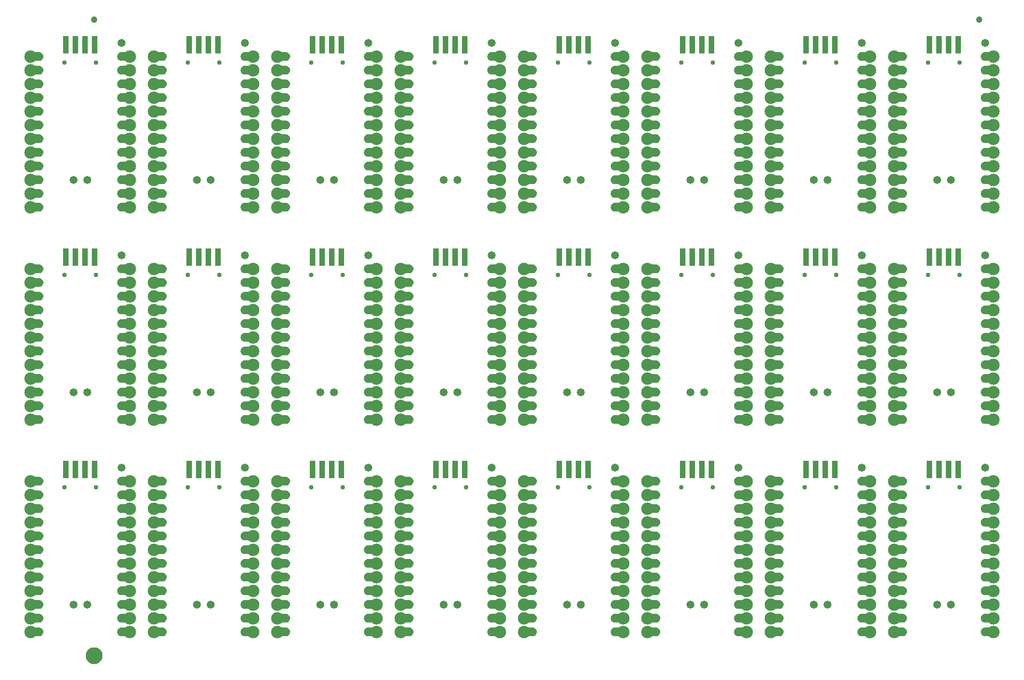
<source format=gbs>
G04 EAGLE Gerber RS-274X export*
G75*
%MOMM*%
%FSLAX34Y34*%
%LPD*%
%INSoldermask Bottom*%
%IPPOS*%
%AMOC8*
5,1,8,0,0,1.08239X$1,22.5*%
G01*
%ADD10C,1.459600*%
%ADD11C,2.309600*%
%ADD12R,1.103200X3.203200*%
%ADD13C,0.853200*%
%ADD14C,1.473200*%
%ADD15C,1.203200*%
%ADD16C,1.270000*%
%ADD17C,1.703200*%

G36*
X1092202Y842520D02*
X1092202Y842520D01*
X1092204Y842519D01*
X1092247Y842539D01*
X1092291Y842557D01*
X1092291Y842559D01*
X1092293Y842560D01*
X1092326Y842645D01*
X1092326Y859155D01*
X1092325Y859157D01*
X1092326Y859159D01*
X1092306Y859202D01*
X1092288Y859246D01*
X1092286Y859246D01*
X1092285Y859248D01*
X1092200Y859281D01*
X1079500Y859281D01*
X1079491Y859277D01*
X1079480Y859280D01*
X1077952Y859034D01*
X1077942Y859028D01*
X1077929Y859028D01*
X1076476Y858498D01*
X1076467Y858490D01*
X1076454Y858487D01*
X1075127Y857692D01*
X1075120Y857682D01*
X1075108Y857678D01*
X1073955Y856646D01*
X1073950Y856635D01*
X1073939Y856628D01*
X1073002Y855396D01*
X1072999Y855385D01*
X1072989Y855376D01*
X1072302Y853990D01*
X1072302Y853978D01*
X1072294Y853967D01*
X1071881Y852476D01*
X1071883Y852464D01*
X1071877Y852452D01*
X1071754Y850910D01*
X1071758Y850899D01*
X1071754Y850887D01*
X1071913Y849359D01*
X1071918Y849349D01*
X1071917Y849336D01*
X1072352Y847862D01*
X1072359Y847853D01*
X1072360Y847841D01*
X1073057Y846471D01*
X1073065Y846463D01*
X1073069Y846451D01*
X1074003Y845231D01*
X1074013Y845226D01*
X1074019Y845214D01*
X1074172Y845077D01*
X1074592Y844698D01*
X1075160Y844185D01*
X1075171Y844182D01*
X1075179Y844172D01*
X1076489Y843368D01*
X1076500Y843367D01*
X1076509Y843358D01*
X1077944Y842807D01*
X1077955Y842807D01*
X1077966Y842801D01*
X1079477Y842521D01*
X1079488Y842523D01*
X1079500Y842519D01*
X1092200Y842519D01*
X1092202Y842520D01*
G37*
G36*
X177802Y842520D02*
X177802Y842520D01*
X177804Y842519D01*
X177847Y842539D01*
X177891Y842557D01*
X177891Y842559D01*
X177893Y842560D01*
X177926Y842645D01*
X177926Y859155D01*
X177925Y859157D01*
X177926Y859159D01*
X177906Y859202D01*
X177888Y859246D01*
X177886Y859246D01*
X177885Y859248D01*
X177800Y859281D01*
X165100Y859281D01*
X165091Y859277D01*
X165080Y859280D01*
X163552Y859034D01*
X163542Y859028D01*
X163529Y859028D01*
X162076Y858498D01*
X162067Y858490D01*
X162054Y858487D01*
X160727Y857692D01*
X160720Y857682D01*
X160708Y857678D01*
X159555Y856646D01*
X159550Y856635D01*
X159539Y856628D01*
X158602Y855396D01*
X158599Y855385D01*
X158589Y855376D01*
X157902Y853990D01*
X157902Y853978D01*
X157894Y853967D01*
X157481Y852476D01*
X157483Y852464D01*
X157477Y852452D01*
X157354Y850910D01*
X157358Y850899D01*
X157354Y850887D01*
X157513Y849359D01*
X157518Y849349D01*
X157517Y849336D01*
X157952Y847862D01*
X157959Y847853D01*
X157960Y847841D01*
X158657Y846471D01*
X158665Y846463D01*
X158669Y846451D01*
X159603Y845231D01*
X159613Y845226D01*
X159619Y845214D01*
X159772Y845077D01*
X160192Y844698D01*
X160760Y844185D01*
X160771Y844182D01*
X160779Y844172D01*
X162089Y843368D01*
X162100Y843367D01*
X162109Y843358D01*
X163544Y842807D01*
X163555Y842807D01*
X163566Y842801D01*
X165077Y842521D01*
X165088Y842523D01*
X165100Y842519D01*
X177800Y842519D01*
X177802Y842520D01*
G37*
G36*
X406402Y842520D02*
X406402Y842520D01*
X406404Y842519D01*
X406447Y842539D01*
X406491Y842557D01*
X406491Y842559D01*
X406493Y842560D01*
X406526Y842645D01*
X406526Y859155D01*
X406525Y859157D01*
X406526Y859159D01*
X406506Y859202D01*
X406488Y859246D01*
X406486Y859246D01*
X406485Y859248D01*
X406400Y859281D01*
X393700Y859281D01*
X393691Y859277D01*
X393680Y859280D01*
X392152Y859034D01*
X392142Y859028D01*
X392129Y859028D01*
X390676Y858498D01*
X390667Y858490D01*
X390654Y858487D01*
X389327Y857692D01*
X389320Y857682D01*
X389308Y857678D01*
X388155Y856646D01*
X388150Y856635D01*
X388139Y856628D01*
X387202Y855396D01*
X387199Y855385D01*
X387189Y855376D01*
X386502Y853990D01*
X386502Y853978D01*
X386494Y853967D01*
X386081Y852476D01*
X386083Y852464D01*
X386077Y852452D01*
X385954Y850910D01*
X385958Y850899D01*
X385954Y850887D01*
X386113Y849359D01*
X386118Y849349D01*
X386117Y849336D01*
X386552Y847862D01*
X386559Y847853D01*
X386560Y847841D01*
X387257Y846471D01*
X387265Y846463D01*
X387269Y846451D01*
X388203Y845231D01*
X388213Y845226D01*
X388219Y845214D01*
X388372Y845077D01*
X388792Y844698D01*
X389360Y844185D01*
X389371Y844182D01*
X389379Y844172D01*
X390689Y843368D01*
X390700Y843367D01*
X390709Y843358D01*
X392144Y842807D01*
X392155Y842807D01*
X392166Y842801D01*
X393677Y842521D01*
X393688Y842523D01*
X393700Y842519D01*
X406400Y842519D01*
X406402Y842520D01*
G37*
G36*
X1778002Y1071120D02*
X1778002Y1071120D01*
X1778004Y1071119D01*
X1778047Y1071139D01*
X1778091Y1071157D01*
X1778091Y1071159D01*
X1778093Y1071160D01*
X1778126Y1071245D01*
X1778126Y1087755D01*
X1778125Y1087757D01*
X1778126Y1087759D01*
X1778106Y1087802D01*
X1778088Y1087846D01*
X1778086Y1087846D01*
X1778085Y1087848D01*
X1778000Y1087881D01*
X1765300Y1087881D01*
X1765291Y1087877D01*
X1765280Y1087880D01*
X1763752Y1087634D01*
X1763742Y1087628D01*
X1763729Y1087628D01*
X1762276Y1087098D01*
X1762267Y1087090D01*
X1762254Y1087087D01*
X1760927Y1086292D01*
X1760920Y1086282D01*
X1760908Y1086278D01*
X1759755Y1085246D01*
X1759750Y1085235D01*
X1759739Y1085228D01*
X1758802Y1083996D01*
X1758799Y1083985D01*
X1758789Y1083976D01*
X1758102Y1082590D01*
X1758102Y1082578D01*
X1758094Y1082567D01*
X1757681Y1081076D01*
X1757683Y1081064D01*
X1757677Y1081052D01*
X1757554Y1079510D01*
X1757558Y1079499D01*
X1757554Y1079487D01*
X1757713Y1077959D01*
X1757718Y1077949D01*
X1757717Y1077936D01*
X1758152Y1076462D01*
X1758159Y1076453D01*
X1758160Y1076441D01*
X1758857Y1075071D01*
X1758865Y1075063D01*
X1758869Y1075051D01*
X1759803Y1073831D01*
X1759813Y1073826D01*
X1759819Y1073814D01*
X1759972Y1073677D01*
X1760392Y1073298D01*
X1760960Y1072785D01*
X1760971Y1072782D01*
X1760979Y1072772D01*
X1762289Y1071968D01*
X1762300Y1071967D01*
X1762309Y1071958D01*
X1763744Y1071407D01*
X1763755Y1071407D01*
X1763766Y1071401D01*
X1765277Y1071121D01*
X1765288Y1071123D01*
X1765300Y1071119D01*
X1778000Y1071119D01*
X1778002Y1071120D01*
G37*
G36*
X635002Y550420D02*
X635002Y550420D01*
X635004Y550419D01*
X635047Y550439D01*
X635091Y550457D01*
X635091Y550459D01*
X635093Y550460D01*
X635126Y550545D01*
X635126Y567055D01*
X635125Y567057D01*
X635126Y567059D01*
X635106Y567102D01*
X635088Y567146D01*
X635086Y567146D01*
X635085Y567148D01*
X635000Y567181D01*
X622300Y567181D01*
X622291Y567177D01*
X622280Y567180D01*
X620752Y566934D01*
X620742Y566928D01*
X620729Y566928D01*
X619276Y566398D01*
X619267Y566390D01*
X619254Y566387D01*
X617927Y565592D01*
X617920Y565582D01*
X617908Y565578D01*
X616755Y564546D01*
X616750Y564535D01*
X616739Y564528D01*
X615802Y563296D01*
X615799Y563285D01*
X615789Y563276D01*
X615102Y561890D01*
X615102Y561878D01*
X615094Y561867D01*
X614681Y560376D01*
X614683Y560364D01*
X614677Y560352D01*
X614554Y558810D01*
X614558Y558799D01*
X614554Y558787D01*
X614713Y557259D01*
X614718Y557249D01*
X614717Y557236D01*
X615152Y555762D01*
X615159Y555753D01*
X615160Y555741D01*
X615857Y554371D01*
X615865Y554363D01*
X615869Y554351D01*
X616803Y553131D01*
X616813Y553126D01*
X616819Y553114D01*
X616972Y552977D01*
X617392Y552598D01*
X617960Y552085D01*
X617971Y552082D01*
X617979Y552072D01*
X619289Y551268D01*
X619300Y551267D01*
X619309Y551258D01*
X620744Y550707D01*
X620755Y550707D01*
X620766Y550701D01*
X622277Y550421D01*
X622288Y550423D01*
X622300Y550419D01*
X635000Y550419D01*
X635002Y550420D01*
G37*
G36*
X863602Y1071120D02*
X863602Y1071120D01*
X863604Y1071119D01*
X863647Y1071139D01*
X863691Y1071157D01*
X863691Y1071159D01*
X863693Y1071160D01*
X863726Y1071245D01*
X863726Y1087755D01*
X863725Y1087757D01*
X863726Y1087759D01*
X863706Y1087802D01*
X863688Y1087846D01*
X863686Y1087846D01*
X863685Y1087848D01*
X863600Y1087881D01*
X850900Y1087881D01*
X850891Y1087877D01*
X850880Y1087880D01*
X849352Y1087634D01*
X849342Y1087628D01*
X849329Y1087628D01*
X847876Y1087098D01*
X847867Y1087090D01*
X847854Y1087087D01*
X846527Y1086292D01*
X846520Y1086282D01*
X846508Y1086278D01*
X845355Y1085246D01*
X845350Y1085235D01*
X845339Y1085228D01*
X844402Y1083996D01*
X844399Y1083985D01*
X844389Y1083976D01*
X843702Y1082590D01*
X843702Y1082578D01*
X843694Y1082567D01*
X843281Y1081076D01*
X843283Y1081064D01*
X843277Y1081052D01*
X843154Y1079510D01*
X843158Y1079499D01*
X843154Y1079487D01*
X843313Y1077959D01*
X843318Y1077949D01*
X843317Y1077936D01*
X843752Y1076462D01*
X843759Y1076453D01*
X843760Y1076441D01*
X844457Y1075071D01*
X844465Y1075063D01*
X844469Y1075051D01*
X845403Y1073831D01*
X845413Y1073826D01*
X845419Y1073814D01*
X845572Y1073677D01*
X845992Y1073298D01*
X846560Y1072785D01*
X846571Y1072782D01*
X846579Y1072772D01*
X847889Y1071968D01*
X847900Y1071967D01*
X847909Y1071958D01*
X849344Y1071407D01*
X849355Y1071407D01*
X849366Y1071401D01*
X850877Y1071121D01*
X850888Y1071123D01*
X850900Y1071119D01*
X863600Y1071119D01*
X863602Y1071120D01*
G37*
G36*
X635002Y1071120D02*
X635002Y1071120D01*
X635004Y1071119D01*
X635047Y1071139D01*
X635091Y1071157D01*
X635091Y1071159D01*
X635093Y1071160D01*
X635126Y1071245D01*
X635126Y1087755D01*
X635125Y1087757D01*
X635126Y1087759D01*
X635106Y1087802D01*
X635088Y1087846D01*
X635086Y1087846D01*
X635085Y1087848D01*
X635000Y1087881D01*
X622300Y1087881D01*
X622291Y1087877D01*
X622280Y1087880D01*
X620752Y1087634D01*
X620742Y1087628D01*
X620729Y1087628D01*
X619276Y1087098D01*
X619267Y1087090D01*
X619254Y1087087D01*
X617927Y1086292D01*
X617920Y1086282D01*
X617908Y1086278D01*
X616755Y1085246D01*
X616750Y1085235D01*
X616739Y1085228D01*
X615802Y1083996D01*
X615799Y1083985D01*
X615789Y1083976D01*
X615102Y1082590D01*
X615102Y1082578D01*
X615094Y1082567D01*
X614681Y1081076D01*
X614683Y1081064D01*
X614677Y1081052D01*
X614554Y1079510D01*
X614558Y1079499D01*
X614554Y1079487D01*
X614713Y1077959D01*
X614718Y1077949D01*
X614717Y1077936D01*
X615152Y1076462D01*
X615159Y1076453D01*
X615160Y1076441D01*
X615857Y1075071D01*
X615865Y1075063D01*
X615869Y1075051D01*
X616803Y1073831D01*
X616813Y1073826D01*
X616819Y1073814D01*
X616972Y1073677D01*
X617392Y1073298D01*
X617960Y1072785D01*
X617971Y1072782D01*
X617979Y1072772D01*
X619289Y1071968D01*
X619300Y1071967D01*
X619309Y1071958D01*
X620744Y1071407D01*
X620755Y1071407D01*
X620766Y1071401D01*
X622277Y1071121D01*
X622288Y1071123D01*
X622300Y1071119D01*
X635000Y1071119D01*
X635002Y1071120D01*
G37*
G36*
X1092202Y1071120D02*
X1092202Y1071120D01*
X1092204Y1071119D01*
X1092247Y1071139D01*
X1092291Y1071157D01*
X1092291Y1071159D01*
X1092293Y1071160D01*
X1092326Y1071245D01*
X1092326Y1087755D01*
X1092325Y1087757D01*
X1092326Y1087759D01*
X1092306Y1087802D01*
X1092288Y1087846D01*
X1092286Y1087846D01*
X1092285Y1087848D01*
X1092200Y1087881D01*
X1079500Y1087881D01*
X1079491Y1087877D01*
X1079480Y1087880D01*
X1077952Y1087634D01*
X1077942Y1087628D01*
X1077929Y1087628D01*
X1076476Y1087098D01*
X1076467Y1087090D01*
X1076454Y1087087D01*
X1075127Y1086292D01*
X1075120Y1086282D01*
X1075108Y1086278D01*
X1073955Y1085246D01*
X1073950Y1085235D01*
X1073939Y1085228D01*
X1073002Y1083996D01*
X1072999Y1083985D01*
X1072989Y1083976D01*
X1072302Y1082590D01*
X1072302Y1082578D01*
X1072294Y1082567D01*
X1071881Y1081076D01*
X1071883Y1081064D01*
X1071877Y1081052D01*
X1071754Y1079510D01*
X1071758Y1079499D01*
X1071754Y1079487D01*
X1071913Y1077959D01*
X1071918Y1077949D01*
X1071917Y1077936D01*
X1072352Y1076462D01*
X1072359Y1076453D01*
X1072360Y1076441D01*
X1073057Y1075071D01*
X1073065Y1075063D01*
X1073069Y1075051D01*
X1074003Y1073831D01*
X1074013Y1073826D01*
X1074019Y1073814D01*
X1074172Y1073677D01*
X1074592Y1073298D01*
X1075160Y1072785D01*
X1075171Y1072782D01*
X1075179Y1072772D01*
X1076489Y1071968D01*
X1076500Y1071967D01*
X1076509Y1071958D01*
X1077944Y1071407D01*
X1077955Y1071407D01*
X1077966Y1071401D01*
X1079477Y1071121D01*
X1079488Y1071123D01*
X1079500Y1071119D01*
X1092200Y1071119D01*
X1092202Y1071120D01*
G37*
G36*
X406402Y652020D02*
X406402Y652020D01*
X406404Y652019D01*
X406447Y652039D01*
X406491Y652057D01*
X406491Y652059D01*
X406493Y652060D01*
X406526Y652145D01*
X406526Y668655D01*
X406525Y668657D01*
X406526Y668659D01*
X406506Y668702D01*
X406488Y668746D01*
X406486Y668746D01*
X406485Y668748D01*
X406400Y668781D01*
X393700Y668781D01*
X393691Y668777D01*
X393680Y668780D01*
X392152Y668534D01*
X392142Y668528D01*
X392129Y668528D01*
X390676Y667998D01*
X390667Y667990D01*
X390654Y667987D01*
X389327Y667192D01*
X389320Y667182D01*
X389308Y667178D01*
X388155Y666146D01*
X388150Y666135D01*
X388139Y666128D01*
X387202Y664896D01*
X387199Y664885D01*
X387189Y664876D01*
X386502Y663490D01*
X386502Y663478D01*
X386494Y663467D01*
X386081Y661976D01*
X386083Y661964D01*
X386077Y661952D01*
X385954Y660410D01*
X385958Y660399D01*
X385954Y660387D01*
X386113Y658859D01*
X386118Y658849D01*
X386117Y658836D01*
X386552Y657362D01*
X386559Y657353D01*
X386560Y657341D01*
X387257Y655971D01*
X387265Y655963D01*
X387269Y655951D01*
X388203Y654731D01*
X388213Y654726D01*
X388219Y654714D01*
X388372Y654577D01*
X388792Y654198D01*
X389360Y653685D01*
X389371Y653682D01*
X389379Y653672D01*
X390689Y652868D01*
X390700Y652867D01*
X390709Y652858D01*
X392144Y652307D01*
X392155Y652307D01*
X392166Y652301D01*
X393677Y652021D01*
X393688Y652023D01*
X393700Y652019D01*
X406400Y652019D01*
X406402Y652020D01*
G37*
G36*
X1549402Y1071120D02*
X1549402Y1071120D01*
X1549404Y1071119D01*
X1549447Y1071139D01*
X1549491Y1071157D01*
X1549491Y1071159D01*
X1549493Y1071160D01*
X1549526Y1071245D01*
X1549526Y1087755D01*
X1549525Y1087757D01*
X1549526Y1087759D01*
X1549506Y1087802D01*
X1549488Y1087846D01*
X1549486Y1087846D01*
X1549485Y1087848D01*
X1549400Y1087881D01*
X1536700Y1087881D01*
X1536691Y1087877D01*
X1536680Y1087880D01*
X1535152Y1087634D01*
X1535142Y1087628D01*
X1535129Y1087628D01*
X1533676Y1087098D01*
X1533667Y1087090D01*
X1533654Y1087087D01*
X1532327Y1086292D01*
X1532320Y1086282D01*
X1532308Y1086278D01*
X1531155Y1085246D01*
X1531150Y1085235D01*
X1531139Y1085228D01*
X1530202Y1083996D01*
X1530199Y1083985D01*
X1530189Y1083976D01*
X1529502Y1082590D01*
X1529502Y1082578D01*
X1529494Y1082567D01*
X1529081Y1081076D01*
X1529083Y1081064D01*
X1529077Y1081052D01*
X1528954Y1079510D01*
X1528958Y1079499D01*
X1528954Y1079487D01*
X1529113Y1077959D01*
X1529118Y1077949D01*
X1529117Y1077936D01*
X1529552Y1076462D01*
X1529559Y1076453D01*
X1529560Y1076441D01*
X1530257Y1075071D01*
X1530265Y1075063D01*
X1530269Y1075051D01*
X1531203Y1073831D01*
X1531213Y1073826D01*
X1531219Y1073814D01*
X1531372Y1073677D01*
X1531792Y1073298D01*
X1532360Y1072785D01*
X1532371Y1072782D01*
X1532379Y1072772D01*
X1533689Y1071968D01*
X1533700Y1071967D01*
X1533709Y1071958D01*
X1535144Y1071407D01*
X1535155Y1071407D01*
X1535166Y1071401D01*
X1536677Y1071121D01*
X1536688Y1071123D01*
X1536700Y1071119D01*
X1549400Y1071119D01*
X1549402Y1071120D01*
G37*
G36*
X1320802Y1071120D02*
X1320802Y1071120D01*
X1320804Y1071119D01*
X1320847Y1071139D01*
X1320891Y1071157D01*
X1320891Y1071159D01*
X1320893Y1071160D01*
X1320926Y1071245D01*
X1320926Y1087755D01*
X1320925Y1087757D01*
X1320926Y1087759D01*
X1320906Y1087802D01*
X1320888Y1087846D01*
X1320886Y1087846D01*
X1320885Y1087848D01*
X1320800Y1087881D01*
X1308100Y1087881D01*
X1308091Y1087877D01*
X1308080Y1087880D01*
X1306552Y1087634D01*
X1306542Y1087628D01*
X1306529Y1087628D01*
X1305076Y1087098D01*
X1305067Y1087090D01*
X1305054Y1087087D01*
X1303727Y1086292D01*
X1303720Y1086282D01*
X1303708Y1086278D01*
X1302555Y1085246D01*
X1302550Y1085235D01*
X1302539Y1085228D01*
X1301602Y1083996D01*
X1301599Y1083985D01*
X1301589Y1083976D01*
X1300902Y1082590D01*
X1300902Y1082578D01*
X1300894Y1082567D01*
X1300481Y1081076D01*
X1300483Y1081064D01*
X1300477Y1081052D01*
X1300354Y1079510D01*
X1300358Y1079499D01*
X1300354Y1079487D01*
X1300513Y1077959D01*
X1300518Y1077949D01*
X1300517Y1077936D01*
X1300952Y1076462D01*
X1300959Y1076453D01*
X1300960Y1076441D01*
X1301657Y1075071D01*
X1301665Y1075063D01*
X1301669Y1075051D01*
X1302603Y1073831D01*
X1302613Y1073826D01*
X1302619Y1073814D01*
X1302772Y1073677D01*
X1303192Y1073298D01*
X1303760Y1072785D01*
X1303771Y1072782D01*
X1303779Y1072772D01*
X1305089Y1071968D01*
X1305100Y1071967D01*
X1305109Y1071958D01*
X1306544Y1071407D01*
X1306555Y1071407D01*
X1306566Y1071401D01*
X1308077Y1071121D01*
X1308088Y1071123D01*
X1308100Y1071119D01*
X1320800Y1071119D01*
X1320802Y1071120D01*
G37*
G36*
X177802Y1071120D02*
X177802Y1071120D01*
X177804Y1071119D01*
X177847Y1071139D01*
X177891Y1071157D01*
X177891Y1071159D01*
X177893Y1071160D01*
X177926Y1071245D01*
X177926Y1087755D01*
X177925Y1087757D01*
X177926Y1087759D01*
X177906Y1087802D01*
X177888Y1087846D01*
X177886Y1087846D01*
X177885Y1087848D01*
X177800Y1087881D01*
X165100Y1087881D01*
X165091Y1087877D01*
X165080Y1087880D01*
X163552Y1087634D01*
X163542Y1087628D01*
X163529Y1087628D01*
X162076Y1087098D01*
X162067Y1087090D01*
X162054Y1087087D01*
X160727Y1086292D01*
X160720Y1086282D01*
X160708Y1086278D01*
X159555Y1085246D01*
X159550Y1085235D01*
X159539Y1085228D01*
X158602Y1083996D01*
X158599Y1083985D01*
X158589Y1083976D01*
X157902Y1082590D01*
X157902Y1082578D01*
X157894Y1082567D01*
X157481Y1081076D01*
X157483Y1081064D01*
X157477Y1081052D01*
X157354Y1079510D01*
X157358Y1079499D01*
X157354Y1079487D01*
X157513Y1077959D01*
X157518Y1077949D01*
X157517Y1077936D01*
X157952Y1076462D01*
X157959Y1076453D01*
X157960Y1076441D01*
X158657Y1075071D01*
X158665Y1075063D01*
X158669Y1075051D01*
X159603Y1073831D01*
X159613Y1073826D01*
X159619Y1073814D01*
X159772Y1073677D01*
X160192Y1073298D01*
X160760Y1072785D01*
X160771Y1072782D01*
X160779Y1072772D01*
X162089Y1071968D01*
X162100Y1071967D01*
X162109Y1071958D01*
X163544Y1071407D01*
X163555Y1071407D01*
X163566Y1071401D01*
X165077Y1071121D01*
X165088Y1071123D01*
X165100Y1071119D01*
X177800Y1071119D01*
X177802Y1071120D01*
G37*
G36*
X406402Y1071120D02*
X406402Y1071120D01*
X406404Y1071119D01*
X406447Y1071139D01*
X406491Y1071157D01*
X406491Y1071159D01*
X406493Y1071160D01*
X406526Y1071245D01*
X406526Y1087755D01*
X406525Y1087757D01*
X406526Y1087759D01*
X406506Y1087802D01*
X406488Y1087846D01*
X406486Y1087846D01*
X406485Y1087848D01*
X406400Y1087881D01*
X393700Y1087881D01*
X393691Y1087877D01*
X393680Y1087880D01*
X392152Y1087634D01*
X392142Y1087628D01*
X392129Y1087628D01*
X390676Y1087098D01*
X390667Y1087090D01*
X390654Y1087087D01*
X389327Y1086292D01*
X389320Y1086282D01*
X389308Y1086278D01*
X388155Y1085246D01*
X388150Y1085235D01*
X388139Y1085228D01*
X387202Y1083996D01*
X387199Y1083985D01*
X387189Y1083976D01*
X386502Y1082590D01*
X386502Y1082578D01*
X386494Y1082567D01*
X386081Y1081076D01*
X386083Y1081064D01*
X386077Y1081052D01*
X385954Y1079510D01*
X385958Y1079499D01*
X385954Y1079487D01*
X386113Y1077959D01*
X386118Y1077949D01*
X386117Y1077936D01*
X386552Y1076462D01*
X386559Y1076453D01*
X386560Y1076441D01*
X387257Y1075071D01*
X387265Y1075063D01*
X387269Y1075051D01*
X388203Y1073831D01*
X388213Y1073826D01*
X388219Y1073814D01*
X388372Y1073677D01*
X388792Y1073298D01*
X389360Y1072785D01*
X389371Y1072782D01*
X389379Y1072772D01*
X390689Y1071968D01*
X390700Y1071967D01*
X390709Y1071958D01*
X392144Y1071407D01*
X392155Y1071407D01*
X392166Y1071401D01*
X393677Y1071121D01*
X393688Y1071123D01*
X393700Y1071119D01*
X406400Y1071119D01*
X406402Y1071120D01*
G37*
G36*
X1549402Y842520D02*
X1549402Y842520D01*
X1549404Y842519D01*
X1549447Y842539D01*
X1549491Y842557D01*
X1549491Y842559D01*
X1549493Y842560D01*
X1549526Y842645D01*
X1549526Y859155D01*
X1549525Y859157D01*
X1549526Y859159D01*
X1549506Y859202D01*
X1549488Y859246D01*
X1549486Y859246D01*
X1549485Y859248D01*
X1549400Y859281D01*
X1536700Y859281D01*
X1536691Y859277D01*
X1536680Y859280D01*
X1535152Y859034D01*
X1535142Y859028D01*
X1535129Y859028D01*
X1533676Y858498D01*
X1533667Y858490D01*
X1533654Y858487D01*
X1532327Y857692D01*
X1532320Y857682D01*
X1532308Y857678D01*
X1531155Y856646D01*
X1531150Y856635D01*
X1531139Y856628D01*
X1530202Y855396D01*
X1530199Y855385D01*
X1530189Y855376D01*
X1529502Y853990D01*
X1529502Y853978D01*
X1529494Y853967D01*
X1529081Y852476D01*
X1529083Y852464D01*
X1529077Y852452D01*
X1528954Y850910D01*
X1528958Y850899D01*
X1528954Y850887D01*
X1529113Y849359D01*
X1529118Y849349D01*
X1529117Y849336D01*
X1529552Y847862D01*
X1529559Y847853D01*
X1529560Y847841D01*
X1530257Y846471D01*
X1530265Y846463D01*
X1530269Y846451D01*
X1531203Y845231D01*
X1531213Y845226D01*
X1531219Y845214D01*
X1531372Y845077D01*
X1531792Y844698D01*
X1532360Y844185D01*
X1532371Y844182D01*
X1532379Y844172D01*
X1533689Y843368D01*
X1533700Y843367D01*
X1533709Y843358D01*
X1535144Y842807D01*
X1535155Y842807D01*
X1535166Y842801D01*
X1536677Y842521D01*
X1536688Y842523D01*
X1536700Y842519D01*
X1549400Y842519D01*
X1549402Y842520D01*
G37*
G36*
X177802Y575820D02*
X177802Y575820D01*
X177804Y575819D01*
X177847Y575839D01*
X177891Y575857D01*
X177891Y575859D01*
X177893Y575860D01*
X177926Y575945D01*
X177926Y592455D01*
X177925Y592457D01*
X177926Y592459D01*
X177906Y592502D01*
X177888Y592546D01*
X177886Y592546D01*
X177885Y592548D01*
X177800Y592581D01*
X165100Y592581D01*
X165091Y592577D01*
X165080Y592580D01*
X163552Y592334D01*
X163542Y592328D01*
X163529Y592328D01*
X162076Y591798D01*
X162067Y591790D01*
X162054Y591787D01*
X160727Y590992D01*
X160720Y590982D01*
X160708Y590978D01*
X159555Y589946D01*
X159550Y589935D01*
X159539Y589928D01*
X158602Y588696D01*
X158599Y588685D01*
X158589Y588676D01*
X157902Y587290D01*
X157902Y587278D01*
X157894Y587267D01*
X157481Y585776D01*
X157483Y585764D01*
X157477Y585752D01*
X157354Y584210D01*
X157358Y584199D01*
X157354Y584187D01*
X157513Y582659D01*
X157518Y582649D01*
X157517Y582636D01*
X157952Y581162D01*
X157959Y581153D01*
X157960Y581141D01*
X158657Y579771D01*
X158665Y579763D01*
X158669Y579751D01*
X159603Y578531D01*
X159613Y578526D01*
X159619Y578514D01*
X159772Y578377D01*
X160192Y577998D01*
X160760Y577485D01*
X160771Y577482D01*
X160779Y577472D01*
X162089Y576668D01*
X162100Y576667D01*
X162109Y576658D01*
X163544Y576107D01*
X163555Y576107D01*
X163566Y576101D01*
X165077Y575821D01*
X165088Y575823D01*
X165100Y575819D01*
X177800Y575819D01*
X177802Y575820D01*
G37*
G36*
X635002Y842520D02*
X635002Y842520D01*
X635004Y842519D01*
X635047Y842539D01*
X635091Y842557D01*
X635091Y842559D01*
X635093Y842560D01*
X635126Y842645D01*
X635126Y859155D01*
X635125Y859157D01*
X635126Y859159D01*
X635106Y859202D01*
X635088Y859246D01*
X635086Y859246D01*
X635085Y859248D01*
X635000Y859281D01*
X622300Y859281D01*
X622291Y859277D01*
X622280Y859280D01*
X620752Y859034D01*
X620742Y859028D01*
X620729Y859028D01*
X619276Y858498D01*
X619267Y858490D01*
X619254Y858487D01*
X617927Y857692D01*
X617920Y857682D01*
X617908Y857678D01*
X616755Y856646D01*
X616750Y856635D01*
X616739Y856628D01*
X615802Y855396D01*
X615799Y855385D01*
X615789Y855376D01*
X615102Y853990D01*
X615102Y853978D01*
X615094Y853967D01*
X614681Y852476D01*
X614683Y852464D01*
X614677Y852452D01*
X614554Y850910D01*
X614558Y850899D01*
X614554Y850887D01*
X614713Y849359D01*
X614718Y849349D01*
X614717Y849336D01*
X615152Y847862D01*
X615159Y847853D01*
X615160Y847841D01*
X615857Y846471D01*
X615865Y846463D01*
X615869Y846451D01*
X616803Y845231D01*
X616813Y845226D01*
X616819Y845214D01*
X616972Y845077D01*
X617392Y844698D01*
X617960Y844185D01*
X617971Y844182D01*
X617979Y844172D01*
X619289Y843368D01*
X619300Y843367D01*
X619309Y843358D01*
X620744Y842807D01*
X620755Y842807D01*
X620766Y842801D01*
X622277Y842521D01*
X622288Y842523D01*
X622300Y842519D01*
X635000Y842519D01*
X635002Y842520D01*
G37*
G36*
X1778002Y842520D02*
X1778002Y842520D01*
X1778004Y842519D01*
X1778047Y842539D01*
X1778091Y842557D01*
X1778091Y842559D01*
X1778093Y842560D01*
X1778126Y842645D01*
X1778126Y859155D01*
X1778125Y859157D01*
X1778126Y859159D01*
X1778106Y859202D01*
X1778088Y859246D01*
X1778086Y859246D01*
X1778085Y859248D01*
X1778000Y859281D01*
X1765300Y859281D01*
X1765291Y859277D01*
X1765280Y859280D01*
X1763752Y859034D01*
X1763742Y859028D01*
X1763729Y859028D01*
X1762276Y858498D01*
X1762267Y858490D01*
X1762254Y858487D01*
X1760927Y857692D01*
X1760920Y857682D01*
X1760908Y857678D01*
X1759755Y856646D01*
X1759750Y856635D01*
X1759739Y856628D01*
X1758802Y855396D01*
X1758799Y855385D01*
X1758789Y855376D01*
X1758102Y853990D01*
X1758102Y853978D01*
X1758094Y853967D01*
X1757681Y852476D01*
X1757683Y852464D01*
X1757677Y852452D01*
X1757554Y850910D01*
X1757558Y850899D01*
X1757554Y850887D01*
X1757713Y849359D01*
X1757718Y849349D01*
X1757717Y849336D01*
X1758152Y847862D01*
X1758159Y847853D01*
X1758160Y847841D01*
X1758857Y846471D01*
X1758865Y846463D01*
X1758869Y846451D01*
X1759803Y845231D01*
X1759813Y845226D01*
X1759819Y845214D01*
X1759972Y845077D01*
X1760392Y844698D01*
X1760960Y844185D01*
X1760971Y844182D01*
X1760979Y844172D01*
X1762289Y843368D01*
X1762300Y843367D01*
X1762309Y843358D01*
X1763744Y842807D01*
X1763755Y842807D01*
X1763766Y842801D01*
X1765277Y842521D01*
X1765288Y842523D01*
X1765300Y842519D01*
X1778000Y842519D01*
X1778002Y842520D01*
G37*
G36*
X1549402Y652020D02*
X1549402Y652020D01*
X1549404Y652019D01*
X1549447Y652039D01*
X1549491Y652057D01*
X1549491Y652059D01*
X1549493Y652060D01*
X1549526Y652145D01*
X1549526Y668655D01*
X1549525Y668657D01*
X1549526Y668659D01*
X1549506Y668702D01*
X1549488Y668746D01*
X1549486Y668746D01*
X1549485Y668748D01*
X1549400Y668781D01*
X1536700Y668781D01*
X1536691Y668777D01*
X1536680Y668780D01*
X1535152Y668534D01*
X1535142Y668528D01*
X1535129Y668528D01*
X1533676Y667998D01*
X1533667Y667990D01*
X1533654Y667987D01*
X1532327Y667192D01*
X1532320Y667182D01*
X1532308Y667178D01*
X1531155Y666146D01*
X1531150Y666135D01*
X1531139Y666128D01*
X1530202Y664896D01*
X1530199Y664885D01*
X1530189Y664876D01*
X1529502Y663490D01*
X1529502Y663478D01*
X1529494Y663467D01*
X1529081Y661976D01*
X1529083Y661964D01*
X1529077Y661952D01*
X1528954Y660410D01*
X1528958Y660399D01*
X1528954Y660387D01*
X1529113Y658859D01*
X1529118Y658849D01*
X1529117Y658836D01*
X1529552Y657362D01*
X1529559Y657353D01*
X1529560Y657341D01*
X1530257Y655971D01*
X1530265Y655963D01*
X1530269Y655951D01*
X1531203Y654731D01*
X1531213Y654726D01*
X1531219Y654714D01*
X1531372Y654577D01*
X1531792Y654198D01*
X1532360Y653685D01*
X1532371Y653682D01*
X1532379Y653672D01*
X1533689Y652868D01*
X1533700Y652867D01*
X1533709Y652858D01*
X1535144Y652307D01*
X1535155Y652307D01*
X1535166Y652301D01*
X1536677Y652021D01*
X1536688Y652023D01*
X1536700Y652019D01*
X1549400Y652019D01*
X1549402Y652020D01*
G37*
G36*
X1778002Y601220D02*
X1778002Y601220D01*
X1778004Y601219D01*
X1778047Y601239D01*
X1778091Y601257D01*
X1778091Y601259D01*
X1778093Y601260D01*
X1778126Y601345D01*
X1778126Y617855D01*
X1778125Y617857D01*
X1778126Y617859D01*
X1778106Y617902D01*
X1778088Y617946D01*
X1778086Y617946D01*
X1778085Y617948D01*
X1778000Y617981D01*
X1765300Y617981D01*
X1765291Y617977D01*
X1765280Y617980D01*
X1763752Y617734D01*
X1763742Y617728D01*
X1763729Y617728D01*
X1762276Y617198D01*
X1762267Y617190D01*
X1762254Y617187D01*
X1760927Y616392D01*
X1760920Y616382D01*
X1760908Y616378D01*
X1759755Y615346D01*
X1759750Y615335D01*
X1759739Y615328D01*
X1758802Y614096D01*
X1758799Y614085D01*
X1758789Y614076D01*
X1758102Y612690D01*
X1758102Y612678D01*
X1758094Y612667D01*
X1757681Y611176D01*
X1757683Y611164D01*
X1757677Y611152D01*
X1757554Y609610D01*
X1757558Y609599D01*
X1757554Y609587D01*
X1757713Y608059D01*
X1757718Y608049D01*
X1757717Y608036D01*
X1758152Y606562D01*
X1758159Y606553D01*
X1758160Y606541D01*
X1758857Y605171D01*
X1758865Y605163D01*
X1758869Y605151D01*
X1759803Y603931D01*
X1759813Y603926D01*
X1759819Y603914D01*
X1759972Y603777D01*
X1760392Y603398D01*
X1760960Y602885D01*
X1760971Y602882D01*
X1760979Y602872D01*
X1762289Y602068D01*
X1762300Y602067D01*
X1762309Y602058D01*
X1763744Y601507D01*
X1763755Y601507D01*
X1763766Y601501D01*
X1765277Y601221D01*
X1765288Y601223D01*
X1765300Y601219D01*
X1778000Y601219D01*
X1778002Y601220D01*
G37*
G36*
X1778002Y1045720D02*
X1778002Y1045720D01*
X1778004Y1045719D01*
X1778047Y1045739D01*
X1778091Y1045757D01*
X1778091Y1045759D01*
X1778093Y1045760D01*
X1778126Y1045845D01*
X1778126Y1062355D01*
X1778125Y1062357D01*
X1778126Y1062359D01*
X1778106Y1062402D01*
X1778088Y1062446D01*
X1778086Y1062446D01*
X1778085Y1062448D01*
X1778000Y1062481D01*
X1765300Y1062481D01*
X1765291Y1062477D01*
X1765280Y1062480D01*
X1763752Y1062234D01*
X1763742Y1062228D01*
X1763729Y1062228D01*
X1762276Y1061698D01*
X1762267Y1061690D01*
X1762254Y1061687D01*
X1760927Y1060892D01*
X1760920Y1060882D01*
X1760908Y1060878D01*
X1759755Y1059846D01*
X1759750Y1059835D01*
X1759739Y1059828D01*
X1758802Y1058596D01*
X1758799Y1058585D01*
X1758789Y1058576D01*
X1758102Y1057190D01*
X1758102Y1057178D01*
X1758094Y1057167D01*
X1757681Y1055676D01*
X1757683Y1055664D01*
X1757677Y1055652D01*
X1757554Y1054110D01*
X1757558Y1054099D01*
X1757554Y1054087D01*
X1757713Y1052559D01*
X1757718Y1052549D01*
X1757717Y1052536D01*
X1758152Y1051062D01*
X1758159Y1051053D01*
X1758160Y1051041D01*
X1758857Y1049671D01*
X1758865Y1049663D01*
X1758869Y1049651D01*
X1759803Y1048431D01*
X1759813Y1048426D01*
X1759819Y1048414D01*
X1759972Y1048277D01*
X1760392Y1047898D01*
X1760960Y1047385D01*
X1760971Y1047382D01*
X1760979Y1047372D01*
X1762289Y1046568D01*
X1762300Y1046567D01*
X1762309Y1046558D01*
X1763744Y1046007D01*
X1763755Y1046007D01*
X1763766Y1046001D01*
X1765277Y1045721D01*
X1765288Y1045723D01*
X1765300Y1045719D01*
X1778000Y1045719D01*
X1778002Y1045720D01*
G37*
G36*
X863602Y601220D02*
X863602Y601220D01*
X863604Y601219D01*
X863647Y601239D01*
X863691Y601257D01*
X863691Y601259D01*
X863693Y601260D01*
X863726Y601345D01*
X863726Y617855D01*
X863725Y617857D01*
X863726Y617859D01*
X863706Y617902D01*
X863688Y617946D01*
X863686Y617946D01*
X863685Y617948D01*
X863600Y617981D01*
X850900Y617981D01*
X850891Y617977D01*
X850880Y617980D01*
X849352Y617734D01*
X849342Y617728D01*
X849329Y617728D01*
X847876Y617198D01*
X847867Y617190D01*
X847854Y617187D01*
X846527Y616392D01*
X846520Y616382D01*
X846508Y616378D01*
X845355Y615346D01*
X845350Y615335D01*
X845339Y615328D01*
X844402Y614096D01*
X844399Y614085D01*
X844389Y614076D01*
X843702Y612690D01*
X843702Y612678D01*
X843694Y612667D01*
X843281Y611176D01*
X843283Y611164D01*
X843277Y611152D01*
X843154Y609610D01*
X843158Y609599D01*
X843154Y609587D01*
X843313Y608059D01*
X843318Y608049D01*
X843317Y608036D01*
X843752Y606562D01*
X843759Y606553D01*
X843760Y606541D01*
X844457Y605171D01*
X844465Y605163D01*
X844469Y605151D01*
X845403Y603931D01*
X845413Y603926D01*
X845419Y603914D01*
X845572Y603777D01*
X845992Y603398D01*
X846560Y602885D01*
X846571Y602882D01*
X846579Y602872D01*
X847889Y602068D01*
X847900Y602067D01*
X847909Y602058D01*
X849344Y601507D01*
X849355Y601507D01*
X849366Y601501D01*
X850877Y601221D01*
X850888Y601223D01*
X850900Y601219D01*
X863600Y601219D01*
X863602Y601220D01*
G37*
G36*
X1092202Y1045720D02*
X1092202Y1045720D01*
X1092204Y1045719D01*
X1092247Y1045739D01*
X1092291Y1045757D01*
X1092291Y1045759D01*
X1092293Y1045760D01*
X1092326Y1045845D01*
X1092326Y1062355D01*
X1092325Y1062357D01*
X1092326Y1062359D01*
X1092306Y1062402D01*
X1092288Y1062446D01*
X1092286Y1062446D01*
X1092285Y1062448D01*
X1092200Y1062481D01*
X1079500Y1062481D01*
X1079491Y1062477D01*
X1079480Y1062480D01*
X1077952Y1062234D01*
X1077942Y1062228D01*
X1077929Y1062228D01*
X1076476Y1061698D01*
X1076467Y1061690D01*
X1076454Y1061687D01*
X1075127Y1060892D01*
X1075120Y1060882D01*
X1075108Y1060878D01*
X1073955Y1059846D01*
X1073950Y1059835D01*
X1073939Y1059828D01*
X1073002Y1058596D01*
X1072999Y1058585D01*
X1072989Y1058576D01*
X1072302Y1057190D01*
X1072302Y1057178D01*
X1072294Y1057167D01*
X1071881Y1055676D01*
X1071883Y1055664D01*
X1071877Y1055652D01*
X1071754Y1054110D01*
X1071758Y1054099D01*
X1071754Y1054087D01*
X1071913Y1052559D01*
X1071918Y1052549D01*
X1071917Y1052536D01*
X1072352Y1051062D01*
X1072359Y1051053D01*
X1072360Y1051041D01*
X1073057Y1049671D01*
X1073065Y1049663D01*
X1073069Y1049651D01*
X1074003Y1048431D01*
X1074013Y1048426D01*
X1074019Y1048414D01*
X1074172Y1048277D01*
X1074592Y1047898D01*
X1075160Y1047385D01*
X1075171Y1047382D01*
X1075179Y1047372D01*
X1076489Y1046568D01*
X1076500Y1046567D01*
X1076509Y1046558D01*
X1077944Y1046007D01*
X1077955Y1046007D01*
X1077966Y1046001D01*
X1079477Y1045721D01*
X1079488Y1045723D01*
X1079500Y1045719D01*
X1092200Y1045719D01*
X1092202Y1045720D01*
G37*
G36*
X406402Y1045720D02*
X406402Y1045720D01*
X406404Y1045719D01*
X406447Y1045739D01*
X406491Y1045757D01*
X406491Y1045759D01*
X406493Y1045760D01*
X406526Y1045845D01*
X406526Y1062355D01*
X406525Y1062357D01*
X406526Y1062359D01*
X406506Y1062402D01*
X406488Y1062446D01*
X406486Y1062446D01*
X406485Y1062448D01*
X406400Y1062481D01*
X393700Y1062481D01*
X393691Y1062477D01*
X393680Y1062480D01*
X392152Y1062234D01*
X392142Y1062228D01*
X392129Y1062228D01*
X390676Y1061698D01*
X390667Y1061690D01*
X390654Y1061687D01*
X389327Y1060892D01*
X389320Y1060882D01*
X389308Y1060878D01*
X388155Y1059846D01*
X388150Y1059835D01*
X388139Y1059828D01*
X387202Y1058596D01*
X387199Y1058585D01*
X387189Y1058576D01*
X386502Y1057190D01*
X386502Y1057178D01*
X386494Y1057167D01*
X386081Y1055676D01*
X386083Y1055664D01*
X386077Y1055652D01*
X385954Y1054110D01*
X385958Y1054099D01*
X385954Y1054087D01*
X386113Y1052559D01*
X386118Y1052549D01*
X386117Y1052536D01*
X386552Y1051062D01*
X386559Y1051053D01*
X386560Y1051041D01*
X387257Y1049671D01*
X387265Y1049663D01*
X387269Y1049651D01*
X388203Y1048431D01*
X388213Y1048426D01*
X388219Y1048414D01*
X388372Y1048277D01*
X388792Y1047898D01*
X389360Y1047385D01*
X389371Y1047382D01*
X389379Y1047372D01*
X390689Y1046568D01*
X390700Y1046567D01*
X390709Y1046558D01*
X392144Y1046007D01*
X392155Y1046007D01*
X392166Y1046001D01*
X393677Y1045721D01*
X393688Y1045723D01*
X393700Y1045719D01*
X406400Y1045719D01*
X406402Y1045720D01*
G37*
G36*
X635002Y1045720D02*
X635002Y1045720D01*
X635004Y1045719D01*
X635047Y1045739D01*
X635091Y1045757D01*
X635091Y1045759D01*
X635093Y1045760D01*
X635126Y1045845D01*
X635126Y1062355D01*
X635125Y1062357D01*
X635126Y1062359D01*
X635106Y1062402D01*
X635088Y1062446D01*
X635086Y1062446D01*
X635085Y1062448D01*
X635000Y1062481D01*
X622300Y1062481D01*
X622291Y1062477D01*
X622280Y1062480D01*
X620752Y1062234D01*
X620742Y1062228D01*
X620729Y1062228D01*
X619276Y1061698D01*
X619267Y1061690D01*
X619254Y1061687D01*
X617927Y1060892D01*
X617920Y1060882D01*
X617908Y1060878D01*
X616755Y1059846D01*
X616750Y1059835D01*
X616739Y1059828D01*
X615802Y1058596D01*
X615799Y1058585D01*
X615789Y1058576D01*
X615102Y1057190D01*
X615102Y1057178D01*
X615094Y1057167D01*
X614681Y1055676D01*
X614683Y1055664D01*
X614677Y1055652D01*
X614554Y1054110D01*
X614558Y1054099D01*
X614554Y1054087D01*
X614713Y1052559D01*
X614718Y1052549D01*
X614717Y1052536D01*
X615152Y1051062D01*
X615159Y1051053D01*
X615160Y1051041D01*
X615857Y1049671D01*
X615865Y1049663D01*
X615869Y1049651D01*
X616803Y1048431D01*
X616813Y1048426D01*
X616819Y1048414D01*
X616972Y1048277D01*
X617392Y1047898D01*
X617960Y1047385D01*
X617971Y1047382D01*
X617979Y1047372D01*
X619289Y1046568D01*
X619300Y1046567D01*
X619309Y1046558D01*
X620744Y1046007D01*
X620755Y1046007D01*
X620766Y1046001D01*
X622277Y1045721D01*
X622288Y1045723D01*
X622300Y1045719D01*
X635000Y1045719D01*
X635002Y1045720D01*
G37*
G36*
X1320802Y842520D02*
X1320802Y842520D01*
X1320804Y842519D01*
X1320847Y842539D01*
X1320891Y842557D01*
X1320891Y842559D01*
X1320893Y842560D01*
X1320926Y842645D01*
X1320926Y859155D01*
X1320925Y859157D01*
X1320926Y859159D01*
X1320906Y859202D01*
X1320888Y859246D01*
X1320886Y859246D01*
X1320885Y859248D01*
X1320800Y859281D01*
X1308100Y859281D01*
X1308091Y859277D01*
X1308080Y859280D01*
X1306552Y859034D01*
X1306542Y859028D01*
X1306529Y859028D01*
X1305076Y858498D01*
X1305067Y858490D01*
X1305054Y858487D01*
X1303727Y857692D01*
X1303720Y857682D01*
X1303708Y857678D01*
X1302555Y856646D01*
X1302550Y856635D01*
X1302539Y856628D01*
X1301602Y855396D01*
X1301599Y855385D01*
X1301589Y855376D01*
X1300902Y853990D01*
X1300902Y853978D01*
X1300894Y853967D01*
X1300481Y852476D01*
X1300483Y852464D01*
X1300477Y852452D01*
X1300354Y850910D01*
X1300358Y850899D01*
X1300354Y850887D01*
X1300513Y849359D01*
X1300518Y849349D01*
X1300517Y849336D01*
X1300952Y847862D01*
X1300959Y847853D01*
X1300960Y847841D01*
X1301657Y846471D01*
X1301665Y846463D01*
X1301669Y846451D01*
X1302603Y845231D01*
X1302613Y845226D01*
X1302619Y845214D01*
X1302772Y845077D01*
X1303192Y844698D01*
X1303760Y844185D01*
X1303771Y844182D01*
X1303779Y844172D01*
X1305089Y843368D01*
X1305100Y843367D01*
X1305109Y843358D01*
X1306544Y842807D01*
X1306555Y842807D01*
X1306566Y842801D01*
X1308077Y842521D01*
X1308088Y842523D01*
X1308100Y842519D01*
X1320800Y842519D01*
X1320802Y842520D01*
G37*
G36*
X406402Y550420D02*
X406402Y550420D01*
X406404Y550419D01*
X406447Y550439D01*
X406491Y550457D01*
X406491Y550459D01*
X406493Y550460D01*
X406526Y550545D01*
X406526Y567055D01*
X406525Y567057D01*
X406526Y567059D01*
X406506Y567102D01*
X406488Y567146D01*
X406486Y567146D01*
X406485Y567148D01*
X406400Y567181D01*
X393700Y567181D01*
X393691Y567177D01*
X393680Y567180D01*
X392152Y566934D01*
X392142Y566928D01*
X392129Y566928D01*
X390676Y566398D01*
X390667Y566390D01*
X390654Y566387D01*
X389327Y565592D01*
X389320Y565582D01*
X389308Y565578D01*
X388155Y564546D01*
X388150Y564535D01*
X388139Y564528D01*
X387202Y563296D01*
X387199Y563285D01*
X387189Y563276D01*
X386502Y561890D01*
X386502Y561878D01*
X386494Y561867D01*
X386081Y560376D01*
X386083Y560364D01*
X386077Y560352D01*
X385954Y558810D01*
X385958Y558799D01*
X385954Y558787D01*
X386113Y557259D01*
X386118Y557249D01*
X386117Y557236D01*
X386552Y555762D01*
X386559Y555753D01*
X386560Y555741D01*
X387257Y554371D01*
X387265Y554363D01*
X387269Y554351D01*
X388203Y553131D01*
X388213Y553126D01*
X388219Y553114D01*
X388372Y552977D01*
X388792Y552598D01*
X389360Y552085D01*
X389371Y552082D01*
X389379Y552072D01*
X390689Y551268D01*
X390700Y551267D01*
X390709Y551258D01*
X392144Y550707D01*
X392155Y550707D01*
X392166Y550701D01*
X393677Y550421D01*
X393688Y550423D01*
X393700Y550419D01*
X406400Y550419D01*
X406402Y550420D01*
G37*
G36*
X177802Y1045720D02*
X177802Y1045720D01*
X177804Y1045719D01*
X177847Y1045739D01*
X177891Y1045757D01*
X177891Y1045759D01*
X177893Y1045760D01*
X177926Y1045845D01*
X177926Y1062355D01*
X177925Y1062357D01*
X177926Y1062359D01*
X177906Y1062402D01*
X177888Y1062446D01*
X177886Y1062446D01*
X177885Y1062448D01*
X177800Y1062481D01*
X165100Y1062481D01*
X165091Y1062477D01*
X165080Y1062480D01*
X163552Y1062234D01*
X163542Y1062228D01*
X163529Y1062228D01*
X162076Y1061698D01*
X162067Y1061690D01*
X162054Y1061687D01*
X160727Y1060892D01*
X160720Y1060882D01*
X160708Y1060878D01*
X159555Y1059846D01*
X159550Y1059835D01*
X159539Y1059828D01*
X158602Y1058596D01*
X158599Y1058585D01*
X158589Y1058576D01*
X157902Y1057190D01*
X157902Y1057178D01*
X157894Y1057167D01*
X157481Y1055676D01*
X157483Y1055664D01*
X157477Y1055652D01*
X157354Y1054110D01*
X157358Y1054099D01*
X157354Y1054087D01*
X157513Y1052559D01*
X157518Y1052549D01*
X157517Y1052536D01*
X157952Y1051062D01*
X157959Y1051053D01*
X157960Y1051041D01*
X158657Y1049671D01*
X158665Y1049663D01*
X158669Y1049651D01*
X159603Y1048431D01*
X159613Y1048426D01*
X159619Y1048414D01*
X159772Y1048277D01*
X160192Y1047898D01*
X160760Y1047385D01*
X160771Y1047382D01*
X160779Y1047372D01*
X162089Y1046568D01*
X162100Y1046567D01*
X162109Y1046558D01*
X163544Y1046007D01*
X163555Y1046007D01*
X163566Y1046001D01*
X165077Y1045721D01*
X165088Y1045723D01*
X165100Y1045719D01*
X177800Y1045719D01*
X177802Y1045720D01*
G37*
G36*
X1778002Y550420D02*
X1778002Y550420D01*
X1778004Y550419D01*
X1778047Y550439D01*
X1778091Y550457D01*
X1778091Y550459D01*
X1778093Y550460D01*
X1778126Y550545D01*
X1778126Y567055D01*
X1778125Y567057D01*
X1778126Y567059D01*
X1778106Y567102D01*
X1778088Y567146D01*
X1778086Y567146D01*
X1778085Y567148D01*
X1778000Y567181D01*
X1765300Y567181D01*
X1765291Y567177D01*
X1765280Y567180D01*
X1763752Y566934D01*
X1763742Y566928D01*
X1763729Y566928D01*
X1762276Y566398D01*
X1762267Y566390D01*
X1762254Y566387D01*
X1760927Y565592D01*
X1760920Y565582D01*
X1760908Y565578D01*
X1759755Y564546D01*
X1759750Y564535D01*
X1759739Y564528D01*
X1758802Y563296D01*
X1758799Y563285D01*
X1758789Y563276D01*
X1758102Y561890D01*
X1758102Y561878D01*
X1758094Y561867D01*
X1757681Y560376D01*
X1757683Y560364D01*
X1757677Y560352D01*
X1757554Y558810D01*
X1757558Y558799D01*
X1757554Y558787D01*
X1757713Y557259D01*
X1757718Y557249D01*
X1757717Y557236D01*
X1758152Y555762D01*
X1758159Y555753D01*
X1758160Y555741D01*
X1758857Y554371D01*
X1758865Y554363D01*
X1758869Y554351D01*
X1759803Y553131D01*
X1759813Y553126D01*
X1759819Y553114D01*
X1759972Y552977D01*
X1760392Y552598D01*
X1760960Y552085D01*
X1760971Y552082D01*
X1760979Y552072D01*
X1762289Y551268D01*
X1762300Y551267D01*
X1762309Y551258D01*
X1763744Y550707D01*
X1763755Y550707D01*
X1763766Y550701D01*
X1765277Y550421D01*
X1765288Y550423D01*
X1765300Y550419D01*
X1778000Y550419D01*
X1778002Y550420D01*
G37*
G36*
X1549402Y626620D02*
X1549402Y626620D01*
X1549404Y626619D01*
X1549447Y626639D01*
X1549491Y626657D01*
X1549491Y626659D01*
X1549493Y626660D01*
X1549526Y626745D01*
X1549526Y643255D01*
X1549525Y643257D01*
X1549526Y643259D01*
X1549506Y643302D01*
X1549488Y643346D01*
X1549486Y643346D01*
X1549485Y643348D01*
X1549400Y643381D01*
X1536700Y643381D01*
X1536691Y643377D01*
X1536680Y643380D01*
X1535152Y643134D01*
X1535142Y643128D01*
X1535129Y643128D01*
X1533676Y642598D01*
X1533667Y642590D01*
X1533654Y642587D01*
X1532327Y641792D01*
X1532320Y641782D01*
X1532308Y641778D01*
X1531155Y640746D01*
X1531150Y640735D01*
X1531139Y640728D01*
X1530202Y639496D01*
X1530199Y639485D01*
X1530189Y639476D01*
X1529502Y638090D01*
X1529502Y638078D01*
X1529494Y638067D01*
X1529081Y636576D01*
X1529083Y636564D01*
X1529077Y636552D01*
X1528954Y635010D01*
X1528958Y634999D01*
X1528954Y634987D01*
X1529113Y633459D01*
X1529118Y633449D01*
X1529117Y633436D01*
X1529552Y631962D01*
X1529559Y631953D01*
X1529560Y631941D01*
X1530257Y630571D01*
X1530265Y630563D01*
X1530269Y630551D01*
X1531203Y629331D01*
X1531213Y629326D01*
X1531219Y629314D01*
X1531372Y629177D01*
X1531792Y628798D01*
X1532360Y628285D01*
X1532371Y628282D01*
X1532379Y628272D01*
X1533689Y627468D01*
X1533700Y627467D01*
X1533709Y627458D01*
X1535144Y626907D01*
X1535155Y626907D01*
X1535166Y626901D01*
X1536677Y626621D01*
X1536688Y626623D01*
X1536700Y626619D01*
X1549400Y626619D01*
X1549402Y626620D01*
G37*
G36*
X1320802Y1045720D02*
X1320802Y1045720D01*
X1320804Y1045719D01*
X1320847Y1045739D01*
X1320891Y1045757D01*
X1320891Y1045759D01*
X1320893Y1045760D01*
X1320926Y1045845D01*
X1320926Y1062355D01*
X1320925Y1062357D01*
X1320926Y1062359D01*
X1320906Y1062402D01*
X1320888Y1062446D01*
X1320886Y1062446D01*
X1320885Y1062448D01*
X1320800Y1062481D01*
X1308100Y1062481D01*
X1308091Y1062477D01*
X1308080Y1062480D01*
X1306552Y1062234D01*
X1306542Y1062228D01*
X1306529Y1062228D01*
X1305076Y1061698D01*
X1305067Y1061690D01*
X1305054Y1061687D01*
X1303727Y1060892D01*
X1303720Y1060882D01*
X1303708Y1060878D01*
X1302555Y1059846D01*
X1302550Y1059835D01*
X1302539Y1059828D01*
X1301602Y1058596D01*
X1301599Y1058585D01*
X1301589Y1058576D01*
X1300902Y1057190D01*
X1300902Y1057178D01*
X1300894Y1057167D01*
X1300481Y1055676D01*
X1300483Y1055664D01*
X1300477Y1055652D01*
X1300354Y1054110D01*
X1300358Y1054099D01*
X1300354Y1054087D01*
X1300513Y1052559D01*
X1300518Y1052549D01*
X1300517Y1052536D01*
X1300952Y1051062D01*
X1300959Y1051053D01*
X1300960Y1051041D01*
X1301657Y1049671D01*
X1301665Y1049663D01*
X1301669Y1049651D01*
X1302603Y1048431D01*
X1302613Y1048426D01*
X1302619Y1048414D01*
X1302772Y1048277D01*
X1303192Y1047898D01*
X1303760Y1047385D01*
X1303771Y1047382D01*
X1303779Y1047372D01*
X1305089Y1046568D01*
X1305100Y1046567D01*
X1305109Y1046558D01*
X1306544Y1046007D01*
X1306555Y1046007D01*
X1306566Y1046001D01*
X1308077Y1045721D01*
X1308088Y1045723D01*
X1308100Y1045719D01*
X1320800Y1045719D01*
X1320802Y1045720D01*
G37*
G36*
X863602Y1045720D02*
X863602Y1045720D01*
X863604Y1045719D01*
X863647Y1045739D01*
X863691Y1045757D01*
X863691Y1045759D01*
X863693Y1045760D01*
X863726Y1045845D01*
X863726Y1062355D01*
X863725Y1062357D01*
X863726Y1062359D01*
X863706Y1062402D01*
X863688Y1062446D01*
X863686Y1062446D01*
X863685Y1062448D01*
X863600Y1062481D01*
X850900Y1062481D01*
X850891Y1062477D01*
X850880Y1062480D01*
X849352Y1062234D01*
X849342Y1062228D01*
X849329Y1062228D01*
X847876Y1061698D01*
X847867Y1061690D01*
X847854Y1061687D01*
X846527Y1060892D01*
X846520Y1060882D01*
X846508Y1060878D01*
X845355Y1059846D01*
X845350Y1059835D01*
X845339Y1059828D01*
X844402Y1058596D01*
X844399Y1058585D01*
X844389Y1058576D01*
X843702Y1057190D01*
X843702Y1057178D01*
X843694Y1057167D01*
X843281Y1055676D01*
X843283Y1055664D01*
X843277Y1055652D01*
X843154Y1054110D01*
X843158Y1054099D01*
X843154Y1054087D01*
X843313Y1052559D01*
X843318Y1052549D01*
X843317Y1052536D01*
X843752Y1051062D01*
X843759Y1051053D01*
X843760Y1051041D01*
X844457Y1049671D01*
X844465Y1049663D01*
X844469Y1049651D01*
X845403Y1048431D01*
X845413Y1048426D01*
X845419Y1048414D01*
X845572Y1048277D01*
X845992Y1047898D01*
X846560Y1047385D01*
X846571Y1047382D01*
X846579Y1047372D01*
X847889Y1046568D01*
X847900Y1046567D01*
X847909Y1046558D01*
X849344Y1046007D01*
X849355Y1046007D01*
X849366Y1046001D01*
X850877Y1045721D01*
X850888Y1045723D01*
X850900Y1045719D01*
X863600Y1045719D01*
X863602Y1045720D01*
G37*
G36*
X1549402Y1045720D02*
X1549402Y1045720D01*
X1549404Y1045719D01*
X1549447Y1045739D01*
X1549491Y1045757D01*
X1549491Y1045759D01*
X1549493Y1045760D01*
X1549526Y1045845D01*
X1549526Y1062355D01*
X1549525Y1062357D01*
X1549526Y1062359D01*
X1549506Y1062402D01*
X1549488Y1062446D01*
X1549486Y1062446D01*
X1549485Y1062448D01*
X1549400Y1062481D01*
X1536700Y1062481D01*
X1536691Y1062477D01*
X1536680Y1062480D01*
X1535152Y1062234D01*
X1535142Y1062228D01*
X1535129Y1062228D01*
X1533676Y1061698D01*
X1533667Y1061690D01*
X1533654Y1061687D01*
X1532327Y1060892D01*
X1532320Y1060882D01*
X1532308Y1060878D01*
X1531155Y1059846D01*
X1531150Y1059835D01*
X1531139Y1059828D01*
X1530202Y1058596D01*
X1530199Y1058585D01*
X1530189Y1058576D01*
X1529502Y1057190D01*
X1529502Y1057178D01*
X1529494Y1057167D01*
X1529081Y1055676D01*
X1529083Y1055664D01*
X1529077Y1055652D01*
X1528954Y1054110D01*
X1528958Y1054099D01*
X1528954Y1054087D01*
X1529113Y1052559D01*
X1529118Y1052549D01*
X1529117Y1052536D01*
X1529552Y1051062D01*
X1529559Y1051053D01*
X1529560Y1051041D01*
X1530257Y1049671D01*
X1530265Y1049663D01*
X1530269Y1049651D01*
X1531203Y1048431D01*
X1531213Y1048426D01*
X1531219Y1048414D01*
X1531372Y1048277D01*
X1531792Y1047898D01*
X1532360Y1047385D01*
X1532371Y1047382D01*
X1532379Y1047372D01*
X1533689Y1046568D01*
X1533700Y1046567D01*
X1533709Y1046558D01*
X1535144Y1046007D01*
X1535155Y1046007D01*
X1535166Y1046001D01*
X1536677Y1045721D01*
X1536688Y1045723D01*
X1536700Y1045719D01*
X1549400Y1045719D01*
X1549402Y1045720D01*
G37*
G36*
X177802Y817120D02*
X177802Y817120D01*
X177804Y817119D01*
X177847Y817139D01*
X177891Y817157D01*
X177891Y817159D01*
X177893Y817160D01*
X177926Y817245D01*
X177926Y833755D01*
X177925Y833757D01*
X177926Y833759D01*
X177906Y833802D01*
X177888Y833846D01*
X177886Y833846D01*
X177885Y833848D01*
X177800Y833881D01*
X165100Y833881D01*
X165091Y833877D01*
X165080Y833880D01*
X163552Y833634D01*
X163542Y833628D01*
X163529Y833628D01*
X162076Y833098D01*
X162067Y833090D01*
X162054Y833087D01*
X160727Y832292D01*
X160720Y832282D01*
X160708Y832278D01*
X159555Y831246D01*
X159550Y831235D01*
X159539Y831228D01*
X158602Y829996D01*
X158599Y829985D01*
X158589Y829976D01*
X157902Y828590D01*
X157902Y828578D01*
X157894Y828567D01*
X157481Y827076D01*
X157483Y827064D01*
X157477Y827052D01*
X157354Y825510D01*
X157358Y825499D01*
X157354Y825487D01*
X157513Y823959D01*
X157518Y823949D01*
X157517Y823936D01*
X157952Y822462D01*
X157959Y822453D01*
X157960Y822441D01*
X158657Y821071D01*
X158665Y821063D01*
X158669Y821051D01*
X159603Y819831D01*
X159613Y819826D01*
X159619Y819814D01*
X159772Y819677D01*
X160192Y819298D01*
X160760Y818785D01*
X160771Y818782D01*
X160779Y818772D01*
X162089Y817968D01*
X162100Y817967D01*
X162109Y817958D01*
X163544Y817407D01*
X163555Y817407D01*
X163566Y817401D01*
X165077Y817121D01*
X165088Y817123D01*
X165100Y817119D01*
X177800Y817119D01*
X177802Y817120D01*
G37*
G36*
X1320802Y1020320D02*
X1320802Y1020320D01*
X1320804Y1020319D01*
X1320847Y1020339D01*
X1320891Y1020357D01*
X1320891Y1020359D01*
X1320893Y1020360D01*
X1320926Y1020445D01*
X1320926Y1036955D01*
X1320925Y1036957D01*
X1320926Y1036959D01*
X1320906Y1037002D01*
X1320888Y1037046D01*
X1320886Y1037046D01*
X1320885Y1037048D01*
X1320800Y1037081D01*
X1308100Y1037081D01*
X1308091Y1037077D01*
X1308080Y1037080D01*
X1306552Y1036834D01*
X1306542Y1036828D01*
X1306529Y1036828D01*
X1305076Y1036298D01*
X1305067Y1036290D01*
X1305054Y1036287D01*
X1303727Y1035492D01*
X1303720Y1035482D01*
X1303708Y1035478D01*
X1302555Y1034446D01*
X1302550Y1034435D01*
X1302539Y1034428D01*
X1301602Y1033196D01*
X1301599Y1033185D01*
X1301589Y1033176D01*
X1300902Y1031790D01*
X1300902Y1031778D01*
X1300894Y1031767D01*
X1300481Y1030276D01*
X1300483Y1030264D01*
X1300477Y1030252D01*
X1300354Y1028710D01*
X1300358Y1028699D01*
X1300354Y1028687D01*
X1300513Y1027159D01*
X1300518Y1027149D01*
X1300517Y1027136D01*
X1300952Y1025662D01*
X1300959Y1025653D01*
X1300960Y1025641D01*
X1301657Y1024271D01*
X1301665Y1024263D01*
X1301669Y1024251D01*
X1302603Y1023031D01*
X1302613Y1023026D01*
X1302619Y1023014D01*
X1302772Y1022877D01*
X1303192Y1022498D01*
X1303760Y1021985D01*
X1303771Y1021982D01*
X1303779Y1021972D01*
X1305089Y1021168D01*
X1305100Y1021167D01*
X1305109Y1021158D01*
X1306544Y1020607D01*
X1306555Y1020607D01*
X1306566Y1020601D01*
X1308077Y1020321D01*
X1308088Y1020323D01*
X1308100Y1020319D01*
X1320800Y1020319D01*
X1320802Y1020320D01*
G37*
G36*
X863602Y626620D02*
X863602Y626620D01*
X863604Y626619D01*
X863647Y626639D01*
X863691Y626657D01*
X863691Y626659D01*
X863693Y626660D01*
X863726Y626745D01*
X863726Y643255D01*
X863725Y643257D01*
X863726Y643259D01*
X863706Y643302D01*
X863688Y643346D01*
X863686Y643346D01*
X863685Y643348D01*
X863600Y643381D01*
X850900Y643381D01*
X850891Y643377D01*
X850880Y643380D01*
X849352Y643134D01*
X849342Y643128D01*
X849329Y643128D01*
X847876Y642598D01*
X847867Y642590D01*
X847854Y642587D01*
X846527Y641792D01*
X846520Y641782D01*
X846508Y641778D01*
X845355Y640746D01*
X845350Y640735D01*
X845339Y640728D01*
X844402Y639496D01*
X844399Y639485D01*
X844389Y639476D01*
X843702Y638090D01*
X843702Y638078D01*
X843694Y638067D01*
X843281Y636576D01*
X843283Y636564D01*
X843277Y636552D01*
X843154Y635010D01*
X843158Y634999D01*
X843154Y634987D01*
X843313Y633459D01*
X843318Y633449D01*
X843317Y633436D01*
X843752Y631962D01*
X843759Y631953D01*
X843760Y631941D01*
X844457Y630571D01*
X844465Y630563D01*
X844469Y630551D01*
X845403Y629331D01*
X845413Y629326D01*
X845419Y629314D01*
X845572Y629177D01*
X845992Y628798D01*
X846560Y628285D01*
X846571Y628282D01*
X846579Y628272D01*
X847889Y627468D01*
X847900Y627467D01*
X847909Y627458D01*
X849344Y626907D01*
X849355Y626907D01*
X849366Y626901D01*
X850877Y626621D01*
X850888Y626623D01*
X850900Y626619D01*
X863600Y626619D01*
X863602Y626620D01*
G37*
G36*
X406402Y817120D02*
X406402Y817120D01*
X406404Y817119D01*
X406447Y817139D01*
X406491Y817157D01*
X406491Y817159D01*
X406493Y817160D01*
X406526Y817245D01*
X406526Y833755D01*
X406525Y833757D01*
X406526Y833759D01*
X406506Y833802D01*
X406488Y833846D01*
X406486Y833846D01*
X406485Y833848D01*
X406400Y833881D01*
X393700Y833881D01*
X393691Y833877D01*
X393680Y833880D01*
X392152Y833634D01*
X392142Y833628D01*
X392129Y833628D01*
X390676Y833098D01*
X390667Y833090D01*
X390654Y833087D01*
X389327Y832292D01*
X389320Y832282D01*
X389308Y832278D01*
X388155Y831246D01*
X388150Y831235D01*
X388139Y831228D01*
X387202Y829996D01*
X387199Y829985D01*
X387189Y829976D01*
X386502Y828590D01*
X386502Y828578D01*
X386494Y828567D01*
X386081Y827076D01*
X386083Y827064D01*
X386077Y827052D01*
X385954Y825510D01*
X385958Y825499D01*
X385954Y825487D01*
X386113Y823959D01*
X386118Y823949D01*
X386117Y823936D01*
X386552Y822462D01*
X386559Y822453D01*
X386560Y822441D01*
X387257Y821071D01*
X387265Y821063D01*
X387269Y821051D01*
X388203Y819831D01*
X388213Y819826D01*
X388219Y819814D01*
X388372Y819677D01*
X388792Y819298D01*
X389360Y818785D01*
X389371Y818782D01*
X389379Y818772D01*
X390689Y817968D01*
X390700Y817967D01*
X390709Y817958D01*
X392144Y817407D01*
X392155Y817407D01*
X392166Y817401D01*
X393677Y817121D01*
X393688Y817123D01*
X393700Y817119D01*
X406400Y817119D01*
X406402Y817120D01*
G37*
G36*
X1549402Y817120D02*
X1549402Y817120D01*
X1549404Y817119D01*
X1549447Y817139D01*
X1549491Y817157D01*
X1549491Y817159D01*
X1549493Y817160D01*
X1549526Y817245D01*
X1549526Y833755D01*
X1549525Y833757D01*
X1549526Y833759D01*
X1549506Y833802D01*
X1549488Y833846D01*
X1549486Y833846D01*
X1549485Y833848D01*
X1549400Y833881D01*
X1536700Y833881D01*
X1536691Y833877D01*
X1536680Y833880D01*
X1535152Y833634D01*
X1535142Y833628D01*
X1535129Y833628D01*
X1533676Y833098D01*
X1533667Y833090D01*
X1533654Y833087D01*
X1532327Y832292D01*
X1532320Y832282D01*
X1532308Y832278D01*
X1531155Y831246D01*
X1531150Y831235D01*
X1531139Y831228D01*
X1530202Y829996D01*
X1530199Y829985D01*
X1530189Y829976D01*
X1529502Y828590D01*
X1529502Y828578D01*
X1529494Y828567D01*
X1529081Y827076D01*
X1529083Y827064D01*
X1529077Y827052D01*
X1528954Y825510D01*
X1528958Y825499D01*
X1528954Y825487D01*
X1529113Y823959D01*
X1529118Y823949D01*
X1529117Y823936D01*
X1529552Y822462D01*
X1529559Y822453D01*
X1529560Y822441D01*
X1530257Y821071D01*
X1530265Y821063D01*
X1530269Y821051D01*
X1531203Y819831D01*
X1531213Y819826D01*
X1531219Y819814D01*
X1531372Y819677D01*
X1531792Y819298D01*
X1532360Y818785D01*
X1532371Y818782D01*
X1532379Y818772D01*
X1533689Y817968D01*
X1533700Y817967D01*
X1533709Y817958D01*
X1535144Y817407D01*
X1535155Y817407D01*
X1535166Y817401D01*
X1536677Y817121D01*
X1536688Y817123D01*
X1536700Y817119D01*
X1549400Y817119D01*
X1549402Y817120D01*
G37*
G36*
X863602Y817120D02*
X863602Y817120D01*
X863604Y817119D01*
X863647Y817139D01*
X863691Y817157D01*
X863691Y817159D01*
X863693Y817160D01*
X863726Y817245D01*
X863726Y833755D01*
X863725Y833757D01*
X863726Y833759D01*
X863706Y833802D01*
X863688Y833846D01*
X863686Y833846D01*
X863685Y833848D01*
X863600Y833881D01*
X850900Y833881D01*
X850891Y833877D01*
X850880Y833880D01*
X849352Y833634D01*
X849342Y833628D01*
X849329Y833628D01*
X847876Y833098D01*
X847867Y833090D01*
X847854Y833087D01*
X846527Y832292D01*
X846520Y832282D01*
X846508Y832278D01*
X845355Y831246D01*
X845350Y831235D01*
X845339Y831228D01*
X844402Y829996D01*
X844399Y829985D01*
X844389Y829976D01*
X843702Y828590D01*
X843702Y828578D01*
X843694Y828567D01*
X843281Y827076D01*
X843283Y827064D01*
X843277Y827052D01*
X843154Y825510D01*
X843158Y825499D01*
X843154Y825487D01*
X843313Y823959D01*
X843318Y823949D01*
X843317Y823936D01*
X843752Y822462D01*
X843759Y822453D01*
X843760Y822441D01*
X844457Y821071D01*
X844465Y821063D01*
X844469Y821051D01*
X845403Y819831D01*
X845413Y819826D01*
X845419Y819814D01*
X845572Y819677D01*
X845992Y819298D01*
X846560Y818785D01*
X846571Y818782D01*
X846579Y818772D01*
X847889Y817968D01*
X847900Y817967D01*
X847909Y817958D01*
X849344Y817407D01*
X849355Y817407D01*
X849366Y817401D01*
X850877Y817121D01*
X850888Y817123D01*
X850900Y817119D01*
X863600Y817119D01*
X863602Y817120D01*
G37*
G36*
X406402Y575820D02*
X406402Y575820D01*
X406404Y575819D01*
X406447Y575839D01*
X406491Y575857D01*
X406491Y575859D01*
X406493Y575860D01*
X406526Y575945D01*
X406526Y592455D01*
X406525Y592457D01*
X406526Y592459D01*
X406506Y592502D01*
X406488Y592546D01*
X406486Y592546D01*
X406485Y592548D01*
X406400Y592581D01*
X393700Y592581D01*
X393691Y592577D01*
X393680Y592580D01*
X392152Y592334D01*
X392142Y592328D01*
X392129Y592328D01*
X390676Y591798D01*
X390667Y591790D01*
X390654Y591787D01*
X389327Y590992D01*
X389320Y590982D01*
X389308Y590978D01*
X388155Y589946D01*
X388150Y589935D01*
X388139Y589928D01*
X387202Y588696D01*
X387199Y588685D01*
X387189Y588676D01*
X386502Y587290D01*
X386502Y587278D01*
X386494Y587267D01*
X386081Y585776D01*
X386083Y585764D01*
X386077Y585752D01*
X385954Y584210D01*
X385958Y584199D01*
X385954Y584187D01*
X386113Y582659D01*
X386118Y582649D01*
X386117Y582636D01*
X386552Y581162D01*
X386559Y581153D01*
X386560Y581141D01*
X387257Y579771D01*
X387265Y579763D01*
X387269Y579751D01*
X388203Y578531D01*
X388213Y578526D01*
X388219Y578514D01*
X388372Y578377D01*
X388792Y577998D01*
X389360Y577485D01*
X389371Y577482D01*
X389379Y577472D01*
X390689Y576668D01*
X390700Y576667D01*
X390709Y576658D01*
X392144Y576107D01*
X392155Y576107D01*
X392166Y576101D01*
X393677Y575821D01*
X393688Y575823D01*
X393700Y575819D01*
X406400Y575819D01*
X406402Y575820D01*
G37*
G36*
X406402Y1020320D02*
X406402Y1020320D01*
X406404Y1020319D01*
X406447Y1020339D01*
X406491Y1020357D01*
X406491Y1020359D01*
X406493Y1020360D01*
X406526Y1020445D01*
X406526Y1036955D01*
X406525Y1036957D01*
X406526Y1036959D01*
X406506Y1037002D01*
X406488Y1037046D01*
X406486Y1037046D01*
X406485Y1037048D01*
X406400Y1037081D01*
X393700Y1037081D01*
X393691Y1037077D01*
X393680Y1037080D01*
X392152Y1036834D01*
X392142Y1036828D01*
X392129Y1036828D01*
X390676Y1036298D01*
X390667Y1036290D01*
X390654Y1036287D01*
X389327Y1035492D01*
X389320Y1035482D01*
X389308Y1035478D01*
X388155Y1034446D01*
X388150Y1034435D01*
X388139Y1034428D01*
X387202Y1033196D01*
X387199Y1033185D01*
X387189Y1033176D01*
X386502Y1031790D01*
X386502Y1031778D01*
X386494Y1031767D01*
X386081Y1030276D01*
X386083Y1030264D01*
X386077Y1030252D01*
X385954Y1028710D01*
X385958Y1028699D01*
X385954Y1028687D01*
X386113Y1027159D01*
X386118Y1027149D01*
X386117Y1027136D01*
X386552Y1025662D01*
X386559Y1025653D01*
X386560Y1025641D01*
X387257Y1024271D01*
X387265Y1024263D01*
X387269Y1024251D01*
X388203Y1023031D01*
X388213Y1023026D01*
X388219Y1023014D01*
X388372Y1022877D01*
X388792Y1022498D01*
X389360Y1021985D01*
X389371Y1021982D01*
X389379Y1021972D01*
X390689Y1021168D01*
X390700Y1021167D01*
X390709Y1021158D01*
X392144Y1020607D01*
X392155Y1020607D01*
X392166Y1020601D01*
X393677Y1020321D01*
X393688Y1020323D01*
X393700Y1020319D01*
X406400Y1020319D01*
X406402Y1020320D01*
G37*
G36*
X1092202Y1020320D02*
X1092202Y1020320D01*
X1092204Y1020319D01*
X1092247Y1020339D01*
X1092291Y1020357D01*
X1092291Y1020359D01*
X1092293Y1020360D01*
X1092326Y1020445D01*
X1092326Y1036955D01*
X1092325Y1036957D01*
X1092326Y1036959D01*
X1092306Y1037002D01*
X1092288Y1037046D01*
X1092286Y1037046D01*
X1092285Y1037048D01*
X1092200Y1037081D01*
X1079500Y1037081D01*
X1079491Y1037077D01*
X1079480Y1037080D01*
X1077952Y1036834D01*
X1077942Y1036828D01*
X1077929Y1036828D01*
X1076476Y1036298D01*
X1076467Y1036290D01*
X1076454Y1036287D01*
X1075127Y1035492D01*
X1075120Y1035482D01*
X1075108Y1035478D01*
X1073955Y1034446D01*
X1073950Y1034435D01*
X1073939Y1034428D01*
X1073002Y1033196D01*
X1072999Y1033185D01*
X1072989Y1033176D01*
X1072302Y1031790D01*
X1072302Y1031778D01*
X1072294Y1031767D01*
X1071881Y1030276D01*
X1071883Y1030264D01*
X1071877Y1030252D01*
X1071754Y1028710D01*
X1071758Y1028699D01*
X1071754Y1028687D01*
X1071913Y1027159D01*
X1071918Y1027149D01*
X1071917Y1027136D01*
X1072352Y1025662D01*
X1072359Y1025653D01*
X1072360Y1025641D01*
X1073057Y1024271D01*
X1073065Y1024263D01*
X1073069Y1024251D01*
X1074003Y1023031D01*
X1074013Y1023026D01*
X1074019Y1023014D01*
X1074172Y1022877D01*
X1074592Y1022498D01*
X1075160Y1021985D01*
X1075171Y1021982D01*
X1075179Y1021972D01*
X1076489Y1021168D01*
X1076500Y1021167D01*
X1076509Y1021158D01*
X1077944Y1020607D01*
X1077955Y1020607D01*
X1077966Y1020601D01*
X1079477Y1020321D01*
X1079488Y1020323D01*
X1079500Y1020319D01*
X1092200Y1020319D01*
X1092202Y1020320D01*
G37*
G36*
X635002Y1020320D02*
X635002Y1020320D01*
X635004Y1020319D01*
X635047Y1020339D01*
X635091Y1020357D01*
X635091Y1020359D01*
X635093Y1020360D01*
X635126Y1020445D01*
X635126Y1036955D01*
X635125Y1036957D01*
X635126Y1036959D01*
X635106Y1037002D01*
X635088Y1037046D01*
X635086Y1037046D01*
X635085Y1037048D01*
X635000Y1037081D01*
X622300Y1037081D01*
X622291Y1037077D01*
X622280Y1037080D01*
X620752Y1036834D01*
X620742Y1036828D01*
X620729Y1036828D01*
X619276Y1036298D01*
X619267Y1036290D01*
X619254Y1036287D01*
X617927Y1035492D01*
X617920Y1035482D01*
X617908Y1035478D01*
X616755Y1034446D01*
X616750Y1034435D01*
X616739Y1034428D01*
X615802Y1033196D01*
X615799Y1033185D01*
X615789Y1033176D01*
X615102Y1031790D01*
X615102Y1031778D01*
X615094Y1031767D01*
X614681Y1030276D01*
X614683Y1030264D01*
X614677Y1030252D01*
X614554Y1028710D01*
X614558Y1028699D01*
X614554Y1028687D01*
X614713Y1027159D01*
X614718Y1027149D01*
X614717Y1027136D01*
X615152Y1025662D01*
X615159Y1025653D01*
X615160Y1025641D01*
X615857Y1024271D01*
X615865Y1024263D01*
X615869Y1024251D01*
X616803Y1023031D01*
X616813Y1023026D01*
X616819Y1023014D01*
X616972Y1022877D01*
X617392Y1022498D01*
X617960Y1021985D01*
X617971Y1021982D01*
X617979Y1021972D01*
X619289Y1021168D01*
X619300Y1021167D01*
X619309Y1021158D01*
X620744Y1020607D01*
X620755Y1020607D01*
X620766Y1020601D01*
X622277Y1020321D01*
X622288Y1020323D01*
X622300Y1020319D01*
X635000Y1020319D01*
X635002Y1020320D01*
G37*
G36*
X1778002Y817120D02*
X1778002Y817120D01*
X1778004Y817119D01*
X1778047Y817139D01*
X1778091Y817157D01*
X1778091Y817159D01*
X1778093Y817160D01*
X1778126Y817245D01*
X1778126Y833755D01*
X1778125Y833757D01*
X1778126Y833759D01*
X1778106Y833802D01*
X1778088Y833846D01*
X1778086Y833846D01*
X1778085Y833848D01*
X1778000Y833881D01*
X1765300Y833881D01*
X1765291Y833877D01*
X1765280Y833880D01*
X1763752Y833634D01*
X1763742Y833628D01*
X1763729Y833628D01*
X1762276Y833098D01*
X1762267Y833090D01*
X1762254Y833087D01*
X1760927Y832292D01*
X1760920Y832282D01*
X1760908Y832278D01*
X1759755Y831246D01*
X1759750Y831235D01*
X1759739Y831228D01*
X1758802Y829996D01*
X1758799Y829985D01*
X1758789Y829976D01*
X1758102Y828590D01*
X1758102Y828578D01*
X1758094Y828567D01*
X1757681Y827076D01*
X1757683Y827064D01*
X1757677Y827052D01*
X1757554Y825510D01*
X1757558Y825499D01*
X1757554Y825487D01*
X1757713Y823959D01*
X1757718Y823949D01*
X1757717Y823936D01*
X1758152Y822462D01*
X1758159Y822453D01*
X1758160Y822441D01*
X1758857Y821071D01*
X1758865Y821063D01*
X1758869Y821051D01*
X1759803Y819831D01*
X1759813Y819826D01*
X1759819Y819814D01*
X1759972Y819677D01*
X1760392Y819298D01*
X1760960Y818785D01*
X1760971Y818782D01*
X1760979Y818772D01*
X1762289Y817968D01*
X1762300Y817967D01*
X1762309Y817958D01*
X1763744Y817407D01*
X1763755Y817407D01*
X1763766Y817401D01*
X1765277Y817121D01*
X1765288Y817123D01*
X1765300Y817119D01*
X1778000Y817119D01*
X1778002Y817120D01*
G37*
G36*
X177802Y1020320D02*
X177802Y1020320D01*
X177804Y1020319D01*
X177847Y1020339D01*
X177891Y1020357D01*
X177891Y1020359D01*
X177893Y1020360D01*
X177926Y1020445D01*
X177926Y1036955D01*
X177925Y1036957D01*
X177926Y1036959D01*
X177906Y1037002D01*
X177888Y1037046D01*
X177886Y1037046D01*
X177885Y1037048D01*
X177800Y1037081D01*
X165100Y1037081D01*
X165091Y1037077D01*
X165080Y1037080D01*
X163552Y1036834D01*
X163542Y1036828D01*
X163529Y1036828D01*
X162076Y1036298D01*
X162067Y1036290D01*
X162054Y1036287D01*
X160727Y1035492D01*
X160720Y1035482D01*
X160708Y1035478D01*
X159555Y1034446D01*
X159550Y1034435D01*
X159539Y1034428D01*
X158602Y1033196D01*
X158599Y1033185D01*
X158589Y1033176D01*
X157902Y1031790D01*
X157902Y1031778D01*
X157894Y1031767D01*
X157481Y1030276D01*
X157483Y1030264D01*
X157477Y1030252D01*
X157354Y1028710D01*
X157358Y1028699D01*
X157354Y1028687D01*
X157513Y1027159D01*
X157518Y1027149D01*
X157517Y1027136D01*
X157952Y1025662D01*
X157959Y1025653D01*
X157960Y1025641D01*
X158657Y1024271D01*
X158665Y1024263D01*
X158669Y1024251D01*
X159603Y1023031D01*
X159613Y1023026D01*
X159619Y1023014D01*
X159772Y1022877D01*
X160192Y1022498D01*
X160760Y1021985D01*
X160771Y1021982D01*
X160779Y1021972D01*
X162089Y1021168D01*
X162100Y1021167D01*
X162109Y1021158D01*
X163544Y1020607D01*
X163555Y1020607D01*
X163566Y1020601D01*
X165077Y1020321D01*
X165088Y1020323D01*
X165100Y1020319D01*
X177800Y1020319D01*
X177802Y1020320D01*
G37*
G36*
X863602Y1020320D02*
X863602Y1020320D01*
X863604Y1020319D01*
X863647Y1020339D01*
X863691Y1020357D01*
X863691Y1020359D01*
X863693Y1020360D01*
X863726Y1020445D01*
X863726Y1036955D01*
X863725Y1036957D01*
X863726Y1036959D01*
X863706Y1037002D01*
X863688Y1037046D01*
X863686Y1037046D01*
X863685Y1037048D01*
X863600Y1037081D01*
X850900Y1037081D01*
X850891Y1037077D01*
X850880Y1037080D01*
X849352Y1036834D01*
X849342Y1036828D01*
X849329Y1036828D01*
X847876Y1036298D01*
X847867Y1036290D01*
X847854Y1036287D01*
X846527Y1035492D01*
X846520Y1035482D01*
X846508Y1035478D01*
X845355Y1034446D01*
X845350Y1034435D01*
X845339Y1034428D01*
X844402Y1033196D01*
X844399Y1033185D01*
X844389Y1033176D01*
X843702Y1031790D01*
X843702Y1031778D01*
X843694Y1031767D01*
X843281Y1030276D01*
X843283Y1030264D01*
X843277Y1030252D01*
X843154Y1028710D01*
X843158Y1028699D01*
X843154Y1028687D01*
X843313Y1027159D01*
X843318Y1027149D01*
X843317Y1027136D01*
X843752Y1025662D01*
X843759Y1025653D01*
X843760Y1025641D01*
X844457Y1024271D01*
X844465Y1024263D01*
X844469Y1024251D01*
X845403Y1023031D01*
X845413Y1023026D01*
X845419Y1023014D01*
X845572Y1022877D01*
X845992Y1022498D01*
X846560Y1021985D01*
X846571Y1021982D01*
X846579Y1021972D01*
X847889Y1021168D01*
X847900Y1021167D01*
X847909Y1021158D01*
X849344Y1020607D01*
X849355Y1020607D01*
X849366Y1020601D01*
X850877Y1020321D01*
X850888Y1020323D01*
X850900Y1020319D01*
X863600Y1020319D01*
X863602Y1020320D01*
G37*
G36*
X1778002Y1020320D02*
X1778002Y1020320D01*
X1778004Y1020319D01*
X1778047Y1020339D01*
X1778091Y1020357D01*
X1778091Y1020359D01*
X1778093Y1020360D01*
X1778126Y1020445D01*
X1778126Y1036955D01*
X1778125Y1036957D01*
X1778126Y1036959D01*
X1778106Y1037002D01*
X1778088Y1037046D01*
X1778086Y1037046D01*
X1778085Y1037048D01*
X1778000Y1037081D01*
X1765300Y1037081D01*
X1765291Y1037077D01*
X1765280Y1037080D01*
X1763752Y1036834D01*
X1763742Y1036828D01*
X1763729Y1036828D01*
X1762276Y1036298D01*
X1762267Y1036290D01*
X1762254Y1036287D01*
X1760927Y1035492D01*
X1760920Y1035482D01*
X1760908Y1035478D01*
X1759755Y1034446D01*
X1759750Y1034435D01*
X1759739Y1034428D01*
X1758802Y1033196D01*
X1758799Y1033185D01*
X1758789Y1033176D01*
X1758102Y1031790D01*
X1758102Y1031778D01*
X1758094Y1031767D01*
X1757681Y1030276D01*
X1757683Y1030264D01*
X1757677Y1030252D01*
X1757554Y1028710D01*
X1757558Y1028699D01*
X1757554Y1028687D01*
X1757713Y1027159D01*
X1757718Y1027149D01*
X1757717Y1027136D01*
X1758152Y1025662D01*
X1758159Y1025653D01*
X1758160Y1025641D01*
X1758857Y1024271D01*
X1758865Y1024263D01*
X1758869Y1024251D01*
X1759803Y1023031D01*
X1759813Y1023026D01*
X1759819Y1023014D01*
X1759972Y1022877D01*
X1760392Y1022498D01*
X1760960Y1021985D01*
X1760971Y1021982D01*
X1760979Y1021972D01*
X1762289Y1021168D01*
X1762300Y1021167D01*
X1762309Y1021158D01*
X1763744Y1020607D01*
X1763755Y1020607D01*
X1763766Y1020601D01*
X1765277Y1020321D01*
X1765288Y1020323D01*
X1765300Y1020319D01*
X1778000Y1020319D01*
X1778002Y1020320D01*
G37*
G36*
X635002Y575820D02*
X635002Y575820D01*
X635004Y575819D01*
X635047Y575839D01*
X635091Y575857D01*
X635091Y575859D01*
X635093Y575860D01*
X635126Y575945D01*
X635126Y592455D01*
X635125Y592457D01*
X635126Y592459D01*
X635106Y592502D01*
X635088Y592546D01*
X635086Y592546D01*
X635085Y592548D01*
X635000Y592581D01*
X622300Y592581D01*
X622291Y592577D01*
X622280Y592580D01*
X620752Y592334D01*
X620742Y592328D01*
X620729Y592328D01*
X619276Y591798D01*
X619267Y591790D01*
X619254Y591787D01*
X617927Y590992D01*
X617920Y590982D01*
X617908Y590978D01*
X616755Y589946D01*
X616750Y589935D01*
X616739Y589928D01*
X615802Y588696D01*
X615799Y588685D01*
X615789Y588676D01*
X615102Y587290D01*
X615102Y587278D01*
X615094Y587267D01*
X614681Y585776D01*
X614683Y585764D01*
X614677Y585752D01*
X614554Y584210D01*
X614558Y584199D01*
X614554Y584187D01*
X614713Y582659D01*
X614718Y582649D01*
X614717Y582636D01*
X615152Y581162D01*
X615159Y581153D01*
X615160Y581141D01*
X615857Y579771D01*
X615865Y579763D01*
X615869Y579751D01*
X616803Y578531D01*
X616813Y578526D01*
X616819Y578514D01*
X616972Y578377D01*
X617392Y577998D01*
X617960Y577485D01*
X617971Y577482D01*
X617979Y577472D01*
X619289Y576668D01*
X619300Y576667D01*
X619309Y576658D01*
X620744Y576107D01*
X620755Y576107D01*
X620766Y576101D01*
X622277Y575821D01*
X622288Y575823D01*
X622300Y575819D01*
X635000Y575819D01*
X635002Y575820D01*
G37*
G36*
X1549402Y1020320D02*
X1549402Y1020320D01*
X1549404Y1020319D01*
X1549447Y1020339D01*
X1549491Y1020357D01*
X1549491Y1020359D01*
X1549493Y1020360D01*
X1549526Y1020445D01*
X1549526Y1036955D01*
X1549525Y1036957D01*
X1549526Y1036959D01*
X1549506Y1037002D01*
X1549488Y1037046D01*
X1549486Y1037046D01*
X1549485Y1037048D01*
X1549400Y1037081D01*
X1536700Y1037081D01*
X1536691Y1037077D01*
X1536680Y1037080D01*
X1535152Y1036834D01*
X1535142Y1036828D01*
X1535129Y1036828D01*
X1533676Y1036298D01*
X1533667Y1036290D01*
X1533654Y1036287D01*
X1532327Y1035492D01*
X1532320Y1035482D01*
X1532308Y1035478D01*
X1531155Y1034446D01*
X1531150Y1034435D01*
X1531139Y1034428D01*
X1530202Y1033196D01*
X1530199Y1033185D01*
X1530189Y1033176D01*
X1529502Y1031790D01*
X1529502Y1031778D01*
X1529494Y1031767D01*
X1529081Y1030276D01*
X1529083Y1030264D01*
X1529077Y1030252D01*
X1528954Y1028710D01*
X1528958Y1028699D01*
X1528954Y1028687D01*
X1529113Y1027159D01*
X1529118Y1027149D01*
X1529117Y1027136D01*
X1529552Y1025662D01*
X1529559Y1025653D01*
X1529560Y1025641D01*
X1530257Y1024271D01*
X1530265Y1024263D01*
X1530269Y1024251D01*
X1531203Y1023031D01*
X1531213Y1023026D01*
X1531219Y1023014D01*
X1531372Y1022877D01*
X1531792Y1022498D01*
X1532360Y1021985D01*
X1532371Y1021982D01*
X1532379Y1021972D01*
X1533689Y1021168D01*
X1533700Y1021167D01*
X1533709Y1021158D01*
X1535144Y1020607D01*
X1535155Y1020607D01*
X1535166Y1020601D01*
X1536677Y1020321D01*
X1536688Y1020323D01*
X1536700Y1020319D01*
X1549400Y1020319D01*
X1549402Y1020320D01*
G37*
G36*
X1778002Y575820D02*
X1778002Y575820D01*
X1778004Y575819D01*
X1778047Y575839D01*
X1778091Y575857D01*
X1778091Y575859D01*
X1778093Y575860D01*
X1778126Y575945D01*
X1778126Y592455D01*
X1778125Y592457D01*
X1778126Y592459D01*
X1778106Y592502D01*
X1778088Y592546D01*
X1778086Y592546D01*
X1778085Y592548D01*
X1778000Y592581D01*
X1765300Y592581D01*
X1765291Y592577D01*
X1765280Y592580D01*
X1763752Y592334D01*
X1763742Y592328D01*
X1763729Y592328D01*
X1762276Y591798D01*
X1762267Y591790D01*
X1762254Y591787D01*
X1760927Y590992D01*
X1760920Y590982D01*
X1760908Y590978D01*
X1759755Y589946D01*
X1759750Y589935D01*
X1759739Y589928D01*
X1758802Y588696D01*
X1758799Y588685D01*
X1758789Y588676D01*
X1758102Y587290D01*
X1758102Y587278D01*
X1758094Y587267D01*
X1757681Y585776D01*
X1757683Y585764D01*
X1757677Y585752D01*
X1757554Y584210D01*
X1757558Y584199D01*
X1757554Y584187D01*
X1757713Y582659D01*
X1757718Y582649D01*
X1757717Y582636D01*
X1758152Y581162D01*
X1758159Y581153D01*
X1758160Y581141D01*
X1758857Y579771D01*
X1758865Y579763D01*
X1758869Y579751D01*
X1759803Y578531D01*
X1759813Y578526D01*
X1759819Y578514D01*
X1759972Y578377D01*
X1760392Y577998D01*
X1760960Y577485D01*
X1760971Y577482D01*
X1760979Y577472D01*
X1762289Y576668D01*
X1762300Y576667D01*
X1762309Y576658D01*
X1763744Y576107D01*
X1763755Y576107D01*
X1763766Y576101D01*
X1765277Y575821D01*
X1765288Y575823D01*
X1765300Y575819D01*
X1778000Y575819D01*
X1778002Y575820D01*
G37*
G36*
X177802Y626620D02*
X177802Y626620D01*
X177804Y626619D01*
X177847Y626639D01*
X177891Y626657D01*
X177891Y626659D01*
X177893Y626660D01*
X177926Y626745D01*
X177926Y643255D01*
X177925Y643257D01*
X177926Y643259D01*
X177906Y643302D01*
X177888Y643346D01*
X177886Y643346D01*
X177885Y643348D01*
X177800Y643381D01*
X165100Y643381D01*
X165091Y643377D01*
X165080Y643380D01*
X163552Y643134D01*
X163542Y643128D01*
X163529Y643128D01*
X162076Y642598D01*
X162067Y642590D01*
X162054Y642587D01*
X160727Y641792D01*
X160720Y641782D01*
X160708Y641778D01*
X159555Y640746D01*
X159550Y640735D01*
X159539Y640728D01*
X158602Y639496D01*
X158599Y639485D01*
X158589Y639476D01*
X157902Y638090D01*
X157902Y638078D01*
X157894Y638067D01*
X157481Y636576D01*
X157483Y636564D01*
X157477Y636552D01*
X157354Y635010D01*
X157358Y634999D01*
X157354Y634987D01*
X157513Y633459D01*
X157518Y633449D01*
X157517Y633436D01*
X157952Y631962D01*
X157959Y631953D01*
X157960Y631941D01*
X158657Y630571D01*
X158665Y630563D01*
X158669Y630551D01*
X159603Y629331D01*
X159613Y629326D01*
X159619Y629314D01*
X159772Y629177D01*
X160192Y628798D01*
X160760Y628285D01*
X160771Y628282D01*
X160779Y628272D01*
X162089Y627468D01*
X162100Y627467D01*
X162109Y627458D01*
X163544Y626907D01*
X163555Y626907D01*
X163566Y626901D01*
X165077Y626621D01*
X165088Y626623D01*
X165100Y626619D01*
X177800Y626619D01*
X177802Y626620D01*
G37*
G36*
X1778002Y994920D02*
X1778002Y994920D01*
X1778004Y994919D01*
X1778047Y994939D01*
X1778091Y994957D01*
X1778091Y994959D01*
X1778093Y994960D01*
X1778126Y995045D01*
X1778126Y1011555D01*
X1778125Y1011557D01*
X1778126Y1011559D01*
X1778106Y1011602D01*
X1778088Y1011646D01*
X1778086Y1011646D01*
X1778085Y1011648D01*
X1778000Y1011681D01*
X1765300Y1011681D01*
X1765291Y1011677D01*
X1765280Y1011680D01*
X1763752Y1011434D01*
X1763742Y1011428D01*
X1763729Y1011428D01*
X1762276Y1010898D01*
X1762267Y1010890D01*
X1762254Y1010887D01*
X1760927Y1010092D01*
X1760920Y1010082D01*
X1760908Y1010078D01*
X1759755Y1009046D01*
X1759750Y1009035D01*
X1759739Y1009028D01*
X1758802Y1007796D01*
X1758799Y1007785D01*
X1758789Y1007776D01*
X1758102Y1006390D01*
X1758102Y1006378D01*
X1758094Y1006367D01*
X1757681Y1004876D01*
X1757683Y1004864D01*
X1757677Y1004852D01*
X1757554Y1003310D01*
X1757558Y1003299D01*
X1757554Y1003287D01*
X1757713Y1001759D01*
X1757718Y1001749D01*
X1757717Y1001736D01*
X1758152Y1000262D01*
X1758159Y1000253D01*
X1758160Y1000241D01*
X1758857Y998871D01*
X1758865Y998863D01*
X1758869Y998851D01*
X1759803Y997631D01*
X1759813Y997626D01*
X1759819Y997614D01*
X1759972Y997477D01*
X1760392Y997098D01*
X1760960Y996585D01*
X1760971Y996582D01*
X1760979Y996572D01*
X1762289Y995768D01*
X1762300Y995767D01*
X1762309Y995758D01*
X1763744Y995207D01*
X1763755Y995207D01*
X1763766Y995201D01*
X1765277Y994921D01*
X1765288Y994923D01*
X1765300Y994919D01*
X1778000Y994919D01*
X1778002Y994920D01*
G37*
G36*
X177802Y994920D02*
X177802Y994920D01*
X177804Y994919D01*
X177847Y994939D01*
X177891Y994957D01*
X177891Y994959D01*
X177893Y994960D01*
X177926Y995045D01*
X177926Y1011555D01*
X177925Y1011557D01*
X177926Y1011559D01*
X177906Y1011602D01*
X177888Y1011646D01*
X177886Y1011646D01*
X177885Y1011648D01*
X177800Y1011681D01*
X165100Y1011681D01*
X165091Y1011677D01*
X165080Y1011680D01*
X163552Y1011434D01*
X163542Y1011428D01*
X163529Y1011428D01*
X162076Y1010898D01*
X162067Y1010890D01*
X162054Y1010887D01*
X160727Y1010092D01*
X160720Y1010082D01*
X160708Y1010078D01*
X159555Y1009046D01*
X159550Y1009035D01*
X159539Y1009028D01*
X158602Y1007796D01*
X158599Y1007785D01*
X158589Y1007776D01*
X157902Y1006390D01*
X157902Y1006378D01*
X157894Y1006367D01*
X157481Y1004876D01*
X157483Y1004864D01*
X157477Y1004852D01*
X157354Y1003310D01*
X157358Y1003299D01*
X157354Y1003287D01*
X157513Y1001759D01*
X157518Y1001749D01*
X157517Y1001736D01*
X157952Y1000262D01*
X157959Y1000253D01*
X157960Y1000241D01*
X158657Y998871D01*
X158665Y998863D01*
X158669Y998851D01*
X159603Y997631D01*
X159613Y997626D01*
X159619Y997614D01*
X159772Y997477D01*
X160192Y997098D01*
X160760Y996585D01*
X160771Y996582D01*
X160779Y996572D01*
X162089Y995768D01*
X162100Y995767D01*
X162109Y995758D01*
X163544Y995207D01*
X163555Y995207D01*
X163566Y995201D01*
X165077Y994921D01*
X165088Y994923D01*
X165100Y994919D01*
X177800Y994919D01*
X177802Y994920D01*
G37*
G36*
X635002Y817120D02*
X635002Y817120D01*
X635004Y817119D01*
X635047Y817139D01*
X635091Y817157D01*
X635091Y817159D01*
X635093Y817160D01*
X635126Y817245D01*
X635126Y833755D01*
X635125Y833757D01*
X635126Y833759D01*
X635106Y833802D01*
X635088Y833846D01*
X635086Y833846D01*
X635085Y833848D01*
X635000Y833881D01*
X622300Y833881D01*
X622291Y833877D01*
X622280Y833880D01*
X620752Y833634D01*
X620742Y833628D01*
X620729Y833628D01*
X619276Y833098D01*
X619267Y833090D01*
X619254Y833087D01*
X617927Y832292D01*
X617920Y832282D01*
X617908Y832278D01*
X616755Y831246D01*
X616750Y831235D01*
X616739Y831228D01*
X615802Y829996D01*
X615799Y829985D01*
X615789Y829976D01*
X615102Y828590D01*
X615102Y828578D01*
X615094Y828567D01*
X614681Y827076D01*
X614683Y827064D01*
X614677Y827052D01*
X614554Y825510D01*
X614558Y825499D01*
X614554Y825487D01*
X614713Y823959D01*
X614718Y823949D01*
X614717Y823936D01*
X615152Y822462D01*
X615159Y822453D01*
X615160Y822441D01*
X615857Y821071D01*
X615865Y821063D01*
X615869Y821051D01*
X616803Y819831D01*
X616813Y819826D01*
X616819Y819814D01*
X616972Y819677D01*
X617392Y819298D01*
X617960Y818785D01*
X617971Y818782D01*
X617979Y818772D01*
X619289Y817968D01*
X619300Y817967D01*
X619309Y817958D01*
X620744Y817407D01*
X620755Y817407D01*
X620766Y817401D01*
X622277Y817121D01*
X622288Y817123D01*
X622300Y817119D01*
X635000Y817119D01*
X635002Y817120D01*
G37*
G36*
X1320802Y994920D02*
X1320802Y994920D01*
X1320804Y994919D01*
X1320847Y994939D01*
X1320891Y994957D01*
X1320891Y994959D01*
X1320893Y994960D01*
X1320926Y995045D01*
X1320926Y1011555D01*
X1320925Y1011557D01*
X1320926Y1011559D01*
X1320906Y1011602D01*
X1320888Y1011646D01*
X1320886Y1011646D01*
X1320885Y1011648D01*
X1320800Y1011681D01*
X1308100Y1011681D01*
X1308091Y1011677D01*
X1308080Y1011680D01*
X1306552Y1011434D01*
X1306542Y1011428D01*
X1306529Y1011428D01*
X1305076Y1010898D01*
X1305067Y1010890D01*
X1305054Y1010887D01*
X1303727Y1010092D01*
X1303720Y1010082D01*
X1303708Y1010078D01*
X1302555Y1009046D01*
X1302550Y1009035D01*
X1302539Y1009028D01*
X1301602Y1007796D01*
X1301599Y1007785D01*
X1301589Y1007776D01*
X1300902Y1006390D01*
X1300902Y1006378D01*
X1300894Y1006367D01*
X1300481Y1004876D01*
X1300483Y1004864D01*
X1300477Y1004852D01*
X1300354Y1003310D01*
X1300358Y1003299D01*
X1300354Y1003287D01*
X1300513Y1001759D01*
X1300518Y1001749D01*
X1300517Y1001736D01*
X1300952Y1000262D01*
X1300959Y1000253D01*
X1300960Y1000241D01*
X1301657Y998871D01*
X1301665Y998863D01*
X1301669Y998851D01*
X1302603Y997631D01*
X1302613Y997626D01*
X1302619Y997614D01*
X1302772Y997477D01*
X1303192Y997098D01*
X1303760Y996585D01*
X1303771Y996582D01*
X1303779Y996572D01*
X1305089Y995768D01*
X1305100Y995767D01*
X1305109Y995758D01*
X1306544Y995207D01*
X1306555Y995207D01*
X1306566Y995201D01*
X1308077Y994921D01*
X1308088Y994923D01*
X1308100Y994919D01*
X1320800Y994919D01*
X1320802Y994920D01*
G37*
G36*
X1549402Y994920D02*
X1549402Y994920D01*
X1549404Y994919D01*
X1549447Y994939D01*
X1549491Y994957D01*
X1549491Y994959D01*
X1549493Y994960D01*
X1549526Y995045D01*
X1549526Y1011555D01*
X1549525Y1011557D01*
X1549526Y1011559D01*
X1549506Y1011602D01*
X1549488Y1011646D01*
X1549486Y1011646D01*
X1549485Y1011648D01*
X1549400Y1011681D01*
X1536700Y1011681D01*
X1536691Y1011677D01*
X1536680Y1011680D01*
X1535152Y1011434D01*
X1535142Y1011428D01*
X1535129Y1011428D01*
X1533676Y1010898D01*
X1533667Y1010890D01*
X1533654Y1010887D01*
X1532327Y1010092D01*
X1532320Y1010082D01*
X1532308Y1010078D01*
X1531155Y1009046D01*
X1531150Y1009035D01*
X1531139Y1009028D01*
X1530202Y1007796D01*
X1530199Y1007785D01*
X1530189Y1007776D01*
X1529502Y1006390D01*
X1529502Y1006378D01*
X1529494Y1006367D01*
X1529081Y1004876D01*
X1529083Y1004864D01*
X1529077Y1004852D01*
X1528954Y1003310D01*
X1528958Y1003299D01*
X1528954Y1003287D01*
X1529113Y1001759D01*
X1529118Y1001749D01*
X1529117Y1001736D01*
X1529552Y1000262D01*
X1529559Y1000253D01*
X1529560Y1000241D01*
X1530257Y998871D01*
X1530265Y998863D01*
X1530269Y998851D01*
X1531203Y997631D01*
X1531213Y997626D01*
X1531219Y997614D01*
X1531372Y997477D01*
X1531792Y997098D01*
X1532360Y996585D01*
X1532371Y996582D01*
X1532379Y996572D01*
X1533689Y995768D01*
X1533700Y995767D01*
X1533709Y995758D01*
X1535144Y995207D01*
X1535155Y995207D01*
X1535166Y995201D01*
X1536677Y994921D01*
X1536688Y994923D01*
X1536700Y994919D01*
X1549400Y994919D01*
X1549402Y994920D01*
G37*
G36*
X1092202Y817120D02*
X1092202Y817120D01*
X1092204Y817119D01*
X1092247Y817139D01*
X1092291Y817157D01*
X1092291Y817159D01*
X1092293Y817160D01*
X1092326Y817245D01*
X1092326Y833755D01*
X1092325Y833757D01*
X1092326Y833759D01*
X1092306Y833802D01*
X1092288Y833846D01*
X1092286Y833846D01*
X1092285Y833848D01*
X1092200Y833881D01*
X1079500Y833881D01*
X1079491Y833877D01*
X1079480Y833880D01*
X1077952Y833634D01*
X1077942Y833628D01*
X1077929Y833628D01*
X1076476Y833098D01*
X1076467Y833090D01*
X1076454Y833087D01*
X1075127Y832292D01*
X1075120Y832282D01*
X1075108Y832278D01*
X1073955Y831246D01*
X1073950Y831235D01*
X1073939Y831228D01*
X1073002Y829996D01*
X1072999Y829985D01*
X1072989Y829976D01*
X1072302Y828590D01*
X1072302Y828578D01*
X1072294Y828567D01*
X1071881Y827076D01*
X1071883Y827064D01*
X1071877Y827052D01*
X1071754Y825510D01*
X1071758Y825499D01*
X1071754Y825487D01*
X1071913Y823959D01*
X1071918Y823949D01*
X1071917Y823936D01*
X1072352Y822462D01*
X1072359Y822453D01*
X1072360Y822441D01*
X1073057Y821071D01*
X1073065Y821063D01*
X1073069Y821051D01*
X1074003Y819831D01*
X1074013Y819826D01*
X1074019Y819814D01*
X1074172Y819677D01*
X1074592Y819298D01*
X1075160Y818785D01*
X1075171Y818782D01*
X1075179Y818772D01*
X1076489Y817968D01*
X1076500Y817967D01*
X1076509Y817958D01*
X1077944Y817407D01*
X1077955Y817407D01*
X1077966Y817401D01*
X1079477Y817121D01*
X1079488Y817123D01*
X1079500Y817119D01*
X1092200Y817119D01*
X1092202Y817120D01*
G37*
G36*
X1320802Y817120D02*
X1320802Y817120D01*
X1320804Y817119D01*
X1320847Y817139D01*
X1320891Y817157D01*
X1320891Y817159D01*
X1320893Y817160D01*
X1320926Y817245D01*
X1320926Y833755D01*
X1320925Y833757D01*
X1320926Y833759D01*
X1320906Y833802D01*
X1320888Y833846D01*
X1320886Y833846D01*
X1320885Y833848D01*
X1320800Y833881D01*
X1308100Y833881D01*
X1308091Y833877D01*
X1308080Y833880D01*
X1306552Y833634D01*
X1306542Y833628D01*
X1306529Y833628D01*
X1305076Y833098D01*
X1305067Y833090D01*
X1305054Y833087D01*
X1303727Y832292D01*
X1303720Y832282D01*
X1303708Y832278D01*
X1302555Y831246D01*
X1302550Y831235D01*
X1302539Y831228D01*
X1301602Y829996D01*
X1301599Y829985D01*
X1301589Y829976D01*
X1300902Y828590D01*
X1300902Y828578D01*
X1300894Y828567D01*
X1300481Y827076D01*
X1300483Y827064D01*
X1300477Y827052D01*
X1300354Y825510D01*
X1300358Y825499D01*
X1300354Y825487D01*
X1300513Y823959D01*
X1300518Y823949D01*
X1300517Y823936D01*
X1300952Y822462D01*
X1300959Y822453D01*
X1300960Y822441D01*
X1301657Y821071D01*
X1301665Y821063D01*
X1301669Y821051D01*
X1302603Y819831D01*
X1302613Y819826D01*
X1302619Y819814D01*
X1302772Y819677D01*
X1303192Y819298D01*
X1303760Y818785D01*
X1303771Y818782D01*
X1303779Y818772D01*
X1305089Y817968D01*
X1305100Y817967D01*
X1305109Y817958D01*
X1306544Y817407D01*
X1306555Y817407D01*
X1306566Y817401D01*
X1308077Y817121D01*
X1308088Y817123D01*
X1308100Y817119D01*
X1320800Y817119D01*
X1320802Y817120D01*
G37*
G36*
X1778002Y626620D02*
X1778002Y626620D01*
X1778004Y626619D01*
X1778047Y626639D01*
X1778091Y626657D01*
X1778091Y626659D01*
X1778093Y626660D01*
X1778126Y626745D01*
X1778126Y643255D01*
X1778125Y643257D01*
X1778126Y643259D01*
X1778106Y643302D01*
X1778088Y643346D01*
X1778086Y643346D01*
X1778085Y643348D01*
X1778000Y643381D01*
X1765300Y643381D01*
X1765291Y643377D01*
X1765280Y643380D01*
X1763752Y643134D01*
X1763742Y643128D01*
X1763729Y643128D01*
X1762276Y642598D01*
X1762267Y642590D01*
X1762254Y642587D01*
X1760927Y641792D01*
X1760920Y641782D01*
X1760908Y641778D01*
X1759755Y640746D01*
X1759750Y640735D01*
X1759739Y640728D01*
X1758802Y639496D01*
X1758799Y639485D01*
X1758789Y639476D01*
X1758102Y638090D01*
X1758102Y638078D01*
X1758094Y638067D01*
X1757681Y636576D01*
X1757683Y636564D01*
X1757677Y636552D01*
X1757554Y635010D01*
X1757558Y634999D01*
X1757554Y634987D01*
X1757713Y633459D01*
X1757718Y633449D01*
X1757717Y633436D01*
X1758152Y631962D01*
X1758159Y631953D01*
X1758160Y631941D01*
X1758857Y630571D01*
X1758865Y630563D01*
X1758869Y630551D01*
X1759803Y629331D01*
X1759813Y629326D01*
X1759819Y629314D01*
X1759972Y629177D01*
X1760392Y628798D01*
X1760960Y628285D01*
X1760971Y628282D01*
X1760979Y628272D01*
X1762289Y627468D01*
X1762300Y627467D01*
X1762309Y627458D01*
X1763744Y626907D01*
X1763755Y626907D01*
X1763766Y626901D01*
X1765277Y626621D01*
X1765288Y626623D01*
X1765300Y626619D01*
X1778000Y626619D01*
X1778002Y626620D01*
G37*
G36*
X1549402Y575820D02*
X1549402Y575820D01*
X1549404Y575819D01*
X1549447Y575839D01*
X1549491Y575857D01*
X1549491Y575859D01*
X1549493Y575860D01*
X1549526Y575945D01*
X1549526Y592455D01*
X1549525Y592457D01*
X1549526Y592459D01*
X1549506Y592502D01*
X1549488Y592546D01*
X1549486Y592546D01*
X1549485Y592548D01*
X1549400Y592581D01*
X1536700Y592581D01*
X1536691Y592577D01*
X1536680Y592580D01*
X1535152Y592334D01*
X1535142Y592328D01*
X1535129Y592328D01*
X1533676Y591798D01*
X1533667Y591790D01*
X1533654Y591787D01*
X1532327Y590992D01*
X1532320Y590982D01*
X1532308Y590978D01*
X1531155Y589946D01*
X1531150Y589935D01*
X1531139Y589928D01*
X1530202Y588696D01*
X1530199Y588685D01*
X1530189Y588676D01*
X1529502Y587290D01*
X1529502Y587278D01*
X1529494Y587267D01*
X1529081Y585776D01*
X1529083Y585764D01*
X1529077Y585752D01*
X1528954Y584210D01*
X1528958Y584199D01*
X1528954Y584187D01*
X1529113Y582659D01*
X1529118Y582649D01*
X1529117Y582636D01*
X1529552Y581162D01*
X1529559Y581153D01*
X1529560Y581141D01*
X1530257Y579771D01*
X1530265Y579763D01*
X1530269Y579751D01*
X1531203Y578531D01*
X1531213Y578526D01*
X1531219Y578514D01*
X1531372Y578377D01*
X1531792Y577998D01*
X1532360Y577485D01*
X1532371Y577482D01*
X1532379Y577472D01*
X1533689Y576668D01*
X1533700Y576667D01*
X1533709Y576658D01*
X1535144Y576107D01*
X1535155Y576107D01*
X1535166Y576101D01*
X1536677Y575821D01*
X1536688Y575823D01*
X1536700Y575819D01*
X1549400Y575819D01*
X1549402Y575820D01*
G37*
G36*
X863602Y994920D02*
X863602Y994920D01*
X863604Y994919D01*
X863647Y994939D01*
X863691Y994957D01*
X863691Y994959D01*
X863693Y994960D01*
X863726Y995045D01*
X863726Y1011555D01*
X863725Y1011557D01*
X863726Y1011559D01*
X863706Y1011602D01*
X863688Y1011646D01*
X863686Y1011646D01*
X863685Y1011648D01*
X863600Y1011681D01*
X850900Y1011681D01*
X850891Y1011677D01*
X850880Y1011680D01*
X849352Y1011434D01*
X849342Y1011428D01*
X849329Y1011428D01*
X847876Y1010898D01*
X847867Y1010890D01*
X847854Y1010887D01*
X846527Y1010092D01*
X846520Y1010082D01*
X846508Y1010078D01*
X845355Y1009046D01*
X845350Y1009035D01*
X845339Y1009028D01*
X844402Y1007796D01*
X844399Y1007785D01*
X844389Y1007776D01*
X843702Y1006390D01*
X843702Y1006378D01*
X843694Y1006367D01*
X843281Y1004876D01*
X843283Y1004864D01*
X843277Y1004852D01*
X843154Y1003310D01*
X843158Y1003299D01*
X843154Y1003287D01*
X843313Y1001759D01*
X843318Y1001749D01*
X843317Y1001736D01*
X843752Y1000262D01*
X843759Y1000253D01*
X843760Y1000241D01*
X844457Y998871D01*
X844465Y998863D01*
X844469Y998851D01*
X845403Y997631D01*
X845413Y997626D01*
X845419Y997614D01*
X845572Y997477D01*
X845992Y997098D01*
X846560Y996585D01*
X846571Y996582D01*
X846579Y996572D01*
X847889Y995768D01*
X847900Y995767D01*
X847909Y995758D01*
X849344Y995207D01*
X849355Y995207D01*
X849366Y995201D01*
X850877Y994921D01*
X850888Y994923D01*
X850900Y994919D01*
X863600Y994919D01*
X863602Y994920D01*
G37*
G36*
X177802Y550420D02*
X177802Y550420D01*
X177804Y550419D01*
X177847Y550439D01*
X177891Y550457D01*
X177891Y550459D01*
X177893Y550460D01*
X177926Y550545D01*
X177926Y567055D01*
X177925Y567057D01*
X177926Y567059D01*
X177906Y567102D01*
X177888Y567146D01*
X177886Y567146D01*
X177885Y567148D01*
X177800Y567181D01*
X165100Y567181D01*
X165091Y567177D01*
X165080Y567180D01*
X163552Y566934D01*
X163542Y566928D01*
X163529Y566928D01*
X162076Y566398D01*
X162067Y566390D01*
X162054Y566387D01*
X160727Y565592D01*
X160720Y565582D01*
X160708Y565578D01*
X159555Y564546D01*
X159550Y564535D01*
X159539Y564528D01*
X158602Y563296D01*
X158599Y563285D01*
X158589Y563276D01*
X157902Y561890D01*
X157902Y561878D01*
X157894Y561867D01*
X157481Y560376D01*
X157483Y560364D01*
X157477Y560352D01*
X157354Y558810D01*
X157358Y558799D01*
X157354Y558787D01*
X157513Y557259D01*
X157518Y557249D01*
X157517Y557236D01*
X157952Y555762D01*
X157959Y555753D01*
X157960Y555741D01*
X158657Y554371D01*
X158665Y554363D01*
X158669Y554351D01*
X159603Y553131D01*
X159613Y553126D01*
X159619Y553114D01*
X159772Y552977D01*
X160192Y552598D01*
X160760Y552085D01*
X160771Y552082D01*
X160779Y552072D01*
X162089Y551268D01*
X162100Y551267D01*
X162109Y551258D01*
X163544Y550707D01*
X163555Y550707D01*
X163566Y550701D01*
X165077Y550421D01*
X165088Y550423D01*
X165100Y550419D01*
X177800Y550419D01*
X177802Y550420D01*
G37*
G36*
X635002Y994920D02*
X635002Y994920D01*
X635004Y994919D01*
X635047Y994939D01*
X635091Y994957D01*
X635091Y994959D01*
X635093Y994960D01*
X635126Y995045D01*
X635126Y1011555D01*
X635125Y1011557D01*
X635126Y1011559D01*
X635106Y1011602D01*
X635088Y1011646D01*
X635086Y1011646D01*
X635085Y1011648D01*
X635000Y1011681D01*
X622300Y1011681D01*
X622291Y1011677D01*
X622280Y1011680D01*
X620752Y1011434D01*
X620742Y1011428D01*
X620729Y1011428D01*
X619276Y1010898D01*
X619267Y1010890D01*
X619254Y1010887D01*
X617927Y1010092D01*
X617920Y1010082D01*
X617908Y1010078D01*
X616755Y1009046D01*
X616750Y1009035D01*
X616739Y1009028D01*
X615802Y1007796D01*
X615799Y1007785D01*
X615789Y1007776D01*
X615102Y1006390D01*
X615102Y1006378D01*
X615094Y1006367D01*
X614681Y1004876D01*
X614683Y1004864D01*
X614677Y1004852D01*
X614554Y1003310D01*
X614558Y1003299D01*
X614554Y1003287D01*
X614713Y1001759D01*
X614718Y1001749D01*
X614717Y1001736D01*
X615152Y1000262D01*
X615159Y1000253D01*
X615160Y1000241D01*
X615857Y998871D01*
X615865Y998863D01*
X615869Y998851D01*
X616803Y997631D01*
X616813Y997626D01*
X616819Y997614D01*
X616972Y997477D01*
X617392Y997098D01*
X617960Y996585D01*
X617971Y996582D01*
X617979Y996572D01*
X619289Y995768D01*
X619300Y995767D01*
X619309Y995758D01*
X620744Y995207D01*
X620755Y995207D01*
X620766Y995201D01*
X622277Y994921D01*
X622288Y994923D01*
X622300Y994919D01*
X635000Y994919D01*
X635002Y994920D01*
G37*
G36*
X1092202Y994920D02*
X1092202Y994920D01*
X1092204Y994919D01*
X1092247Y994939D01*
X1092291Y994957D01*
X1092291Y994959D01*
X1092293Y994960D01*
X1092326Y995045D01*
X1092326Y1011555D01*
X1092325Y1011557D01*
X1092326Y1011559D01*
X1092306Y1011602D01*
X1092288Y1011646D01*
X1092286Y1011646D01*
X1092285Y1011648D01*
X1092200Y1011681D01*
X1079500Y1011681D01*
X1079491Y1011677D01*
X1079480Y1011680D01*
X1077952Y1011434D01*
X1077942Y1011428D01*
X1077929Y1011428D01*
X1076476Y1010898D01*
X1076467Y1010890D01*
X1076454Y1010887D01*
X1075127Y1010092D01*
X1075120Y1010082D01*
X1075108Y1010078D01*
X1073955Y1009046D01*
X1073950Y1009035D01*
X1073939Y1009028D01*
X1073002Y1007796D01*
X1072999Y1007785D01*
X1072989Y1007776D01*
X1072302Y1006390D01*
X1072302Y1006378D01*
X1072294Y1006367D01*
X1071881Y1004876D01*
X1071883Y1004864D01*
X1071877Y1004852D01*
X1071754Y1003310D01*
X1071758Y1003299D01*
X1071754Y1003287D01*
X1071913Y1001759D01*
X1071918Y1001749D01*
X1071917Y1001736D01*
X1072352Y1000262D01*
X1072359Y1000253D01*
X1072360Y1000241D01*
X1073057Y998871D01*
X1073065Y998863D01*
X1073069Y998851D01*
X1074003Y997631D01*
X1074013Y997626D01*
X1074019Y997614D01*
X1074172Y997477D01*
X1074592Y997098D01*
X1075160Y996585D01*
X1075171Y996582D01*
X1075179Y996572D01*
X1076489Y995768D01*
X1076500Y995767D01*
X1076509Y995758D01*
X1077944Y995207D01*
X1077955Y995207D01*
X1077966Y995201D01*
X1079477Y994921D01*
X1079488Y994923D01*
X1079500Y994919D01*
X1092200Y994919D01*
X1092202Y994920D01*
G37*
G36*
X406402Y994920D02*
X406402Y994920D01*
X406404Y994919D01*
X406447Y994939D01*
X406491Y994957D01*
X406491Y994959D01*
X406493Y994960D01*
X406526Y995045D01*
X406526Y1011555D01*
X406525Y1011557D01*
X406526Y1011559D01*
X406506Y1011602D01*
X406488Y1011646D01*
X406486Y1011646D01*
X406485Y1011648D01*
X406400Y1011681D01*
X393700Y1011681D01*
X393691Y1011677D01*
X393680Y1011680D01*
X392152Y1011434D01*
X392142Y1011428D01*
X392129Y1011428D01*
X390676Y1010898D01*
X390667Y1010890D01*
X390654Y1010887D01*
X389327Y1010092D01*
X389320Y1010082D01*
X389308Y1010078D01*
X388155Y1009046D01*
X388150Y1009035D01*
X388139Y1009028D01*
X387202Y1007796D01*
X387199Y1007785D01*
X387189Y1007776D01*
X386502Y1006390D01*
X386502Y1006378D01*
X386494Y1006367D01*
X386081Y1004876D01*
X386083Y1004864D01*
X386077Y1004852D01*
X385954Y1003310D01*
X385958Y1003299D01*
X385954Y1003287D01*
X386113Y1001759D01*
X386118Y1001749D01*
X386117Y1001736D01*
X386552Y1000262D01*
X386559Y1000253D01*
X386560Y1000241D01*
X387257Y998871D01*
X387265Y998863D01*
X387269Y998851D01*
X388203Y997631D01*
X388213Y997626D01*
X388219Y997614D01*
X388372Y997477D01*
X388792Y997098D01*
X389360Y996585D01*
X389371Y996582D01*
X389379Y996572D01*
X390689Y995768D01*
X390700Y995767D01*
X390709Y995758D01*
X392144Y995207D01*
X392155Y995207D01*
X392166Y995201D01*
X393677Y994921D01*
X393688Y994923D01*
X393700Y994919D01*
X406400Y994919D01*
X406402Y994920D01*
G37*
G36*
X1549402Y550420D02*
X1549402Y550420D01*
X1549404Y550419D01*
X1549447Y550439D01*
X1549491Y550457D01*
X1549491Y550459D01*
X1549493Y550460D01*
X1549526Y550545D01*
X1549526Y567055D01*
X1549525Y567057D01*
X1549526Y567059D01*
X1549506Y567102D01*
X1549488Y567146D01*
X1549486Y567146D01*
X1549485Y567148D01*
X1549400Y567181D01*
X1536700Y567181D01*
X1536691Y567177D01*
X1536680Y567180D01*
X1535152Y566934D01*
X1535142Y566928D01*
X1535129Y566928D01*
X1533676Y566398D01*
X1533667Y566390D01*
X1533654Y566387D01*
X1532327Y565592D01*
X1532320Y565582D01*
X1532308Y565578D01*
X1531155Y564546D01*
X1531150Y564535D01*
X1531139Y564528D01*
X1530202Y563296D01*
X1530199Y563285D01*
X1530189Y563276D01*
X1529502Y561890D01*
X1529502Y561878D01*
X1529494Y561867D01*
X1529081Y560376D01*
X1529083Y560364D01*
X1529077Y560352D01*
X1528954Y558810D01*
X1528958Y558799D01*
X1528954Y558787D01*
X1529113Y557259D01*
X1529118Y557249D01*
X1529117Y557236D01*
X1529552Y555762D01*
X1529559Y555753D01*
X1529560Y555741D01*
X1530257Y554371D01*
X1530265Y554363D01*
X1530269Y554351D01*
X1531203Y553131D01*
X1531213Y553126D01*
X1531219Y553114D01*
X1531372Y552977D01*
X1531792Y552598D01*
X1532360Y552085D01*
X1532371Y552082D01*
X1532379Y552072D01*
X1533689Y551268D01*
X1533700Y551267D01*
X1533709Y551258D01*
X1535144Y550707D01*
X1535155Y550707D01*
X1535166Y550701D01*
X1536677Y550421D01*
X1536688Y550423D01*
X1536700Y550419D01*
X1549400Y550419D01*
X1549402Y550420D01*
G37*
G36*
X863602Y969520D02*
X863602Y969520D01*
X863604Y969519D01*
X863647Y969539D01*
X863691Y969557D01*
X863691Y969559D01*
X863693Y969560D01*
X863726Y969645D01*
X863726Y986155D01*
X863725Y986157D01*
X863726Y986159D01*
X863706Y986202D01*
X863688Y986246D01*
X863686Y986246D01*
X863685Y986248D01*
X863600Y986281D01*
X850900Y986281D01*
X850891Y986277D01*
X850880Y986280D01*
X849352Y986034D01*
X849342Y986028D01*
X849329Y986028D01*
X847876Y985498D01*
X847867Y985490D01*
X847854Y985487D01*
X846527Y984692D01*
X846520Y984682D01*
X846508Y984678D01*
X845355Y983646D01*
X845350Y983635D01*
X845339Y983628D01*
X844402Y982396D01*
X844399Y982385D01*
X844389Y982376D01*
X843702Y980990D01*
X843702Y980978D01*
X843694Y980967D01*
X843281Y979476D01*
X843283Y979464D01*
X843277Y979452D01*
X843154Y977910D01*
X843158Y977899D01*
X843154Y977887D01*
X843313Y976359D01*
X843318Y976349D01*
X843317Y976336D01*
X843752Y974862D01*
X843759Y974853D01*
X843760Y974841D01*
X844457Y973471D01*
X844465Y973463D01*
X844469Y973451D01*
X845403Y972231D01*
X845413Y972226D01*
X845419Y972214D01*
X845572Y972077D01*
X845992Y971698D01*
X846560Y971185D01*
X846571Y971182D01*
X846579Y971172D01*
X847889Y970368D01*
X847900Y970367D01*
X847909Y970358D01*
X849344Y969807D01*
X849355Y969807D01*
X849366Y969801D01*
X850877Y969521D01*
X850888Y969523D01*
X850900Y969519D01*
X863600Y969519D01*
X863602Y969520D01*
G37*
G36*
X1092202Y969520D02*
X1092202Y969520D01*
X1092204Y969519D01*
X1092247Y969539D01*
X1092291Y969557D01*
X1092291Y969559D01*
X1092293Y969560D01*
X1092326Y969645D01*
X1092326Y986155D01*
X1092325Y986157D01*
X1092326Y986159D01*
X1092306Y986202D01*
X1092288Y986246D01*
X1092286Y986246D01*
X1092285Y986248D01*
X1092200Y986281D01*
X1079500Y986281D01*
X1079491Y986277D01*
X1079480Y986280D01*
X1077952Y986034D01*
X1077942Y986028D01*
X1077929Y986028D01*
X1076476Y985498D01*
X1076467Y985490D01*
X1076454Y985487D01*
X1075127Y984692D01*
X1075120Y984682D01*
X1075108Y984678D01*
X1073955Y983646D01*
X1073950Y983635D01*
X1073939Y983628D01*
X1073002Y982396D01*
X1072999Y982385D01*
X1072989Y982376D01*
X1072302Y980990D01*
X1072302Y980978D01*
X1072294Y980967D01*
X1071881Y979476D01*
X1071883Y979464D01*
X1071877Y979452D01*
X1071754Y977910D01*
X1071758Y977899D01*
X1071754Y977887D01*
X1071913Y976359D01*
X1071918Y976349D01*
X1071917Y976336D01*
X1072352Y974862D01*
X1072359Y974853D01*
X1072360Y974841D01*
X1073057Y973471D01*
X1073065Y973463D01*
X1073069Y973451D01*
X1074003Y972231D01*
X1074013Y972226D01*
X1074019Y972214D01*
X1074172Y972077D01*
X1074592Y971698D01*
X1075160Y971185D01*
X1075171Y971182D01*
X1075179Y971172D01*
X1076489Y970368D01*
X1076500Y970367D01*
X1076509Y970358D01*
X1077944Y969807D01*
X1077955Y969807D01*
X1077966Y969801D01*
X1079477Y969521D01*
X1079488Y969523D01*
X1079500Y969519D01*
X1092200Y969519D01*
X1092202Y969520D01*
G37*
G36*
X1320802Y969520D02*
X1320802Y969520D01*
X1320804Y969519D01*
X1320847Y969539D01*
X1320891Y969557D01*
X1320891Y969559D01*
X1320893Y969560D01*
X1320926Y969645D01*
X1320926Y986155D01*
X1320925Y986157D01*
X1320926Y986159D01*
X1320906Y986202D01*
X1320888Y986246D01*
X1320886Y986246D01*
X1320885Y986248D01*
X1320800Y986281D01*
X1308100Y986281D01*
X1308091Y986277D01*
X1308080Y986280D01*
X1306552Y986034D01*
X1306542Y986028D01*
X1306529Y986028D01*
X1305076Y985498D01*
X1305067Y985490D01*
X1305054Y985487D01*
X1303727Y984692D01*
X1303720Y984682D01*
X1303708Y984678D01*
X1302555Y983646D01*
X1302550Y983635D01*
X1302539Y983628D01*
X1301602Y982396D01*
X1301599Y982385D01*
X1301589Y982376D01*
X1300902Y980990D01*
X1300902Y980978D01*
X1300894Y980967D01*
X1300481Y979476D01*
X1300483Y979464D01*
X1300477Y979452D01*
X1300354Y977910D01*
X1300358Y977899D01*
X1300354Y977887D01*
X1300513Y976359D01*
X1300518Y976349D01*
X1300517Y976336D01*
X1300952Y974862D01*
X1300959Y974853D01*
X1300960Y974841D01*
X1301657Y973471D01*
X1301665Y973463D01*
X1301669Y973451D01*
X1302603Y972231D01*
X1302613Y972226D01*
X1302619Y972214D01*
X1302772Y972077D01*
X1303192Y971698D01*
X1303760Y971185D01*
X1303771Y971182D01*
X1303779Y971172D01*
X1305089Y970368D01*
X1305100Y970367D01*
X1305109Y970358D01*
X1306544Y969807D01*
X1306555Y969807D01*
X1306566Y969801D01*
X1308077Y969521D01*
X1308088Y969523D01*
X1308100Y969519D01*
X1320800Y969519D01*
X1320802Y969520D01*
G37*
G36*
X635002Y791720D02*
X635002Y791720D01*
X635004Y791719D01*
X635047Y791739D01*
X635091Y791757D01*
X635091Y791759D01*
X635093Y791760D01*
X635126Y791845D01*
X635126Y808355D01*
X635125Y808357D01*
X635126Y808359D01*
X635106Y808402D01*
X635088Y808446D01*
X635086Y808446D01*
X635085Y808448D01*
X635000Y808481D01*
X622300Y808481D01*
X622291Y808477D01*
X622280Y808480D01*
X620752Y808234D01*
X620742Y808228D01*
X620729Y808228D01*
X619276Y807698D01*
X619267Y807690D01*
X619254Y807687D01*
X617927Y806892D01*
X617920Y806882D01*
X617908Y806878D01*
X616755Y805846D01*
X616750Y805835D01*
X616739Y805828D01*
X615802Y804596D01*
X615799Y804585D01*
X615789Y804576D01*
X615102Y803190D01*
X615102Y803178D01*
X615094Y803167D01*
X614681Y801676D01*
X614683Y801664D01*
X614677Y801652D01*
X614554Y800110D01*
X614558Y800099D01*
X614554Y800087D01*
X614713Y798559D01*
X614718Y798549D01*
X614717Y798536D01*
X615152Y797062D01*
X615159Y797053D01*
X615160Y797041D01*
X615857Y795671D01*
X615865Y795663D01*
X615869Y795651D01*
X616803Y794431D01*
X616813Y794426D01*
X616819Y794414D01*
X616972Y794277D01*
X617392Y793898D01*
X617960Y793385D01*
X617971Y793382D01*
X617979Y793372D01*
X619289Y792568D01*
X619300Y792567D01*
X619309Y792558D01*
X620744Y792007D01*
X620755Y792007D01*
X620766Y792001D01*
X622277Y791721D01*
X622288Y791723D01*
X622300Y791719D01*
X635000Y791719D01*
X635002Y791720D01*
G37*
G36*
X406402Y969520D02*
X406402Y969520D01*
X406404Y969519D01*
X406447Y969539D01*
X406491Y969557D01*
X406491Y969559D01*
X406493Y969560D01*
X406526Y969645D01*
X406526Y986155D01*
X406525Y986157D01*
X406526Y986159D01*
X406506Y986202D01*
X406488Y986246D01*
X406486Y986246D01*
X406485Y986248D01*
X406400Y986281D01*
X393700Y986281D01*
X393691Y986277D01*
X393680Y986280D01*
X392152Y986034D01*
X392142Y986028D01*
X392129Y986028D01*
X390676Y985498D01*
X390667Y985490D01*
X390654Y985487D01*
X389327Y984692D01*
X389320Y984682D01*
X389308Y984678D01*
X388155Y983646D01*
X388150Y983635D01*
X388139Y983628D01*
X387202Y982396D01*
X387199Y982385D01*
X387189Y982376D01*
X386502Y980990D01*
X386502Y980978D01*
X386494Y980967D01*
X386081Y979476D01*
X386083Y979464D01*
X386077Y979452D01*
X385954Y977910D01*
X385958Y977899D01*
X385954Y977887D01*
X386113Y976359D01*
X386118Y976349D01*
X386117Y976336D01*
X386552Y974862D01*
X386559Y974853D01*
X386560Y974841D01*
X387257Y973471D01*
X387265Y973463D01*
X387269Y973451D01*
X388203Y972231D01*
X388213Y972226D01*
X388219Y972214D01*
X388372Y972077D01*
X388792Y971698D01*
X389360Y971185D01*
X389371Y971182D01*
X389379Y971172D01*
X390689Y970368D01*
X390700Y970367D01*
X390709Y970358D01*
X392144Y969807D01*
X392155Y969807D01*
X392166Y969801D01*
X393677Y969521D01*
X393688Y969523D01*
X393700Y969519D01*
X406400Y969519D01*
X406402Y969520D01*
G37*
G36*
X1092202Y626620D02*
X1092202Y626620D01*
X1092204Y626619D01*
X1092247Y626639D01*
X1092291Y626657D01*
X1092291Y626659D01*
X1092293Y626660D01*
X1092326Y626745D01*
X1092326Y643255D01*
X1092325Y643257D01*
X1092326Y643259D01*
X1092306Y643302D01*
X1092288Y643346D01*
X1092286Y643346D01*
X1092285Y643348D01*
X1092200Y643381D01*
X1079500Y643381D01*
X1079491Y643377D01*
X1079480Y643380D01*
X1077952Y643134D01*
X1077942Y643128D01*
X1077929Y643128D01*
X1076476Y642598D01*
X1076467Y642590D01*
X1076454Y642587D01*
X1075127Y641792D01*
X1075120Y641782D01*
X1075108Y641778D01*
X1073955Y640746D01*
X1073950Y640735D01*
X1073939Y640728D01*
X1073002Y639496D01*
X1072999Y639485D01*
X1072989Y639476D01*
X1072302Y638090D01*
X1072302Y638078D01*
X1072294Y638067D01*
X1071881Y636576D01*
X1071883Y636564D01*
X1071877Y636552D01*
X1071754Y635010D01*
X1071758Y634999D01*
X1071754Y634987D01*
X1071913Y633459D01*
X1071918Y633449D01*
X1071917Y633436D01*
X1072352Y631962D01*
X1072359Y631953D01*
X1072360Y631941D01*
X1073057Y630571D01*
X1073065Y630563D01*
X1073069Y630551D01*
X1074003Y629331D01*
X1074013Y629326D01*
X1074019Y629314D01*
X1074172Y629177D01*
X1074592Y628798D01*
X1075160Y628285D01*
X1075171Y628282D01*
X1075179Y628272D01*
X1076489Y627468D01*
X1076500Y627467D01*
X1076509Y627458D01*
X1077944Y626907D01*
X1077955Y626907D01*
X1077966Y626901D01*
X1079477Y626621D01*
X1079488Y626623D01*
X1079500Y626619D01*
X1092200Y626619D01*
X1092202Y626620D01*
G37*
G36*
X1320802Y626620D02*
X1320802Y626620D01*
X1320804Y626619D01*
X1320847Y626639D01*
X1320891Y626657D01*
X1320891Y626659D01*
X1320893Y626660D01*
X1320926Y626745D01*
X1320926Y643255D01*
X1320925Y643257D01*
X1320926Y643259D01*
X1320906Y643302D01*
X1320888Y643346D01*
X1320886Y643346D01*
X1320885Y643348D01*
X1320800Y643381D01*
X1308100Y643381D01*
X1308091Y643377D01*
X1308080Y643380D01*
X1306552Y643134D01*
X1306542Y643128D01*
X1306529Y643128D01*
X1305076Y642598D01*
X1305067Y642590D01*
X1305054Y642587D01*
X1303727Y641792D01*
X1303720Y641782D01*
X1303708Y641778D01*
X1302555Y640746D01*
X1302550Y640735D01*
X1302539Y640728D01*
X1301602Y639496D01*
X1301599Y639485D01*
X1301589Y639476D01*
X1300902Y638090D01*
X1300902Y638078D01*
X1300894Y638067D01*
X1300481Y636576D01*
X1300483Y636564D01*
X1300477Y636552D01*
X1300354Y635010D01*
X1300358Y634999D01*
X1300354Y634987D01*
X1300513Y633459D01*
X1300518Y633449D01*
X1300517Y633436D01*
X1300952Y631962D01*
X1300959Y631953D01*
X1300960Y631941D01*
X1301657Y630571D01*
X1301665Y630563D01*
X1301669Y630551D01*
X1302603Y629331D01*
X1302613Y629326D01*
X1302619Y629314D01*
X1302772Y629177D01*
X1303192Y628798D01*
X1303760Y628285D01*
X1303771Y628282D01*
X1303779Y628272D01*
X1305089Y627468D01*
X1305100Y627467D01*
X1305109Y627458D01*
X1306544Y626907D01*
X1306555Y626907D01*
X1306566Y626901D01*
X1308077Y626621D01*
X1308088Y626623D01*
X1308100Y626619D01*
X1320800Y626619D01*
X1320802Y626620D01*
G37*
G36*
X1320802Y423420D02*
X1320802Y423420D01*
X1320804Y423419D01*
X1320847Y423439D01*
X1320891Y423457D01*
X1320891Y423459D01*
X1320893Y423460D01*
X1320926Y423545D01*
X1320926Y440055D01*
X1320925Y440057D01*
X1320926Y440059D01*
X1320906Y440102D01*
X1320888Y440146D01*
X1320886Y440146D01*
X1320885Y440148D01*
X1320800Y440181D01*
X1308100Y440181D01*
X1308091Y440177D01*
X1308080Y440180D01*
X1306552Y439934D01*
X1306542Y439928D01*
X1306529Y439928D01*
X1305076Y439398D01*
X1305067Y439390D01*
X1305054Y439387D01*
X1303727Y438592D01*
X1303720Y438582D01*
X1303708Y438578D01*
X1302555Y437546D01*
X1302550Y437535D01*
X1302539Y437528D01*
X1301602Y436296D01*
X1301599Y436285D01*
X1301589Y436276D01*
X1300902Y434890D01*
X1300902Y434878D01*
X1300894Y434867D01*
X1300481Y433376D01*
X1300483Y433364D01*
X1300477Y433352D01*
X1300354Y431810D01*
X1300358Y431799D01*
X1300354Y431787D01*
X1300513Y430259D01*
X1300518Y430249D01*
X1300517Y430236D01*
X1300952Y428762D01*
X1300959Y428753D01*
X1300960Y428741D01*
X1301657Y427371D01*
X1301665Y427363D01*
X1301669Y427351D01*
X1302603Y426131D01*
X1302613Y426126D01*
X1302619Y426114D01*
X1302772Y425977D01*
X1303192Y425598D01*
X1303760Y425085D01*
X1303771Y425082D01*
X1303779Y425072D01*
X1305089Y424268D01*
X1305100Y424267D01*
X1305109Y424258D01*
X1306544Y423707D01*
X1306555Y423707D01*
X1306566Y423701D01*
X1308077Y423421D01*
X1308088Y423423D01*
X1308100Y423419D01*
X1320800Y423419D01*
X1320802Y423420D01*
G37*
G36*
X635002Y969520D02*
X635002Y969520D01*
X635004Y969519D01*
X635047Y969539D01*
X635091Y969557D01*
X635091Y969559D01*
X635093Y969560D01*
X635126Y969645D01*
X635126Y986155D01*
X635125Y986157D01*
X635126Y986159D01*
X635106Y986202D01*
X635088Y986246D01*
X635086Y986246D01*
X635085Y986248D01*
X635000Y986281D01*
X622300Y986281D01*
X622291Y986277D01*
X622280Y986280D01*
X620752Y986034D01*
X620742Y986028D01*
X620729Y986028D01*
X619276Y985498D01*
X619267Y985490D01*
X619254Y985487D01*
X617927Y984692D01*
X617920Y984682D01*
X617908Y984678D01*
X616755Y983646D01*
X616750Y983635D01*
X616739Y983628D01*
X615802Y982396D01*
X615799Y982385D01*
X615789Y982376D01*
X615102Y980990D01*
X615102Y980978D01*
X615094Y980967D01*
X614681Y979476D01*
X614683Y979464D01*
X614677Y979452D01*
X614554Y977910D01*
X614558Y977899D01*
X614554Y977887D01*
X614713Y976359D01*
X614718Y976349D01*
X614717Y976336D01*
X615152Y974862D01*
X615159Y974853D01*
X615160Y974841D01*
X615857Y973471D01*
X615865Y973463D01*
X615869Y973451D01*
X616803Y972231D01*
X616813Y972226D01*
X616819Y972214D01*
X616972Y972077D01*
X617392Y971698D01*
X617960Y971185D01*
X617971Y971182D01*
X617979Y971172D01*
X619289Y970368D01*
X619300Y970367D01*
X619309Y970358D01*
X620744Y969807D01*
X620755Y969807D01*
X620766Y969801D01*
X622277Y969521D01*
X622288Y969523D01*
X622300Y969519D01*
X635000Y969519D01*
X635002Y969520D01*
G37*
G36*
X177802Y791720D02*
X177802Y791720D01*
X177804Y791719D01*
X177847Y791739D01*
X177891Y791757D01*
X177891Y791759D01*
X177893Y791760D01*
X177926Y791845D01*
X177926Y808355D01*
X177925Y808357D01*
X177926Y808359D01*
X177906Y808402D01*
X177888Y808446D01*
X177886Y808446D01*
X177885Y808448D01*
X177800Y808481D01*
X165100Y808481D01*
X165091Y808477D01*
X165080Y808480D01*
X163552Y808234D01*
X163542Y808228D01*
X163529Y808228D01*
X162076Y807698D01*
X162067Y807690D01*
X162054Y807687D01*
X160727Y806892D01*
X160720Y806882D01*
X160708Y806878D01*
X159555Y805846D01*
X159550Y805835D01*
X159539Y805828D01*
X158602Y804596D01*
X158599Y804585D01*
X158589Y804576D01*
X157902Y803190D01*
X157902Y803178D01*
X157894Y803167D01*
X157481Y801676D01*
X157483Y801664D01*
X157477Y801652D01*
X157354Y800110D01*
X157358Y800099D01*
X157354Y800087D01*
X157513Y798559D01*
X157518Y798549D01*
X157517Y798536D01*
X157952Y797062D01*
X157959Y797053D01*
X157960Y797041D01*
X158657Y795671D01*
X158665Y795663D01*
X158669Y795651D01*
X159603Y794431D01*
X159613Y794426D01*
X159619Y794414D01*
X159772Y794277D01*
X160192Y793898D01*
X160760Y793385D01*
X160771Y793382D01*
X160779Y793372D01*
X162089Y792568D01*
X162100Y792567D01*
X162109Y792558D01*
X163544Y792007D01*
X163555Y792007D01*
X163566Y792001D01*
X165077Y791721D01*
X165088Y791723D01*
X165100Y791719D01*
X177800Y791719D01*
X177802Y791720D01*
G37*
G36*
X406402Y626620D02*
X406402Y626620D01*
X406404Y626619D01*
X406447Y626639D01*
X406491Y626657D01*
X406491Y626659D01*
X406493Y626660D01*
X406526Y626745D01*
X406526Y643255D01*
X406525Y643257D01*
X406526Y643259D01*
X406506Y643302D01*
X406488Y643346D01*
X406486Y643346D01*
X406485Y643348D01*
X406400Y643381D01*
X393700Y643381D01*
X393691Y643377D01*
X393680Y643380D01*
X392152Y643134D01*
X392142Y643128D01*
X392129Y643128D01*
X390676Y642598D01*
X390667Y642590D01*
X390654Y642587D01*
X389327Y641792D01*
X389320Y641782D01*
X389308Y641778D01*
X388155Y640746D01*
X388150Y640735D01*
X388139Y640728D01*
X387202Y639496D01*
X387199Y639485D01*
X387189Y639476D01*
X386502Y638090D01*
X386502Y638078D01*
X386494Y638067D01*
X386081Y636576D01*
X386083Y636564D01*
X386077Y636552D01*
X385954Y635010D01*
X385958Y634999D01*
X385954Y634987D01*
X386113Y633459D01*
X386118Y633449D01*
X386117Y633436D01*
X386552Y631962D01*
X386559Y631953D01*
X386560Y631941D01*
X387257Y630571D01*
X387265Y630563D01*
X387269Y630551D01*
X388203Y629331D01*
X388213Y629326D01*
X388219Y629314D01*
X388372Y629177D01*
X388792Y628798D01*
X389360Y628285D01*
X389371Y628282D01*
X389379Y628272D01*
X390689Y627468D01*
X390700Y627467D01*
X390709Y627458D01*
X392144Y626907D01*
X392155Y626907D01*
X392166Y626901D01*
X393677Y626621D01*
X393688Y626623D01*
X393700Y626619D01*
X406400Y626619D01*
X406402Y626620D01*
G37*
G36*
X1549402Y969520D02*
X1549402Y969520D01*
X1549404Y969519D01*
X1549447Y969539D01*
X1549491Y969557D01*
X1549491Y969559D01*
X1549493Y969560D01*
X1549526Y969645D01*
X1549526Y986155D01*
X1549525Y986157D01*
X1549526Y986159D01*
X1549506Y986202D01*
X1549488Y986246D01*
X1549486Y986246D01*
X1549485Y986248D01*
X1549400Y986281D01*
X1536700Y986281D01*
X1536691Y986277D01*
X1536680Y986280D01*
X1535152Y986034D01*
X1535142Y986028D01*
X1535129Y986028D01*
X1533676Y985498D01*
X1533667Y985490D01*
X1533654Y985487D01*
X1532327Y984692D01*
X1532320Y984682D01*
X1532308Y984678D01*
X1531155Y983646D01*
X1531150Y983635D01*
X1531139Y983628D01*
X1530202Y982396D01*
X1530199Y982385D01*
X1530189Y982376D01*
X1529502Y980990D01*
X1529502Y980978D01*
X1529494Y980967D01*
X1529081Y979476D01*
X1529083Y979464D01*
X1529077Y979452D01*
X1528954Y977910D01*
X1528958Y977899D01*
X1528954Y977887D01*
X1529113Y976359D01*
X1529118Y976349D01*
X1529117Y976336D01*
X1529552Y974862D01*
X1529559Y974853D01*
X1529560Y974841D01*
X1530257Y973471D01*
X1530265Y973463D01*
X1530269Y973451D01*
X1531203Y972231D01*
X1531213Y972226D01*
X1531219Y972214D01*
X1531372Y972077D01*
X1531792Y971698D01*
X1532360Y971185D01*
X1532371Y971182D01*
X1532379Y971172D01*
X1533689Y970368D01*
X1533700Y970367D01*
X1533709Y970358D01*
X1535144Y969807D01*
X1535155Y969807D01*
X1535166Y969801D01*
X1536677Y969521D01*
X1536688Y969523D01*
X1536700Y969519D01*
X1549400Y969519D01*
X1549402Y969520D01*
G37*
G36*
X635002Y626620D02*
X635002Y626620D01*
X635004Y626619D01*
X635047Y626639D01*
X635091Y626657D01*
X635091Y626659D01*
X635093Y626660D01*
X635126Y626745D01*
X635126Y643255D01*
X635125Y643257D01*
X635126Y643259D01*
X635106Y643302D01*
X635088Y643346D01*
X635086Y643346D01*
X635085Y643348D01*
X635000Y643381D01*
X622300Y643381D01*
X622291Y643377D01*
X622280Y643380D01*
X620752Y643134D01*
X620742Y643128D01*
X620729Y643128D01*
X619276Y642598D01*
X619267Y642590D01*
X619254Y642587D01*
X617927Y641792D01*
X617920Y641782D01*
X617908Y641778D01*
X616755Y640746D01*
X616750Y640735D01*
X616739Y640728D01*
X615802Y639496D01*
X615799Y639485D01*
X615789Y639476D01*
X615102Y638090D01*
X615102Y638078D01*
X615094Y638067D01*
X614681Y636576D01*
X614683Y636564D01*
X614677Y636552D01*
X614554Y635010D01*
X614558Y634999D01*
X614554Y634987D01*
X614713Y633459D01*
X614718Y633449D01*
X614717Y633436D01*
X615152Y631962D01*
X615159Y631953D01*
X615160Y631941D01*
X615857Y630571D01*
X615865Y630563D01*
X615869Y630551D01*
X616803Y629331D01*
X616813Y629326D01*
X616819Y629314D01*
X616972Y629177D01*
X617392Y628798D01*
X617960Y628285D01*
X617971Y628282D01*
X617979Y628272D01*
X619289Y627468D01*
X619300Y627467D01*
X619309Y627458D01*
X620744Y626907D01*
X620755Y626907D01*
X620766Y626901D01*
X622277Y626621D01*
X622288Y626623D01*
X622300Y626619D01*
X635000Y626619D01*
X635002Y626620D01*
G37*
G36*
X177802Y969520D02*
X177802Y969520D01*
X177804Y969519D01*
X177847Y969539D01*
X177891Y969557D01*
X177891Y969559D01*
X177893Y969560D01*
X177926Y969645D01*
X177926Y986155D01*
X177925Y986157D01*
X177926Y986159D01*
X177906Y986202D01*
X177888Y986246D01*
X177886Y986246D01*
X177885Y986248D01*
X177800Y986281D01*
X165100Y986281D01*
X165091Y986277D01*
X165080Y986280D01*
X163552Y986034D01*
X163542Y986028D01*
X163529Y986028D01*
X162076Y985498D01*
X162067Y985490D01*
X162054Y985487D01*
X160727Y984692D01*
X160720Y984682D01*
X160708Y984678D01*
X159555Y983646D01*
X159550Y983635D01*
X159539Y983628D01*
X158602Y982396D01*
X158599Y982385D01*
X158589Y982376D01*
X157902Y980990D01*
X157902Y980978D01*
X157894Y980967D01*
X157481Y979476D01*
X157483Y979464D01*
X157477Y979452D01*
X157354Y977910D01*
X157358Y977899D01*
X157354Y977887D01*
X157513Y976359D01*
X157518Y976349D01*
X157517Y976336D01*
X157952Y974862D01*
X157959Y974853D01*
X157960Y974841D01*
X158657Y973471D01*
X158665Y973463D01*
X158669Y973451D01*
X159603Y972231D01*
X159613Y972226D01*
X159619Y972214D01*
X159772Y972077D01*
X160192Y971698D01*
X160760Y971185D01*
X160771Y971182D01*
X160779Y971172D01*
X162089Y970368D01*
X162100Y970367D01*
X162109Y970358D01*
X163544Y969807D01*
X163555Y969807D01*
X163566Y969801D01*
X165077Y969521D01*
X165088Y969523D01*
X165100Y969519D01*
X177800Y969519D01*
X177802Y969520D01*
G37*
G36*
X1778002Y969520D02*
X1778002Y969520D01*
X1778004Y969519D01*
X1778047Y969539D01*
X1778091Y969557D01*
X1778091Y969559D01*
X1778093Y969560D01*
X1778126Y969645D01*
X1778126Y986155D01*
X1778125Y986157D01*
X1778126Y986159D01*
X1778106Y986202D01*
X1778088Y986246D01*
X1778086Y986246D01*
X1778085Y986248D01*
X1778000Y986281D01*
X1765300Y986281D01*
X1765291Y986277D01*
X1765280Y986280D01*
X1763752Y986034D01*
X1763742Y986028D01*
X1763729Y986028D01*
X1762276Y985498D01*
X1762267Y985490D01*
X1762254Y985487D01*
X1760927Y984692D01*
X1760920Y984682D01*
X1760908Y984678D01*
X1759755Y983646D01*
X1759750Y983635D01*
X1759739Y983628D01*
X1758802Y982396D01*
X1758799Y982385D01*
X1758789Y982376D01*
X1758102Y980990D01*
X1758102Y980978D01*
X1758094Y980967D01*
X1757681Y979476D01*
X1757683Y979464D01*
X1757677Y979452D01*
X1757554Y977910D01*
X1757558Y977899D01*
X1757554Y977887D01*
X1757713Y976359D01*
X1757718Y976349D01*
X1757717Y976336D01*
X1758152Y974862D01*
X1758159Y974853D01*
X1758160Y974841D01*
X1758857Y973471D01*
X1758865Y973463D01*
X1758869Y973451D01*
X1759803Y972231D01*
X1759813Y972226D01*
X1759819Y972214D01*
X1759972Y972077D01*
X1760392Y971698D01*
X1760960Y971185D01*
X1760971Y971182D01*
X1760979Y971172D01*
X1762289Y970368D01*
X1762300Y970367D01*
X1762309Y970358D01*
X1763744Y969807D01*
X1763755Y969807D01*
X1763766Y969801D01*
X1765277Y969521D01*
X1765288Y969523D01*
X1765300Y969519D01*
X1778000Y969519D01*
X1778002Y969520D01*
G37*
G36*
X863602Y791720D02*
X863602Y791720D01*
X863604Y791719D01*
X863647Y791739D01*
X863691Y791757D01*
X863691Y791759D01*
X863693Y791760D01*
X863726Y791845D01*
X863726Y808355D01*
X863725Y808357D01*
X863726Y808359D01*
X863706Y808402D01*
X863688Y808446D01*
X863686Y808446D01*
X863685Y808448D01*
X863600Y808481D01*
X850900Y808481D01*
X850891Y808477D01*
X850880Y808480D01*
X849352Y808234D01*
X849342Y808228D01*
X849329Y808228D01*
X847876Y807698D01*
X847867Y807690D01*
X847854Y807687D01*
X846527Y806892D01*
X846520Y806882D01*
X846508Y806878D01*
X845355Y805846D01*
X845350Y805835D01*
X845339Y805828D01*
X844402Y804596D01*
X844399Y804585D01*
X844389Y804576D01*
X843702Y803190D01*
X843702Y803178D01*
X843694Y803167D01*
X843281Y801676D01*
X843283Y801664D01*
X843277Y801652D01*
X843154Y800110D01*
X843158Y800099D01*
X843154Y800087D01*
X843313Y798559D01*
X843318Y798549D01*
X843317Y798536D01*
X843752Y797062D01*
X843759Y797053D01*
X843760Y797041D01*
X844457Y795671D01*
X844465Y795663D01*
X844469Y795651D01*
X845403Y794431D01*
X845413Y794426D01*
X845419Y794414D01*
X845572Y794277D01*
X845992Y793898D01*
X846560Y793385D01*
X846571Y793382D01*
X846579Y793372D01*
X847889Y792568D01*
X847900Y792567D01*
X847909Y792558D01*
X849344Y792007D01*
X849355Y792007D01*
X849366Y792001D01*
X850877Y791721D01*
X850888Y791723D01*
X850900Y791719D01*
X863600Y791719D01*
X863602Y791720D01*
G37*
G36*
X406402Y791720D02*
X406402Y791720D01*
X406404Y791719D01*
X406447Y791739D01*
X406491Y791757D01*
X406491Y791759D01*
X406493Y791760D01*
X406526Y791845D01*
X406526Y808355D01*
X406525Y808357D01*
X406526Y808359D01*
X406506Y808402D01*
X406488Y808446D01*
X406486Y808446D01*
X406485Y808448D01*
X406400Y808481D01*
X393700Y808481D01*
X393691Y808477D01*
X393680Y808480D01*
X392152Y808234D01*
X392142Y808228D01*
X392129Y808228D01*
X390676Y807698D01*
X390667Y807690D01*
X390654Y807687D01*
X389327Y806892D01*
X389320Y806882D01*
X389308Y806878D01*
X388155Y805846D01*
X388150Y805835D01*
X388139Y805828D01*
X387202Y804596D01*
X387199Y804585D01*
X387189Y804576D01*
X386502Y803190D01*
X386502Y803178D01*
X386494Y803167D01*
X386081Y801676D01*
X386083Y801664D01*
X386077Y801652D01*
X385954Y800110D01*
X385958Y800099D01*
X385954Y800087D01*
X386113Y798559D01*
X386118Y798549D01*
X386117Y798536D01*
X386552Y797062D01*
X386559Y797053D01*
X386560Y797041D01*
X387257Y795671D01*
X387265Y795663D01*
X387269Y795651D01*
X388203Y794431D01*
X388213Y794426D01*
X388219Y794414D01*
X388372Y794277D01*
X388792Y793898D01*
X389360Y793385D01*
X389371Y793382D01*
X389379Y793372D01*
X390689Y792568D01*
X390700Y792567D01*
X390709Y792558D01*
X392144Y792007D01*
X392155Y792007D01*
X392166Y792001D01*
X393677Y791721D01*
X393688Y791723D01*
X393700Y791719D01*
X406400Y791719D01*
X406402Y791720D01*
G37*
G36*
X863602Y944120D02*
X863602Y944120D01*
X863604Y944119D01*
X863647Y944139D01*
X863691Y944157D01*
X863691Y944159D01*
X863693Y944160D01*
X863726Y944245D01*
X863726Y960755D01*
X863725Y960757D01*
X863726Y960759D01*
X863706Y960802D01*
X863688Y960846D01*
X863686Y960846D01*
X863685Y960848D01*
X863600Y960881D01*
X850900Y960881D01*
X850891Y960877D01*
X850880Y960880D01*
X849352Y960634D01*
X849342Y960628D01*
X849329Y960628D01*
X847876Y960098D01*
X847867Y960090D01*
X847854Y960087D01*
X846527Y959292D01*
X846520Y959282D01*
X846508Y959278D01*
X845355Y958246D01*
X845350Y958235D01*
X845339Y958228D01*
X844402Y956996D01*
X844399Y956985D01*
X844389Y956976D01*
X843702Y955590D01*
X843702Y955578D01*
X843694Y955567D01*
X843281Y954076D01*
X843283Y954064D01*
X843277Y954052D01*
X843154Y952510D01*
X843158Y952499D01*
X843154Y952487D01*
X843313Y950959D01*
X843318Y950949D01*
X843317Y950936D01*
X843752Y949462D01*
X843759Y949453D01*
X843760Y949441D01*
X844457Y948071D01*
X844465Y948063D01*
X844469Y948051D01*
X845403Y946831D01*
X845413Y946826D01*
X845419Y946814D01*
X845572Y946677D01*
X845992Y946298D01*
X846560Y945785D01*
X846571Y945782D01*
X846579Y945772D01*
X847889Y944968D01*
X847900Y944967D01*
X847909Y944958D01*
X849344Y944407D01*
X849355Y944407D01*
X849366Y944401D01*
X850877Y944121D01*
X850888Y944123D01*
X850900Y944119D01*
X863600Y944119D01*
X863602Y944120D01*
G37*
G36*
X1092202Y575820D02*
X1092202Y575820D01*
X1092204Y575819D01*
X1092247Y575839D01*
X1092291Y575857D01*
X1092291Y575859D01*
X1092293Y575860D01*
X1092326Y575945D01*
X1092326Y592455D01*
X1092325Y592457D01*
X1092326Y592459D01*
X1092306Y592502D01*
X1092288Y592546D01*
X1092286Y592546D01*
X1092285Y592548D01*
X1092200Y592581D01*
X1079500Y592581D01*
X1079491Y592577D01*
X1079480Y592580D01*
X1077952Y592334D01*
X1077942Y592328D01*
X1077929Y592328D01*
X1076476Y591798D01*
X1076467Y591790D01*
X1076454Y591787D01*
X1075127Y590992D01*
X1075120Y590982D01*
X1075108Y590978D01*
X1073955Y589946D01*
X1073950Y589935D01*
X1073939Y589928D01*
X1073002Y588696D01*
X1072999Y588685D01*
X1072989Y588676D01*
X1072302Y587290D01*
X1072302Y587278D01*
X1072294Y587267D01*
X1071881Y585776D01*
X1071883Y585764D01*
X1071877Y585752D01*
X1071754Y584210D01*
X1071758Y584199D01*
X1071754Y584187D01*
X1071913Y582659D01*
X1071918Y582649D01*
X1071917Y582636D01*
X1072352Y581162D01*
X1072359Y581153D01*
X1072360Y581141D01*
X1073057Y579771D01*
X1073065Y579763D01*
X1073069Y579751D01*
X1074003Y578531D01*
X1074013Y578526D01*
X1074019Y578514D01*
X1074172Y578377D01*
X1074592Y577998D01*
X1075160Y577485D01*
X1075171Y577482D01*
X1075179Y577472D01*
X1076489Y576668D01*
X1076500Y576667D01*
X1076509Y576658D01*
X1077944Y576107D01*
X1077955Y576107D01*
X1077966Y576101D01*
X1079477Y575821D01*
X1079488Y575823D01*
X1079500Y575819D01*
X1092200Y575819D01*
X1092202Y575820D01*
G37*
G36*
X1320802Y791720D02*
X1320802Y791720D01*
X1320804Y791719D01*
X1320847Y791739D01*
X1320891Y791757D01*
X1320891Y791759D01*
X1320893Y791760D01*
X1320926Y791845D01*
X1320926Y808355D01*
X1320925Y808357D01*
X1320926Y808359D01*
X1320906Y808402D01*
X1320888Y808446D01*
X1320886Y808446D01*
X1320885Y808448D01*
X1320800Y808481D01*
X1308100Y808481D01*
X1308091Y808477D01*
X1308080Y808480D01*
X1306552Y808234D01*
X1306542Y808228D01*
X1306529Y808228D01*
X1305076Y807698D01*
X1305067Y807690D01*
X1305054Y807687D01*
X1303727Y806892D01*
X1303720Y806882D01*
X1303708Y806878D01*
X1302555Y805846D01*
X1302550Y805835D01*
X1302539Y805828D01*
X1301602Y804596D01*
X1301599Y804585D01*
X1301589Y804576D01*
X1300902Y803190D01*
X1300902Y803178D01*
X1300894Y803167D01*
X1300481Y801676D01*
X1300483Y801664D01*
X1300477Y801652D01*
X1300354Y800110D01*
X1300358Y800099D01*
X1300354Y800087D01*
X1300513Y798559D01*
X1300518Y798549D01*
X1300517Y798536D01*
X1300952Y797062D01*
X1300959Y797053D01*
X1300960Y797041D01*
X1301657Y795671D01*
X1301665Y795663D01*
X1301669Y795651D01*
X1302603Y794431D01*
X1302613Y794426D01*
X1302619Y794414D01*
X1302772Y794277D01*
X1303192Y793898D01*
X1303760Y793385D01*
X1303771Y793382D01*
X1303779Y793372D01*
X1305089Y792568D01*
X1305100Y792567D01*
X1305109Y792558D01*
X1306544Y792007D01*
X1306555Y792007D01*
X1306566Y792001D01*
X1308077Y791721D01*
X1308088Y791723D01*
X1308100Y791719D01*
X1320800Y791719D01*
X1320802Y791720D01*
G37*
G36*
X1549402Y601220D02*
X1549402Y601220D01*
X1549404Y601219D01*
X1549447Y601239D01*
X1549491Y601257D01*
X1549491Y601259D01*
X1549493Y601260D01*
X1549526Y601345D01*
X1549526Y617855D01*
X1549525Y617857D01*
X1549526Y617859D01*
X1549506Y617902D01*
X1549488Y617946D01*
X1549486Y617946D01*
X1549485Y617948D01*
X1549400Y617981D01*
X1536700Y617981D01*
X1536691Y617977D01*
X1536680Y617980D01*
X1535152Y617734D01*
X1535142Y617728D01*
X1535129Y617728D01*
X1533676Y617198D01*
X1533667Y617190D01*
X1533654Y617187D01*
X1532327Y616392D01*
X1532320Y616382D01*
X1532308Y616378D01*
X1531155Y615346D01*
X1531150Y615335D01*
X1531139Y615328D01*
X1530202Y614096D01*
X1530199Y614085D01*
X1530189Y614076D01*
X1529502Y612690D01*
X1529502Y612678D01*
X1529494Y612667D01*
X1529081Y611176D01*
X1529083Y611164D01*
X1529077Y611152D01*
X1528954Y609610D01*
X1528958Y609599D01*
X1528954Y609587D01*
X1529113Y608059D01*
X1529118Y608049D01*
X1529117Y608036D01*
X1529552Y606562D01*
X1529559Y606553D01*
X1529560Y606541D01*
X1530257Y605171D01*
X1530265Y605163D01*
X1530269Y605151D01*
X1531203Y603931D01*
X1531213Y603926D01*
X1531219Y603914D01*
X1531372Y603777D01*
X1531792Y603398D01*
X1532360Y602885D01*
X1532371Y602882D01*
X1532379Y602872D01*
X1533689Y602068D01*
X1533700Y602067D01*
X1533709Y602058D01*
X1535144Y601507D01*
X1535155Y601507D01*
X1535166Y601501D01*
X1536677Y601221D01*
X1536688Y601223D01*
X1536700Y601219D01*
X1549400Y601219D01*
X1549402Y601220D01*
G37*
G36*
X1320802Y944120D02*
X1320802Y944120D01*
X1320804Y944119D01*
X1320847Y944139D01*
X1320891Y944157D01*
X1320891Y944159D01*
X1320893Y944160D01*
X1320926Y944245D01*
X1320926Y960755D01*
X1320925Y960757D01*
X1320926Y960759D01*
X1320906Y960802D01*
X1320888Y960846D01*
X1320886Y960846D01*
X1320885Y960848D01*
X1320800Y960881D01*
X1308100Y960881D01*
X1308091Y960877D01*
X1308080Y960880D01*
X1306552Y960634D01*
X1306542Y960628D01*
X1306529Y960628D01*
X1305076Y960098D01*
X1305067Y960090D01*
X1305054Y960087D01*
X1303727Y959292D01*
X1303720Y959282D01*
X1303708Y959278D01*
X1302555Y958246D01*
X1302550Y958235D01*
X1302539Y958228D01*
X1301602Y956996D01*
X1301599Y956985D01*
X1301589Y956976D01*
X1300902Y955590D01*
X1300902Y955578D01*
X1300894Y955567D01*
X1300481Y954076D01*
X1300483Y954064D01*
X1300477Y954052D01*
X1300354Y952510D01*
X1300358Y952499D01*
X1300354Y952487D01*
X1300513Y950959D01*
X1300518Y950949D01*
X1300517Y950936D01*
X1300952Y949462D01*
X1300959Y949453D01*
X1300960Y949441D01*
X1301657Y948071D01*
X1301665Y948063D01*
X1301669Y948051D01*
X1302603Y946831D01*
X1302613Y946826D01*
X1302619Y946814D01*
X1302772Y946677D01*
X1303192Y946298D01*
X1303760Y945785D01*
X1303771Y945782D01*
X1303779Y945772D01*
X1305089Y944968D01*
X1305100Y944967D01*
X1305109Y944958D01*
X1306544Y944407D01*
X1306555Y944407D01*
X1306566Y944401D01*
X1308077Y944121D01*
X1308088Y944123D01*
X1308100Y944119D01*
X1320800Y944119D01*
X1320802Y944120D01*
G37*
G36*
X635002Y944120D02*
X635002Y944120D01*
X635004Y944119D01*
X635047Y944139D01*
X635091Y944157D01*
X635091Y944159D01*
X635093Y944160D01*
X635126Y944245D01*
X635126Y960755D01*
X635125Y960757D01*
X635126Y960759D01*
X635106Y960802D01*
X635088Y960846D01*
X635086Y960846D01*
X635085Y960848D01*
X635000Y960881D01*
X622300Y960881D01*
X622291Y960877D01*
X622280Y960880D01*
X620752Y960634D01*
X620742Y960628D01*
X620729Y960628D01*
X619276Y960098D01*
X619267Y960090D01*
X619254Y960087D01*
X617927Y959292D01*
X617920Y959282D01*
X617908Y959278D01*
X616755Y958246D01*
X616750Y958235D01*
X616739Y958228D01*
X615802Y956996D01*
X615799Y956985D01*
X615789Y956976D01*
X615102Y955590D01*
X615102Y955578D01*
X615094Y955567D01*
X614681Y954076D01*
X614683Y954064D01*
X614677Y954052D01*
X614554Y952510D01*
X614558Y952499D01*
X614554Y952487D01*
X614713Y950959D01*
X614718Y950949D01*
X614717Y950936D01*
X615152Y949462D01*
X615159Y949453D01*
X615160Y949441D01*
X615857Y948071D01*
X615865Y948063D01*
X615869Y948051D01*
X616803Y946831D01*
X616813Y946826D01*
X616819Y946814D01*
X616972Y946677D01*
X617392Y946298D01*
X617960Y945785D01*
X617971Y945782D01*
X617979Y945772D01*
X619289Y944968D01*
X619300Y944967D01*
X619309Y944958D01*
X620744Y944407D01*
X620755Y944407D01*
X620766Y944401D01*
X622277Y944121D01*
X622288Y944123D01*
X622300Y944119D01*
X635000Y944119D01*
X635002Y944120D01*
G37*
G36*
X1778002Y944120D02*
X1778002Y944120D01*
X1778004Y944119D01*
X1778047Y944139D01*
X1778091Y944157D01*
X1778091Y944159D01*
X1778093Y944160D01*
X1778126Y944245D01*
X1778126Y960755D01*
X1778125Y960757D01*
X1778126Y960759D01*
X1778106Y960802D01*
X1778088Y960846D01*
X1778086Y960846D01*
X1778085Y960848D01*
X1778000Y960881D01*
X1765300Y960881D01*
X1765291Y960877D01*
X1765280Y960880D01*
X1763752Y960634D01*
X1763742Y960628D01*
X1763729Y960628D01*
X1762276Y960098D01*
X1762267Y960090D01*
X1762254Y960087D01*
X1760927Y959292D01*
X1760920Y959282D01*
X1760908Y959278D01*
X1759755Y958246D01*
X1759750Y958235D01*
X1759739Y958228D01*
X1758802Y956996D01*
X1758799Y956985D01*
X1758789Y956976D01*
X1758102Y955590D01*
X1758102Y955578D01*
X1758094Y955567D01*
X1757681Y954076D01*
X1757683Y954064D01*
X1757677Y954052D01*
X1757554Y952510D01*
X1757558Y952499D01*
X1757554Y952487D01*
X1757713Y950959D01*
X1757718Y950949D01*
X1757717Y950936D01*
X1758152Y949462D01*
X1758159Y949453D01*
X1758160Y949441D01*
X1758857Y948071D01*
X1758865Y948063D01*
X1758869Y948051D01*
X1759803Y946831D01*
X1759813Y946826D01*
X1759819Y946814D01*
X1759972Y946677D01*
X1760392Y946298D01*
X1760960Y945785D01*
X1760971Y945782D01*
X1760979Y945772D01*
X1762289Y944968D01*
X1762300Y944967D01*
X1762309Y944958D01*
X1763744Y944407D01*
X1763755Y944407D01*
X1763766Y944401D01*
X1765277Y944121D01*
X1765288Y944123D01*
X1765300Y944119D01*
X1778000Y944119D01*
X1778002Y944120D01*
G37*
G36*
X406402Y944120D02*
X406402Y944120D01*
X406404Y944119D01*
X406447Y944139D01*
X406491Y944157D01*
X406491Y944159D01*
X406493Y944160D01*
X406526Y944245D01*
X406526Y960755D01*
X406525Y960757D01*
X406526Y960759D01*
X406506Y960802D01*
X406488Y960846D01*
X406486Y960846D01*
X406485Y960848D01*
X406400Y960881D01*
X393700Y960881D01*
X393691Y960877D01*
X393680Y960880D01*
X392152Y960634D01*
X392142Y960628D01*
X392129Y960628D01*
X390676Y960098D01*
X390667Y960090D01*
X390654Y960087D01*
X389327Y959292D01*
X389320Y959282D01*
X389308Y959278D01*
X388155Y958246D01*
X388150Y958235D01*
X388139Y958228D01*
X387202Y956996D01*
X387199Y956985D01*
X387189Y956976D01*
X386502Y955590D01*
X386502Y955578D01*
X386494Y955567D01*
X386081Y954076D01*
X386083Y954064D01*
X386077Y954052D01*
X385954Y952510D01*
X385958Y952499D01*
X385954Y952487D01*
X386113Y950959D01*
X386118Y950949D01*
X386117Y950936D01*
X386552Y949462D01*
X386559Y949453D01*
X386560Y949441D01*
X387257Y948071D01*
X387265Y948063D01*
X387269Y948051D01*
X388203Y946831D01*
X388213Y946826D01*
X388219Y946814D01*
X388372Y946677D01*
X388792Y946298D01*
X389360Y945785D01*
X389371Y945782D01*
X389379Y945772D01*
X390689Y944968D01*
X390700Y944967D01*
X390709Y944958D01*
X392144Y944407D01*
X392155Y944407D01*
X392166Y944401D01*
X393677Y944121D01*
X393688Y944123D01*
X393700Y944119D01*
X406400Y944119D01*
X406402Y944120D01*
G37*
G36*
X1778002Y791720D02*
X1778002Y791720D01*
X1778004Y791719D01*
X1778047Y791739D01*
X1778091Y791757D01*
X1778091Y791759D01*
X1778093Y791760D01*
X1778126Y791845D01*
X1778126Y808355D01*
X1778125Y808357D01*
X1778126Y808359D01*
X1778106Y808402D01*
X1778088Y808446D01*
X1778086Y808446D01*
X1778085Y808448D01*
X1778000Y808481D01*
X1765300Y808481D01*
X1765291Y808477D01*
X1765280Y808480D01*
X1763752Y808234D01*
X1763742Y808228D01*
X1763729Y808228D01*
X1762276Y807698D01*
X1762267Y807690D01*
X1762254Y807687D01*
X1760927Y806892D01*
X1760920Y806882D01*
X1760908Y806878D01*
X1759755Y805846D01*
X1759750Y805835D01*
X1759739Y805828D01*
X1758802Y804596D01*
X1758799Y804585D01*
X1758789Y804576D01*
X1758102Y803190D01*
X1758102Y803178D01*
X1758094Y803167D01*
X1757681Y801676D01*
X1757683Y801664D01*
X1757677Y801652D01*
X1757554Y800110D01*
X1757558Y800099D01*
X1757554Y800087D01*
X1757713Y798559D01*
X1757718Y798549D01*
X1757717Y798536D01*
X1758152Y797062D01*
X1758159Y797053D01*
X1758160Y797041D01*
X1758857Y795671D01*
X1758865Y795663D01*
X1758869Y795651D01*
X1759803Y794431D01*
X1759813Y794426D01*
X1759819Y794414D01*
X1759972Y794277D01*
X1760392Y793898D01*
X1760960Y793385D01*
X1760971Y793382D01*
X1760979Y793372D01*
X1762289Y792568D01*
X1762300Y792567D01*
X1762309Y792558D01*
X1763744Y792007D01*
X1763755Y792007D01*
X1763766Y792001D01*
X1765277Y791721D01*
X1765288Y791723D01*
X1765300Y791719D01*
X1778000Y791719D01*
X1778002Y791720D01*
G37*
G36*
X1549402Y791720D02*
X1549402Y791720D01*
X1549404Y791719D01*
X1549447Y791739D01*
X1549491Y791757D01*
X1549491Y791759D01*
X1549493Y791760D01*
X1549526Y791845D01*
X1549526Y808355D01*
X1549525Y808357D01*
X1549526Y808359D01*
X1549506Y808402D01*
X1549488Y808446D01*
X1549486Y808446D01*
X1549485Y808448D01*
X1549400Y808481D01*
X1536700Y808481D01*
X1536691Y808477D01*
X1536680Y808480D01*
X1535152Y808234D01*
X1535142Y808228D01*
X1535129Y808228D01*
X1533676Y807698D01*
X1533667Y807690D01*
X1533654Y807687D01*
X1532327Y806892D01*
X1532320Y806882D01*
X1532308Y806878D01*
X1531155Y805846D01*
X1531150Y805835D01*
X1531139Y805828D01*
X1530202Y804596D01*
X1530199Y804585D01*
X1530189Y804576D01*
X1529502Y803190D01*
X1529502Y803178D01*
X1529494Y803167D01*
X1529081Y801676D01*
X1529083Y801664D01*
X1529077Y801652D01*
X1528954Y800110D01*
X1528958Y800099D01*
X1528954Y800087D01*
X1529113Y798559D01*
X1529118Y798549D01*
X1529117Y798536D01*
X1529552Y797062D01*
X1529559Y797053D01*
X1529560Y797041D01*
X1530257Y795671D01*
X1530265Y795663D01*
X1530269Y795651D01*
X1531203Y794431D01*
X1531213Y794426D01*
X1531219Y794414D01*
X1531372Y794277D01*
X1531792Y793898D01*
X1532360Y793385D01*
X1532371Y793382D01*
X1532379Y793372D01*
X1533689Y792568D01*
X1533700Y792567D01*
X1533709Y792558D01*
X1535144Y792007D01*
X1535155Y792007D01*
X1535166Y792001D01*
X1536677Y791721D01*
X1536688Y791723D01*
X1536700Y791719D01*
X1549400Y791719D01*
X1549402Y791720D01*
G37*
G36*
X1092202Y791720D02*
X1092202Y791720D01*
X1092204Y791719D01*
X1092247Y791739D01*
X1092291Y791757D01*
X1092291Y791759D01*
X1092293Y791760D01*
X1092326Y791845D01*
X1092326Y808355D01*
X1092325Y808357D01*
X1092326Y808359D01*
X1092306Y808402D01*
X1092288Y808446D01*
X1092286Y808446D01*
X1092285Y808448D01*
X1092200Y808481D01*
X1079500Y808481D01*
X1079491Y808477D01*
X1079480Y808480D01*
X1077952Y808234D01*
X1077942Y808228D01*
X1077929Y808228D01*
X1076476Y807698D01*
X1076467Y807690D01*
X1076454Y807687D01*
X1075127Y806892D01*
X1075120Y806882D01*
X1075108Y806878D01*
X1073955Y805846D01*
X1073950Y805835D01*
X1073939Y805828D01*
X1073002Y804596D01*
X1072999Y804585D01*
X1072989Y804576D01*
X1072302Y803190D01*
X1072302Y803178D01*
X1072294Y803167D01*
X1071881Y801676D01*
X1071883Y801664D01*
X1071877Y801652D01*
X1071754Y800110D01*
X1071758Y800099D01*
X1071754Y800087D01*
X1071913Y798559D01*
X1071918Y798549D01*
X1071917Y798536D01*
X1072352Y797062D01*
X1072359Y797053D01*
X1072360Y797041D01*
X1073057Y795671D01*
X1073065Y795663D01*
X1073069Y795651D01*
X1074003Y794431D01*
X1074013Y794426D01*
X1074019Y794414D01*
X1074172Y794277D01*
X1074592Y793898D01*
X1075160Y793385D01*
X1075171Y793382D01*
X1075179Y793372D01*
X1076489Y792568D01*
X1076500Y792567D01*
X1076509Y792558D01*
X1077944Y792007D01*
X1077955Y792007D01*
X1077966Y792001D01*
X1079477Y791721D01*
X1079488Y791723D01*
X1079500Y791719D01*
X1092200Y791719D01*
X1092202Y791720D01*
G37*
G36*
X1549402Y944120D02*
X1549402Y944120D01*
X1549404Y944119D01*
X1549447Y944139D01*
X1549491Y944157D01*
X1549491Y944159D01*
X1549493Y944160D01*
X1549526Y944245D01*
X1549526Y960755D01*
X1549525Y960757D01*
X1549526Y960759D01*
X1549506Y960802D01*
X1549488Y960846D01*
X1549486Y960846D01*
X1549485Y960848D01*
X1549400Y960881D01*
X1536700Y960881D01*
X1536691Y960877D01*
X1536680Y960880D01*
X1535152Y960634D01*
X1535142Y960628D01*
X1535129Y960628D01*
X1533676Y960098D01*
X1533667Y960090D01*
X1533654Y960087D01*
X1532327Y959292D01*
X1532320Y959282D01*
X1532308Y959278D01*
X1531155Y958246D01*
X1531150Y958235D01*
X1531139Y958228D01*
X1530202Y956996D01*
X1530199Y956985D01*
X1530189Y956976D01*
X1529502Y955590D01*
X1529502Y955578D01*
X1529494Y955567D01*
X1529081Y954076D01*
X1529083Y954064D01*
X1529077Y954052D01*
X1528954Y952510D01*
X1528958Y952499D01*
X1528954Y952487D01*
X1529113Y950959D01*
X1529118Y950949D01*
X1529117Y950936D01*
X1529552Y949462D01*
X1529559Y949453D01*
X1529560Y949441D01*
X1530257Y948071D01*
X1530265Y948063D01*
X1530269Y948051D01*
X1531203Y946831D01*
X1531213Y946826D01*
X1531219Y946814D01*
X1531372Y946677D01*
X1531792Y946298D01*
X1532360Y945785D01*
X1532371Y945782D01*
X1532379Y945772D01*
X1533689Y944968D01*
X1533700Y944967D01*
X1533709Y944958D01*
X1535144Y944407D01*
X1535155Y944407D01*
X1535166Y944401D01*
X1536677Y944121D01*
X1536688Y944123D01*
X1536700Y944119D01*
X1549400Y944119D01*
X1549402Y944120D01*
G37*
G36*
X1092202Y944120D02*
X1092202Y944120D01*
X1092204Y944119D01*
X1092247Y944139D01*
X1092291Y944157D01*
X1092291Y944159D01*
X1092293Y944160D01*
X1092326Y944245D01*
X1092326Y960755D01*
X1092325Y960757D01*
X1092326Y960759D01*
X1092306Y960802D01*
X1092288Y960846D01*
X1092286Y960846D01*
X1092285Y960848D01*
X1092200Y960881D01*
X1079500Y960881D01*
X1079491Y960877D01*
X1079480Y960880D01*
X1077952Y960634D01*
X1077942Y960628D01*
X1077929Y960628D01*
X1076476Y960098D01*
X1076467Y960090D01*
X1076454Y960087D01*
X1075127Y959292D01*
X1075120Y959282D01*
X1075108Y959278D01*
X1073955Y958246D01*
X1073950Y958235D01*
X1073939Y958228D01*
X1073002Y956996D01*
X1072999Y956985D01*
X1072989Y956976D01*
X1072302Y955590D01*
X1072302Y955578D01*
X1072294Y955567D01*
X1071881Y954076D01*
X1071883Y954064D01*
X1071877Y954052D01*
X1071754Y952510D01*
X1071758Y952499D01*
X1071754Y952487D01*
X1071913Y950959D01*
X1071918Y950949D01*
X1071917Y950936D01*
X1072352Y949462D01*
X1072359Y949453D01*
X1072360Y949441D01*
X1073057Y948071D01*
X1073065Y948063D01*
X1073069Y948051D01*
X1074003Y946831D01*
X1074013Y946826D01*
X1074019Y946814D01*
X1074172Y946677D01*
X1074592Y946298D01*
X1075160Y945785D01*
X1075171Y945782D01*
X1075179Y945772D01*
X1076489Y944968D01*
X1076500Y944967D01*
X1076509Y944958D01*
X1077944Y944407D01*
X1077955Y944407D01*
X1077966Y944401D01*
X1079477Y944121D01*
X1079488Y944123D01*
X1079500Y944119D01*
X1092200Y944119D01*
X1092202Y944120D01*
G37*
G36*
X177802Y944120D02*
X177802Y944120D01*
X177804Y944119D01*
X177847Y944139D01*
X177891Y944157D01*
X177891Y944159D01*
X177893Y944160D01*
X177926Y944245D01*
X177926Y960755D01*
X177925Y960757D01*
X177926Y960759D01*
X177906Y960802D01*
X177888Y960846D01*
X177886Y960846D01*
X177885Y960848D01*
X177800Y960881D01*
X165100Y960881D01*
X165091Y960877D01*
X165080Y960880D01*
X163552Y960634D01*
X163542Y960628D01*
X163529Y960628D01*
X162076Y960098D01*
X162067Y960090D01*
X162054Y960087D01*
X160727Y959292D01*
X160720Y959282D01*
X160708Y959278D01*
X159555Y958246D01*
X159550Y958235D01*
X159539Y958228D01*
X158602Y956996D01*
X158599Y956985D01*
X158589Y956976D01*
X157902Y955590D01*
X157902Y955578D01*
X157894Y955567D01*
X157481Y954076D01*
X157483Y954064D01*
X157477Y954052D01*
X157354Y952510D01*
X157358Y952499D01*
X157354Y952487D01*
X157513Y950959D01*
X157518Y950949D01*
X157517Y950936D01*
X157952Y949462D01*
X157959Y949453D01*
X157960Y949441D01*
X158657Y948071D01*
X158665Y948063D01*
X158669Y948051D01*
X159603Y946831D01*
X159613Y946826D01*
X159619Y946814D01*
X159772Y946677D01*
X160192Y946298D01*
X160760Y945785D01*
X160771Y945782D01*
X160779Y945772D01*
X162089Y944968D01*
X162100Y944967D01*
X162109Y944958D01*
X163544Y944407D01*
X163555Y944407D01*
X163566Y944401D01*
X165077Y944121D01*
X165088Y944123D01*
X165100Y944119D01*
X177800Y944119D01*
X177802Y944120D01*
G37*
G36*
X177802Y918720D02*
X177802Y918720D01*
X177804Y918719D01*
X177847Y918739D01*
X177891Y918757D01*
X177891Y918759D01*
X177893Y918760D01*
X177926Y918845D01*
X177926Y935355D01*
X177925Y935357D01*
X177926Y935359D01*
X177906Y935402D01*
X177888Y935446D01*
X177886Y935446D01*
X177885Y935448D01*
X177800Y935481D01*
X165100Y935481D01*
X165091Y935477D01*
X165080Y935480D01*
X163552Y935234D01*
X163542Y935228D01*
X163529Y935228D01*
X162076Y934698D01*
X162067Y934690D01*
X162054Y934687D01*
X160727Y933892D01*
X160720Y933882D01*
X160708Y933878D01*
X159555Y932846D01*
X159550Y932835D01*
X159539Y932828D01*
X158602Y931596D01*
X158599Y931585D01*
X158589Y931576D01*
X157902Y930190D01*
X157902Y930178D01*
X157894Y930167D01*
X157481Y928676D01*
X157483Y928664D01*
X157477Y928652D01*
X157354Y927110D01*
X157358Y927099D01*
X157354Y927087D01*
X157513Y925559D01*
X157518Y925549D01*
X157517Y925536D01*
X157952Y924062D01*
X157959Y924053D01*
X157960Y924041D01*
X158657Y922671D01*
X158665Y922663D01*
X158669Y922651D01*
X159603Y921431D01*
X159613Y921426D01*
X159619Y921414D01*
X159772Y921277D01*
X160192Y920898D01*
X160760Y920385D01*
X160771Y920382D01*
X160779Y920372D01*
X162089Y919568D01*
X162100Y919567D01*
X162109Y919558D01*
X163544Y919007D01*
X163555Y919007D01*
X163566Y919001D01*
X165077Y918721D01*
X165088Y918723D01*
X165100Y918719D01*
X177800Y918719D01*
X177802Y918720D01*
G37*
G36*
X1320802Y601220D02*
X1320802Y601220D01*
X1320804Y601219D01*
X1320847Y601239D01*
X1320891Y601257D01*
X1320891Y601259D01*
X1320893Y601260D01*
X1320926Y601345D01*
X1320926Y617855D01*
X1320925Y617857D01*
X1320926Y617859D01*
X1320906Y617902D01*
X1320888Y617946D01*
X1320886Y617946D01*
X1320885Y617948D01*
X1320800Y617981D01*
X1308100Y617981D01*
X1308091Y617977D01*
X1308080Y617980D01*
X1306552Y617734D01*
X1306542Y617728D01*
X1306529Y617728D01*
X1305076Y617198D01*
X1305067Y617190D01*
X1305054Y617187D01*
X1303727Y616392D01*
X1303720Y616382D01*
X1303708Y616378D01*
X1302555Y615346D01*
X1302550Y615335D01*
X1302539Y615328D01*
X1301602Y614096D01*
X1301599Y614085D01*
X1301589Y614076D01*
X1300902Y612690D01*
X1300902Y612678D01*
X1300894Y612667D01*
X1300481Y611176D01*
X1300483Y611164D01*
X1300477Y611152D01*
X1300354Y609610D01*
X1300358Y609599D01*
X1300354Y609587D01*
X1300513Y608059D01*
X1300518Y608049D01*
X1300517Y608036D01*
X1300952Y606562D01*
X1300959Y606553D01*
X1300960Y606541D01*
X1301657Y605171D01*
X1301665Y605163D01*
X1301669Y605151D01*
X1302603Y603931D01*
X1302613Y603926D01*
X1302619Y603914D01*
X1302772Y603777D01*
X1303192Y603398D01*
X1303760Y602885D01*
X1303771Y602882D01*
X1303779Y602872D01*
X1305089Y602068D01*
X1305100Y602067D01*
X1305109Y602058D01*
X1306544Y601507D01*
X1306555Y601507D01*
X1306566Y601501D01*
X1308077Y601221D01*
X1308088Y601223D01*
X1308100Y601219D01*
X1320800Y601219D01*
X1320802Y601220D01*
G37*
G36*
X1549402Y918720D02*
X1549402Y918720D01*
X1549404Y918719D01*
X1549447Y918739D01*
X1549491Y918757D01*
X1549491Y918759D01*
X1549493Y918760D01*
X1549526Y918845D01*
X1549526Y935355D01*
X1549525Y935357D01*
X1549526Y935359D01*
X1549506Y935402D01*
X1549488Y935446D01*
X1549486Y935446D01*
X1549485Y935448D01*
X1549400Y935481D01*
X1536700Y935481D01*
X1536691Y935477D01*
X1536680Y935480D01*
X1535152Y935234D01*
X1535142Y935228D01*
X1535129Y935228D01*
X1533676Y934698D01*
X1533667Y934690D01*
X1533654Y934687D01*
X1532327Y933892D01*
X1532320Y933882D01*
X1532308Y933878D01*
X1531155Y932846D01*
X1531150Y932835D01*
X1531139Y932828D01*
X1530202Y931596D01*
X1530199Y931585D01*
X1530189Y931576D01*
X1529502Y930190D01*
X1529502Y930178D01*
X1529494Y930167D01*
X1529081Y928676D01*
X1529083Y928664D01*
X1529077Y928652D01*
X1528954Y927110D01*
X1528958Y927099D01*
X1528954Y927087D01*
X1529113Y925559D01*
X1529118Y925549D01*
X1529117Y925536D01*
X1529552Y924062D01*
X1529559Y924053D01*
X1529560Y924041D01*
X1530257Y922671D01*
X1530265Y922663D01*
X1530269Y922651D01*
X1531203Y921431D01*
X1531213Y921426D01*
X1531219Y921414D01*
X1531372Y921277D01*
X1531792Y920898D01*
X1532360Y920385D01*
X1532371Y920382D01*
X1532379Y920372D01*
X1533689Y919568D01*
X1533700Y919567D01*
X1533709Y919558D01*
X1535144Y919007D01*
X1535155Y919007D01*
X1535166Y919001D01*
X1536677Y918721D01*
X1536688Y918723D01*
X1536700Y918719D01*
X1549400Y918719D01*
X1549402Y918720D01*
G37*
G36*
X1092202Y601220D02*
X1092202Y601220D01*
X1092204Y601219D01*
X1092247Y601239D01*
X1092291Y601257D01*
X1092291Y601259D01*
X1092293Y601260D01*
X1092326Y601345D01*
X1092326Y617855D01*
X1092325Y617857D01*
X1092326Y617859D01*
X1092306Y617902D01*
X1092288Y617946D01*
X1092286Y617946D01*
X1092285Y617948D01*
X1092200Y617981D01*
X1079500Y617981D01*
X1079491Y617977D01*
X1079480Y617980D01*
X1077952Y617734D01*
X1077942Y617728D01*
X1077929Y617728D01*
X1076476Y617198D01*
X1076467Y617190D01*
X1076454Y617187D01*
X1075127Y616392D01*
X1075120Y616382D01*
X1075108Y616378D01*
X1073955Y615346D01*
X1073950Y615335D01*
X1073939Y615328D01*
X1073002Y614096D01*
X1072999Y614085D01*
X1072989Y614076D01*
X1072302Y612690D01*
X1072302Y612678D01*
X1072294Y612667D01*
X1071881Y611176D01*
X1071883Y611164D01*
X1071877Y611152D01*
X1071754Y609610D01*
X1071758Y609599D01*
X1071754Y609587D01*
X1071913Y608059D01*
X1071918Y608049D01*
X1071917Y608036D01*
X1072352Y606562D01*
X1072359Y606553D01*
X1072360Y606541D01*
X1073057Y605171D01*
X1073065Y605163D01*
X1073069Y605151D01*
X1074003Y603931D01*
X1074013Y603926D01*
X1074019Y603914D01*
X1074172Y603777D01*
X1074592Y603398D01*
X1075160Y602885D01*
X1075171Y602882D01*
X1075179Y602872D01*
X1076489Y602068D01*
X1076500Y602067D01*
X1076509Y602058D01*
X1077944Y601507D01*
X1077955Y601507D01*
X1077966Y601501D01*
X1079477Y601221D01*
X1079488Y601223D01*
X1079500Y601219D01*
X1092200Y601219D01*
X1092202Y601220D01*
G37*
G36*
X863602Y918720D02*
X863602Y918720D01*
X863604Y918719D01*
X863647Y918739D01*
X863691Y918757D01*
X863691Y918759D01*
X863693Y918760D01*
X863726Y918845D01*
X863726Y935355D01*
X863725Y935357D01*
X863726Y935359D01*
X863706Y935402D01*
X863688Y935446D01*
X863686Y935446D01*
X863685Y935448D01*
X863600Y935481D01*
X850900Y935481D01*
X850891Y935477D01*
X850880Y935480D01*
X849352Y935234D01*
X849342Y935228D01*
X849329Y935228D01*
X847876Y934698D01*
X847867Y934690D01*
X847854Y934687D01*
X846527Y933892D01*
X846520Y933882D01*
X846508Y933878D01*
X845355Y932846D01*
X845350Y932835D01*
X845339Y932828D01*
X844402Y931596D01*
X844399Y931585D01*
X844389Y931576D01*
X843702Y930190D01*
X843702Y930178D01*
X843694Y930167D01*
X843281Y928676D01*
X843283Y928664D01*
X843277Y928652D01*
X843154Y927110D01*
X843158Y927099D01*
X843154Y927087D01*
X843313Y925559D01*
X843318Y925549D01*
X843317Y925536D01*
X843752Y924062D01*
X843759Y924053D01*
X843760Y924041D01*
X844457Y922671D01*
X844465Y922663D01*
X844469Y922651D01*
X845403Y921431D01*
X845413Y921426D01*
X845419Y921414D01*
X845572Y921277D01*
X845992Y920898D01*
X846560Y920385D01*
X846571Y920382D01*
X846579Y920372D01*
X847889Y919568D01*
X847900Y919567D01*
X847909Y919558D01*
X849344Y919007D01*
X849355Y919007D01*
X849366Y919001D01*
X850877Y918721D01*
X850888Y918723D01*
X850900Y918719D01*
X863600Y918719D01*
X863602Y918720D01*
G37*
G36*
X406402Y918720D02*
X406402Y918720D01*
X406404Y918719D01*
X406447Y918739D01*
X406491Y918757D01*
X406491Y918759D01*
X406493Y918760D01*
X406526Y918845D01*
X406526Y935355D01*
X406525Y935357D01*
X406526Y935359D01*
X406506Y935402D01*
X406488Y935446D01*
X406486Y935446D01*
X406485Y935448D01*
X406400Y935481D01*
X393700Y935481D01*
X393691Y935477D01*
X393680Y935480D01*
X392152Y935234D01*
X392142Y935228D01*
X392129Y935228D01*
X390676Y934698D01*
X390667Y934690D01*
X390654Y934687D01*
X389327Y933892D01*
X389320Y933882D01*
X389308Y933878D01*
X388155Y932846D01*
X388150Y932835D01*
X388139Y932828D01*
X387202Y931596D01*
X387199Y931585D01*
X387189Y931576D01*
X386502Y930190D01*
X386502Y930178D01*
X386494Y930167D01*
X386081Y928676D01*
X386083Y928664D01*
X386077Y928652D01*
X385954Y927110D01*
X385958Y927099D01*
X385954Y927087D01*
X386113Y925559D01*
X386118Y925549D01*
X386117Y925536D01*
X386552Y924062D01*
X386559Y924053D01*
X386560Y924041D01*
X387257Y922671D01*
X387265Y922663D01*
X387269Y922651D01*
X388203Y921431D01*
X388213Y921426D01*
X388219Y921414D01*
X388372Y921277D01*
X388792Y920898D01*
X389360Y920385D01*
X389371Y920382D01*
X389379Y920372D01*
X390689Y919568D01*
X390700Y919567D01*
X390709Y919558D01*
X392144Y919007D01*
X392155Y919007D01*
X392166Y919001D01*
X393677Y918721D01*
X393688Y918723D01*
X393700Y918719D01*
X406400Y918719D01*
X406402Y918720D01*
G37*
G36*
X863602Y550420D02*
X863602Y550420D01*
X863604Y550419D01*
X863647Y550439D01*
X863691Y550457D01*
X863691Y550459D01*
X863693Y550460D01*
X863726Y550545D01*
X863726Y567055D01*
X863725Y567057D01*
X863726Y567059D01*
X863706Y567102D01*
X863688Y567146D01*
X863686Y567146D01*
X863685Y567148D01*
X863600Y567181D01*
X850900Y567181D01*
X850891Y567177D01*
X850880Y567180D01*
X849352Y566934D01*
X849342Y566928D01*
X849329Y566928D01*
X847876Y566398D01*
X847867Y566390D01*
X847854Y566387D01*
X846527Y565592D01*
X846520Y565582D01*
X846508Y565578D01*
X845355Y564546D01*
X845350Y564535D01*
X845339Y564528D01*
X844402Y563296D01*
X844399Y563285D01*
X844389Y563276D01*
X843702Y561890D01*
X843702Y561878D01*
X843694Y561867D01*
X843281Y560376D01*
X843283Y560364D01*
X843277Y560352D01*
X843154Y558810D01*
X843158Y558799D01*
X843154Y558787D01*
X843313Y557259D01*
X843318Y557249D01*
X843317Y557236D01*
X843752Y555762D01*
X843759Y555753D01*
X843760Y555741D01*
X844457Y554371D01*
X844465Y554363D01*
X844469Y554351D01*
X845403Y553131D01*
X845413Y553126D01*
X845419Y553114D01*
X845572Y552977D01*
X845992Y552598D01*
X846560Y552085D01*
X846571Y552082D01*
X846579Y552072D01*
X847889Y551268D01*
X847900Y551267D01*
X847909Y551258D01*
X849344Y550707D01*
X849355Y550707D01*
X849366Y550701D01*
X850877Y550421D01*
X850888Y550423D01*
X850900Y550419D01*
X863600Y550419D01*
X863602Y550420D01*
G37*
G36*
X1778002Y677420D02*
X1778002Y677420D01*
X1778004Y677419D01*
X1778047Y677439D01*
X1778091Y677457D01*
X1778091Y677459D01*
X1778093Y677460D01*
X1778126Y677545D01*
X1778126Y694055D01*
X1778125Y694057D01*
X1778126Y694059D01*
X1778106Y694102D01*
X1778088Y694146D01*
X1778086Y694146D01*
X1778085Y694148D01*
X1778000Y694181D01*
X1765300Y694181D01*
X1765291Y694177D01*
X1765280Y694180D01*
X1763752Y693934D01*
X1763742Y693928D01*
X1763729Y693928D01*
X1762276Y693398D01*
X1762267Y693390D01*
X1762254Y693387D01*
X1760927Y692592D01*
X1760920Y692582D01*
X1760908Y692578D01*
X1759755Y691546D01*
X1759750Y691535D01*
X1759739Y691528D01*
X1758802Y690296D01*
X1758799Y690285D01*
X1758789Y690276D01*
X1758102Y688890D01*
X1758102Y688878D01*
X1758094Y688867D01*
X1757681Y687376D01*
X1757683Y687364D01*
X1757677Y687352D01*
X1757554Y685810D01*
X1757558Y685799D01*
X1757554Y685787D01*
X1757713Y684259D01*
X1757718Y684249D01*
X1757717Y684236D01*
X1758152Y682762D01*
X1758159Y682753D01*
X1758160Y682741D01*
X1758857Y681371D01*
X1758865Y681363D01*
X1758869Y681351D01*
X1759803Y680131D01*
X1759813Y680126D01*
X1759819Y680114D01*
X1759972Y679977D01*
X1760392Y679598D01*
X1760960Y679085D01*
X1760971Y679082D01*
X1760979Y679072D01*
X1762289Y678268D01*
X1762300Y678267D01*
X1762309Y678258D01*
X1763744Y677707D01*
X1763755Y677707D01*
X1763766Y677701D01*
X1765277Y677421D01*
X1765288Y677423D01*
X1765300Y677419D01*
X1778000Y677419D01*
X1778002Y677420D01*
G37*
G36*
X1092202Y550420D02*
X1092202Y550420D01*
X1092204Y550419D01*
X1092247Y550439D01*
X1092291Y550457D01*
X1092291Y550459D01*
X1092293Y550460D01*
X1092326Y550545D01*
X1092326Y567055D01*
X1092325Y567057D01*
X1092326Y567059D01*
X1092306Y567102D01*
X1092288Y567146D01*
X1092286Y567146D01*
X1092285Y567148D01*
X1092200Y567181D01*
X1079500Y567181D01*
X1079491Y567177D01*
X1079480Y567180D01*
X1077952Y566934D01*
X1077942Y566928D01*
X1077929Y566928D01*
X1076476Y566398D01*
X1076467Y566390D01*
X1076454Y566387D01*
X1075127Y565592D01*
X1075120Y565582D01*
X1075108Y565578D01*
X1073955Y564546D01*
X1073950Y564535D01*
X1073939Y564528D01*
X1073002Y563296D01*
X1072999Y563285D01*
X1072989Y563276D01*
X1072302Y561890D01*
X1072302Y561878D01*
X1072294Y561867D01*
X1071881Y560376D01*
X1071883Y560364D01*
X1071877Y560352D01*
X1071754Y558810D01*
X1071758Y558799D01*
X1071754Y558787D01*
X1071913Y557259D01*
X1071918Y557249D01*
X1071917Y557236D01*
X1072352Y555762D01*
X1072359Y555753D01*
X1072360Y555741D01*
X1073057Y554371D01*
X1073065Y554363D01*
X1073069Y554351D01*
X1074003Y553131D01*
X1074013Y553126D01*
X1074019Y553114D01*
X1074172Y552977D01*
X1074592Y552598D01*
X1075160Y552085D01*
X1075171Y552082D01*
X1075179Y552072D01*
X1076489Y551268D01*
X1076500Y551267D01*
X1076509Y551258D01*
X1077944Y550707D01*
X1077955Y550707D01*
X1077966Y550701D01*
X1079477Y550421D01*
X1079488Y550423D01*
X1079500Y550419D01*
X1092200Y550419D01*
X1092202Y550420D01*
G37*
G36*
X1092202Y918720D02*
X1092202Y918720D01*
X1092204Y918719D01*
X1092247Y918739D01*
X1092291Y918757D01*
X1092291Y918759D01*
X1092293Y918760D01*
X1092326Y918845D01*
X1092326Y935355D01*
X1092325Y935357D01*
X1092326Y935359D01*
X1092306Y935402D01*
X1092288Y935446D01*
X1092286Y935446D01*
X1092285Y935448D01*
X1092200Y935481D01*
X1079500Y935481D01*
X1079491Y935477D01*
X1079480Y935480D01*
X1077952Y935234D01*
X1077942Y935228D01*
X1077929Y935228D01*
X1076476Y934698D01*
X1076467Y934690D01*
X1076454Y934687D01*
X1075127Y933892D01*
X1075120Y933882D01*
X1075108Y933878D01*
X1073955Y932846D01*
X1073950Y932835D01*
X1073939Y932828D01*
X1073002Y931596D01*
X1072999Y931585D01*
X1072989Y931576D01*
X1072302Y930190D01*
X1072302Y930178D01*
X1072294Y930167D01*
X1071881Y928676D01*
X1071883Y928664D01*
X1071877Y928652D01*
X1071754Y927110D01*
X1071758Y927099D01*
X1071754Y927087D01*
X1071913Y925559D01*
X1071918Y925549D01*
X1071917Y925536D01*
X1072352Y924062D01*
X1072359Y924053D01*
X1072360Y924041D01*
X1073057Y922671D01*
X1073065Y922663D01*
X1073069Y922651D01*
X1074003Y921431D01*
X1074013Y921426D01*
X1074019Y921414D01*
X1074172Y921277D01*
X1074592Y920898D01*
X1075160Y920385D01*
X1075171Y920382D01*
X1075179Y920372D01*
X1076489Y919568D01*
X1076500Y919567D01*
X1076509Y919558D01*
X1077944Y919007D01*
X1077955Y919007D01*
X1077966Y919001D01*
X1079477Y918721D01*
X1079488Y918723D01*
X1079500Y918719D01*
X1092200Y918719D01*
X1092202Y918720D01*
G37*
G36*
X177802Y677420D02*
X177802Y677420D01*
X177804Y677419D01*
X177847Y677439D01*
X177891Y677457D01*
X177891Y677459D01*
X177893Y677460D01*
X177926Y677545D01*
X177926Y694055D01*
X177925Y694057D01*
X177926Y694059D01*
X177906Y694102D01*
X177888Y694146D01*
X177886Y694146D01*
X177885Y694148D01*
X177800Y694181D01*
X165100Y694181D01*
X165091Y694177D01*
X165080Y694180D01*
X163552Y693934D01*
X163542Y693928D01*
X163529Y693928D01*
X162076Y693398D01*
X162067Y693390D01*
X162054Y693387D01*
X160727Y692592D01*
X160720Y692582D01*
X160708Y692578D01*
X159555Y691546D01*
X159550Y691535D01*
X159539Y691528D01*
X158602Y690296D01*
X158599Y690285D01*
X158589Y690276D01*
X157902Y688890D01*
X157902Y688878D01*
X157894Y688867D01*
X157481Y687376D01*
X157483Y687364D01*
X157477Y687352D01*
X157354Y685810D01*
X157358Y685799D01*
X157354Y685787D01*
X157513Y684259D01*
X157518Y684249D01*
X157517Y684236D01*
X157952Y682762D01*
X157959Y682753D01*
X157960Y682741D01*
X158657Y681371D01*
X158665Y681363D01*
X158669Y681351D01*
X159603Y680131D01*
X159613Y680126D01*
X159619Y680114D01*
X159772Y679977D01*
X160192Y679598D01*
X160760Y679085D01*
X160771Y679082D01*
X160779Y679072D01*
X162089Y678268D01*
X162100Y678267D01*
X162109Y678258D01*
X163544Y677707D01*
X163555Y677707D01*
X163566Y677701D01*
X165077Y677421D01*
X165088Y677423D01*
X165100Y677419D01*
X177800Y677419D01*
X177802Y677420D01*
G37*
G36*
X1320802Y918720D02*
X1320802Y918720D01*
X1320804Y918719D01*
X1320847Y918739D01*
X1320891Y918757D01*
X1320891Y918759D01*
X1320893Y918760D01*
X1320926Y918845D01*
X1320926Y935355D01*
X1320925Y935357D01*
X1320926Y935359D01*
X1320906Y935402D01*
X1320888Y935446D01*
X1320886Y935446D01*
X1320885Y935448D01*
X1320800Y935481D01*
X1308100Y935481D01*
X1308091Y935477D01*
X1308080Y935480D01*
X1306552Y935234D01*
X1306542Y935228D01*
X1306529Y935228D01*
X1305076Y934698D01*
X1305067Y934690D01*
X1305054Y934687D01*
X1303727Y933892D01*
X1303720Y933882D01*
X1303708Y933878D01*
X1302555Y932846D01*
X1302550Y932835D01*
X1302539Y932828D01*
X1301602Y931596D01*
X1301599Y931585D01*
X1301589Y931576D01*
X1300902Y930190D01*
X1300902Y930178D01*
X1300894Y930167D01*
X1300481Y928676D01*
X1300483Y928664D01*
X1300477Y928652D01*
X1300354Y927110D01*
X1300358Y927099D01*
X1300354Y927087D01*
X1300513Y925559D01*
X1300518Y925549D01*
X1300517Y925536D01*
X1300952Y924062D01*
X1300959Y924053D01*
X1300960Y924041D01*
X1301657Y922671D01*
X1301665Y922663D01*
X1301669Y922651D01*
X1302603Y921431D01*
X1302613Y921426D01*
X1302619Y921414D01*
X1302772Y921277D01*
X1303192Y920898D01*
X1303760Y920385D01*
X1303771Y920382D01*
X1303779Y920372D01*
X1305089Y919568D01*
X1305100Y919567D01*
X1305109Y919558D01*
X1306544Y919007D01*
X1306555Y919007D01*
X1306566Y919001D01*
X1308077Y918721D01*
X1308088Y918723D01*
X1308100Y918719D01*
X1320800Y918719D01*
X1320802Y918720D01*
G37*
G36*
X635002Y677420D02*
X635002Y677420D01*
X635004Y677419D01*
X635047Y677439D01*
X635091Y677457D01*
X635091Y677459D01*
X635093Y677460D01*
X635126Y677545D01*
X635126Y694055D01*
X635125Y694057D01*
X635126Y694059D01*
X635106Y694102D01*
X635088Y694146D01*
X635086Y694146D01*
X635085Y694148D01*
X635000Y694181D01*
X622300Y694181D01*
X622291Y694177D01*
X622280Y694180D01*
X620752Y693934D01*
X620742Y693928D01*
X620729Y693928D01*
X619276Y693398D01*
X619267Y693390D01*
X619254Y693387D01*
X617927Y692592D01*
X617920Y692582D01*
X617908Y692578D01*
X616755Y691546D01*
X616750Y691535D01*
X616739Y691528D01*
X615802Y690296D01*
X615799Y690285D01*
X615789Y690276D01*
X615102Y688890D01*
X615102Y688878D01*
X615094Y688867D01*
X614681Y687376D01*
X614683Y687364D01*
X614677Y687352D01*
X614554Y685810D01*
X614558Y685799D01*
X614554Y685787D01*
X614713Y684259D01*
X614718Y684249D01*
X614717Y684236D01*
X615152Y682762D01*
X615159Y682753D01*
X615160Y682741D01*
X615857Y681371D01*
X615865Y681363D01*
X615869Y681351D01*
X616803Y680131D01*
X616813Y680126D01*
X616819Y680114D01*
X616972Y679977D01*
X617392Y679598D01*
X617960Y679085D01*
X617971Y679082D01*
X617979Y679072D01*
X619289Y678268D01*
X619300Y678267D01*
X619309Y678258D01*
X620744Y677707D01*
X620755Y677707D01*
X620766Y677701D01*
X622277Y677421D01*
X622288Y677423D01*
X622300Y677419D01*
X635000Y677419D01*
X635002Y677420D01*
G37*
G36*
X1778002Y918720D02*
X1778002Y918720D01*
X1778004Y918719D01*
X1778047Y918739D01*
X1778091Y918757D01*
X1778091Y918759D01*
X1778093Y918760D01*
X1778126Y918845D01*
X1778126Y935355D01*
X1778125Y935357D01*
X1778126Y935359D01*
X1778106Y935402D01*
X1778088Y935446D01*
X1778086Y935446D01*
X1778085Y935448D01*
X1778000Y935481D01*
X1765300Y935481D01*
X1765291Y935477D01*
X1765280Y935480D01*
X1763752Y935234D01*
X1763742Y935228D01*
X1763729Y935228D01*
X1762276Y934698D01*
X1762267Y934690D01*
X1762254Y934687D01*
X1760927Y933892D01*
X1760920Y933882D01*
X1760908Y933878D01*
X1759755Y932846D01*
X1759750Y932835D01*
X1759739Y932828D01*
X1758802Y931596D01*
X1758799Y931585D01*
X1758789Y931576D01*
X1758102Y930190D01*
X1758102Y930178D01*
X1758094Y930167D01*
X1757681Y928676D01*
X1757683Y928664D01*
X1757677Y928652D01*
X1757554Y927110D01*
X1757558Y927099D01*
X1757554Y927087D01*
X1757713Y925559D01*
X1757718Y925549D01*
X1757717Y925536D01*
X1758152Y924062D01*
X1758159Y924053D01*
X1758160Y924041D01*
X1758857Y922671D01*
X1758865Y922663D01*
X1758869Y922651D01*
X1759803Y921431D01*
X1759813Y921426D01*
X1759819Y921414D01*
X1759972Y921277D01*
X1760392Y920898D01*
X1760960Y920385D01*
X1760971Y920382D01*
X1760979Y920372D01*
X1762289Y919568D01*
X1762300Y919567D01*
X1762309Y919558D01*
X1763744Y919007D01*
X1763755Y919007D01*
X1763766Y919001D01*
X1765277Y918721D01*
X1765288Y918723D01*
X1765300Y918719D01*
X1778000Y918719D01*
X1778002Y918720D01*
G37*
G36*
X635002Y918720D02*
X635002Y918720D01*
X635004Y918719D01*
X635047Y918739D01*
X635091Y918757D01*
X635091Y918759D01*
X635093Y918760D01*
X635126Y918845D01*
X635126Y935355D01*
X635125Y935357D01*
X635126Y935359D01*
X635106Y935402D01*
X635088Y935446D01*
X635086Y935446D01*
X635085Y935448D01*
X635000Y935481D01*
X622300Y935481D01*
X622291Y935477D01*
X622280Y935480D01*
X620752Y935234D01*
X620742Y935228D01*
X620729Y935228D01*
X619276Y934698D01*
X619267Y934690D01*
X619254Y934687D01*
X617927Y933892D01*
X617920Y933882D01*
X617908Y933878D01*
X616755Y932846D01*
X616750Y932835D01*
X616739Y932828D01*
X615802Y931596D01*
X615799Y931585D01*
X615789Y931576D01*
X615102Y930190D01*
X615102Y930178D01*
X615094Y930167D01*
X614681Y928676D01*
X614683Y928664D01*
X614677Y928652D01*
X614554Y927110D01*
X614558Y927099D01*
X614554Y927087D01*
X614713Y925559D01*
X614718Y925549D01*
X614717Y925536D01*
X615152Y924062D01*
X615159Y924053D01*
X615160Y924041D01*
X615857Y922671D01*
X615865Y922663D01*
X615869Y922651D01*
X616803Y921431D01*
X616813Y921426D01*
X616819Y921414D01*
X616972Y921277D01*
X617392Y920898D01*
X617960Y920385D01*
X617971Y920382D01*
X617979Y920372D01*
X619289Y919568D01*
X619300Y919567D01*
X619309Y919558D01*
X620744Y919007D01*
X620755Y919007D01*
X620766Y919001D01*
X622277Y918721D01*
X622288Y918723D01*
X622300Y918719D01*
X635000Y918719D01*
X635002Y918720D01*
G37*
G36*
X1092202Y677420D02*
X1092202Y677420D01*
X1092204Y677419D01*
X1092247Y677439D01*
X1092291Y677457D01*
X1092291Y677459D01*
X1092293Y677460D01*
X1092326Y677545D01*
X1092326Y694055D01*
X1092325Y694057D01*
X1092326Y694059D01*
X1092306Y694102D01*
X1092288Y694146D01*
X1092286Y694146D01*
X1092285Y694148D01*
X1092200Y694181D01*
X1079500Y694181D01*
X1079491Y694177D01*
X1079480Y694180D01*
X1077952Y693934D01*
X1077942Y693928D01*
X1077929Y693928D01*
X1076476Y693398D01*
X1076467Y693390D01*
X1076454Y693387D01*
X1075127Y692592D01*
X1075120Y692582D01*
X1075108Y692578D01*
X1073955Y691546D01*
X1073950Y691535D01*
X1073939Y691528D01*
X1073002Y690296D01*
X1072999Y690285D01*
X1072989Y690276D01*
X1072302Y688890D01*
X1072302Y688878D01*
X1072294Y688867D01*
X1071881Y687376D01*
X1071883Y687364D01*
X1071877Y687352D01*
X1071754Y685810D01*
X1071758Y685799D01*
X1071754Y685787D01*
X1071913Y684259D01*
X1071918Y684249D01*
X1071917Y684236D01*
X1072352Y682762D01*
X1072359Y682753D01*
X1072360Y682741D01*
X1073057Y681371D01*
X1073065Y681363D01*
X1073069Y681351D01*
X1074003Y680131D01*
X1074013Y680126D01*
X1074019Y680114D01*
X1074172Y679977D01*
X1074592Y679598D01*
X1075160Y679085D01*
X1075171Y679082D01*
X1075179Y679072D01*
X1076489Y678268D01*
X1076500Y678267D01*
X1076509Y678258D01*
X1077944Y677707D01*
X1077955Y677707D01*
X1077966Y677701D01*
X1079477Y677421D01*
X1079488Y677423D01*
X1079500Y677419D01*
X1092200Y677419D01*
X1092202Y677420D01*
G37*
G36*
X1549402Y893320D02*
X1549402Y893320D01*
X1549404Y893319D01*
X1549447Y893339D01*
X1549491Y893357D01*
X1549491Y893359D01*
X1549493Y893360D01*
X1549526Y893445D01*
X1549526Y909955D01*
X1549525Y909957D01*
X1549526Y909959D01*
X1549506Y910002D01*
X1549488Y910046D01*
X1549486Y910046D01*
X1549485Y910048D01*
X1549400Y910081D01*
X1536700Y910081D01*
X1536691Y910077D01*
X1536680Y910080D01*
X1535152Y909834D01*
X1535142Y909828D01*
X1535129Y909828D01*
X1533676Y909298D01*
X1533667Y909290D01*
X1533654Y909287D01*
X1532327Y908492D01*
X1532320Y908482D01*
X1532308Y908478D01*
X1531155Y907446D01*
X1531150Y907435D01*
X1531139Y907428D01*
X1530202Y906196D01*
X1530199Y906185D01*
X1530189Y906176D01*
X1529502Y904790D01*
X1529502Y904778D01*
X1529494Y904767D01*
X1529081Y903276D01*
X1529083Y903264D01*
X1529077Y903252D01*
X1528954Y901710D01*
X1528958Y901699D01*
X1528954Y901687D01*
X1529113Y900159D01*
X1529118Y900149D01*
X1529117Y900136D01*
X1529552Y898662D01*
X1529559Y898653D01*
X1529560Y898641D01*
X1530257Y897271D01*
X1530265Y897263D01*
X1530269Y897251D01*
X1531203Y896031D01*
X1531213Y896026D01*
X1531219Y896014D01*
X1531372Y895877D01*
X1531792Y895498D01*
X1532360Y894985D01*
X1532371Y894982D01*
X1532379Y894972D01*
X1533689Y894168D01*
X1533700Y894167D01*
X1533709Y894158D01*
X1535144Y893607D01*
X1535155Y893607D01*
X1535166Y893601D01*
X1536677Y893321D01*
X1536688Y893323D01*
X1536700Y893319D01*
X1549400Y893319D01*
X1549402Y893320D01*
G37*
G36*
X177802Y893320D02*
X177802Y893320D01*
X177804Y893319D01*
X177847Y893339D01*
X177891Y893357D01*
X177891Y893359D01*
X177893Y893360D01*
X177926Y893445D01*
X177926Y909955D01*
X177925Y909957D01*
X177926Y909959D01*
X177906Y910002D01*
X177888Y910046D01*
X177886Y910046D01*
X177885Y910048D01*
X177800Y910081D01*
X165100Y910081D01*
X165091Y910077D01*
X165080Y910080D01*
X163552Y909834D01*
X163542Y909828D01*
X163529Y909828D01*
X162076Y909298D01*
X162067Y909290D01*
X162054Y909287D01*
X160727Y908492D01*
X160720Y908482D01*
X160708Y908478D01*
X159555Y907446D01*
X159550Y907435D01*
X159539Y907428D01*
X158602Y906196D01*
X158599Y906185D01*
X158589Y906176D01*
X157902Y904790D01*
X157902Y904778D01*
X157894Y904767D01*
X157481Y903276D01*
X157483Y903264D01*
X157477Y903252D01*
X157354Y901710D01*
X157358Y901699D01*
X157354Y901687D01*
X157513Y900159D01*
X157518Y900149D01*
X157517Y900136D01*
X157952Y898662D01*
X157959Y898653D01*
X157960Y898641D01*
X158657Y897271D01*
X158665Y897263D01*
X158669Y897251D01*
X159603Y896031D01*
X159613Y896026D01*
X159619Y896014D01*
X159772Y895877D01*
X160192Y895498D01*
X160760Y894985D01*
X160771Y894982D01*
X160779Y894972D01*
X162089Y894168D01*
X162100Y894167D01*
X162109Y894158D01*
X163544Y893607D01*
X163555Y893607D01*
X163566Y893601D01*
X165077Y893321D01*
X165088Y893323D01*
X165100Y893319D01*
X177800Y893319D01*
X177802Y893320D01*
G37*
G36*
X406402Y677420D02*
X406402Y677420D01*
X406404Y677419D01*
X406447Y677439D01*
X406491Y677457D01*
X406491Y677459D01*
X406493Y677460D01*
X406526Y677545D01*
X406526Y694055D01*
X406525Y694057D01*
X406526Y694059D01*
X406506Y694102D01*
X406488Y694146D01*
X406486Y694146D01*
X406485Y694148D01*
X406400Y694181D01*
X393700Y694181D01*
X393691Y694177D01*
X393680Y694180D01*
X392152Y693934D01*
X392142Y693928D01*
X392129Y693928D01*
X390676Y693398D01*
X390667Y693390D01*
X390654Y693387D01*
X389327Y692592D01*
X389320Y692582D01*
X389308Y692578D01*
X388155Y691546D01*
X388150Y691535D01*
X388139Y691528D01*
X387202Y690296D01*
X387199Y690285D01*
X387189Y690276D01*
X386502Y688890D01*
X386502Y688878D01*
X386494Y688867D01*
X386081Y687376D01*
X386083Y687364D01*
X386077Y687352D01*
X385954Y685810D01*
X385958Y685799D01*
X385954Y685787D01*
X386113Y684259D01*
X386118Y684249D01*
X386117Y684236D01*
X386552Y682762D01*
X386559Y682753D01*
X386560Y682741D01*
X387257Y681371D01*
X387265Y681363D01*
X387269Y681351D01*
X388203Y680131D01*
X388213Y680126D01*
X388219Y680114D01*
X388372Y679977D01*
X388792Y679598D01*
X389360Y679085D01*
X389371Y679082D01*
X389379Y679072D01*
X390689Y678268D01*
X390700Y678267D01*
X390709Y678258D01*
X392144Y677707D01*
X392155Y677707D01*
X392166Y677701D01*
X393677Y677421D01*
X393688Y677423D01*
X393700Y677419D01*
X406400Y677419D01*
X406402Y677420D01*
G37*
G36*
X1778002Y893320D02*
X1778002Y893320D01*
X1778004Y893319D01*
X1778047Y893339D01*
X1778091Y893357D01*
X1778091Y893359D01*
X1778093Y893360D01*
X1778126Y893445D01*
X1778126Y909955D01*
X1778125Y909957D01*
X1778126Y909959D01*
X1778106Y910002D01*
X1778088Y910046D01*
X1778086Y910046D01*
X1778085Y910048D01*
X1778000Y910081D01*
X1765300Y910081D01*
X1765291Y910077D01*
X1765280Y910080D01*
X1763752Y909834D01*
X1763742Y909828D01*
X1763729Y909828D01*
X1762276Y909298D01*
X1762267Y909290D01*
X1762254Y909287D01*
X1760927Y908492D01*
X1760920Y908482D01*
X1760908Y908478D01*
X1759755Y907446D01*
X1759750Y907435D01*
X1759739Y907428D01*
X1758802Y906196D01*
X1758799Y906185D01*
X1758789Y906176D01*
X1758102Y904790D01*
X1758102Y904778D01*
X1758094Y904767D01*
X1757681Y903276D01*
X1757683Y903264D01*
X1757677Y903252D01*
X1757554Y901710D01*
X1757558Y901699D01*
X1757554Y901687D01*
X1757713Y900159D01*
X1757718Y900149D01*
X1757717Y900136D01*
X1758152Y898662D01*
X1758159Y898653D01*
X1758160Y898641D01*
X1758857Y897271D01*
X1758865Y897263D01*
X1758869Y897251D01*
X1759803Y896031D01*
X1759813Y896026D01*
X1759819Y896014D01*
X1759972Y895877D01*
X1760392Y895498D01*
X1760960Y894985D01*
X1760971Y894982D01*
X1760979Y894972D01*
X1762289Y894168D01*
X1762300Y894167D01*
X1762309Y894158D01*
X1763744Y893607D01*
X1763755Y893607D01*
X1763766Y893601D01*
X1765277Y893321D01*
X1765288Y893323D01*
X1765300Y893319D01*
X1778000Y893319D01*
X1778002Y893320D01*
G37*
G36*
X1320802Y893320D02*
X1320802Y893320D01*
X1320804Y893319D01*
X1320847Y893339D01*
X1320891Y893357D01*
X1320891Y893359D01*
X1320893Y893360D01*
X1320926Y893445D01*
X1320926Y909955D01*
X1320925Y909957D01*
X1320926Y909959D01*
X1320906Y910002D01*
X1320888Y910046D01*
X1320886Y910046D01*
X1320885Y910048D01*
X1320800Y910081D01*
X1308100Y910081D01*
X1308091Y910077D01*
X1308080Y910080D01*
X1306552Y909834D01*
X1306542Y909828D01*
X1306529Y909828D01*
X1305076Y909298D01*
X1305067Y909290D01*
X1305054Y909287D01*
X1303727Y908492D01*
X1303720Y908482D01*
X1303708Y908478D01*
X1302555Y907446D01*
X1302550Y907435D01*
X1302539Y907428D01*
X1301602Y906196D01*
X1301599Y906185D01*
X1301589Y906176D01*
X1300902Y904790D01*
X1300902Y904778D01*
X1300894Y904767D01*
X1300481Y903276D01*
X1300483Y903264D01*
X1300477Y903252D01*
X1300354Y901710D01*
X1300358Y901699D01*
X1300354Y901687D01*
X1300513Y900159D01*
X1300518Y900149D01*
X1300517Y900136D01*
X1300952Y898662D01*
X1300959Y898653D01*
X1300960Y898641D01*
X1301657Y897271D01*
X1301665Y897263D01*
X1301669Y897251D01*
X1302603Y896031D01*
X1302613Y896026D01*
X1302619Y896014D01*
X1302772Y895877D01*
X1303192Y895498D01*
X1303760Y894985D01*
X1303771Y894982D01*
X1303779Y894972D01*
X1305089Y894168D01*
X1305100Y894167D01*
X1305109Y894158D01*
X1306544Y893607D01*
X1306555Y893607D01*
X1306566Y893601D01*
X1308077Y893321D01*
X1308088Y893323D01*
X1308100Y893319D01*
X1320800Y893319D01*
X1320802Y893320D01*
G37*
G36*
X406402Y601220D02*
X406402Y601220D01*
X406404Y601219D01*
X406447Y601239D01*
X406491Y601257D01*
X406491Y601259D01*
X406493Y601260D01*
X406526Y601345D01*
X406526Y617855D01*
X406525Y617857D01*
X406526Y617859D01*
X406506Y617902D01*
X406488Y617946D01*
X406486Y617946D01*
X406485Y617948D01*
X406400Y617981D01*
X393700Y617981D01*
X393691Y617977D01*
X393680Y617980D01*
X392152Y617734D01*
X392142Y617728D01*
X392129Y617728D01*
X390676Y617198D01*
X390667Y617190D01*
X390654Y617187D01*
X389327Y616392D01*
X389320Y616382D01*
X389308Y616378D01*
X388155Y615346D01*
X388150Y615335D01*
X388139Y615328D01*
X387202Y614096D01*
X387199Y614085D01*
X387189Y614076D01*
X386502Y612690D01*
X386502Y612678D01*
X386494Y612667D01*
X386081Y611176D01*
X386083Y611164D01*
X386077Y611152D01*
X385954Y609610D01*
X385958Y609599D01*
X385954Y609587D01*
X386113Y608059D01*
X386118Y608049D01*
X386117Y608036D01*
X386552Y606562D01*
X386559Y606553D01*
X386560Y606541D01*
X387257Y605171D01*
X387265Y605163D01*
X387269Y605151D01*
X388203Y603931D01*
X388213Y603926D01*
X388219Y603914D01*
X388372Y603777D01*
X388792Y603398D01*
X389360Y602885D01*
X389371Y602882D01*
X389379Y602872D01*
X390689Y602068D01*
X390700Y602067D01*
X390709Y602058D01*
X392144Y601507D01*
X392155Y601507D01*
X392166Y601501D01*
X393677Y601221D01*
X393688Y601223D01*
X393700Y601219D01*
X406400Y601219D01*
X406402Y601220D01*
G37*
G36*
X1320802Y677420D02*
X1320802Y677420D01*
X1320804Y677419D01*
X1320847Y677439D01*
X1320891Y677457D01*
X1320891Y677459D01*
X1320893Y677460D01*
X1320926Y677545D01*
X1320926Y694055D01*
X1320925Y694057D01*
X1320926Y694059D01*
X1320906Y694102D01*
X1320888Y694146D01*
X1320886Y694146D01*
X1320885Y694148D01*
X1320800Y694181D01*
X1308100Y694181D01*
X1308091Y694177D01*
X1308080Y694180D01*
X1306552Y693934D01*
X1306542Y693928D01*
X1306529Y693928D01*
X1305076Y693398D01*
X1305067Y693390D01*
X1305054Y693387D01*
X1303727Y692592D01*
X1303720Y692582D01*
X1303708Y692578D01*
X1302555Y691546D01*
X1302550Y691535D01*
X1302539Y691528D01*
X1301602Y690296D01*
X1301599Y690285D01*
X1301589Y690276D01*
X1300902Y688890D01*
X1300902Y688878D01*
X1300894Y688867D01*
X1300481Y687376D01*
X1300483Y687364D01*
X1300477Y687352D01*
X1300354Y685810D01*
X1300358Y685799D01*
X1300354Y685787D01*
X1300513Y684259D01*
X1300518Y684249D01*
X1300517Y684236D01*
X1300952Y682762D01*
X1300959Y682753D01*
X1300960Y682741D01*
X1301657Y681371D01*
X1301665Y681363D01*
X1301669Y681351D01*
X1302603Y680131D01*
X1302613Y680126D01*
X1302619Y680114D01*
X1302772Y679977D01*
X1303192Y679598D01*
X1303760Y679085D01*
X1303771Y679082D01*
X1303779Y679072D01*
X1305089Y678268D01*
X1305100Y678267D01*
X1305109Y678258D01*
X1306544Y677707D01*
X1306555Y677707D01*
X1306566Y677701D01*
X1308077Y677421D01*
X1308088Y677423D01*
X1308100Y677419D01*
X1320800Y677419D01*
X1320802Y677420D01*
G37*
G36*
X1320802Y575820D02*
X1320802Y575820D01*
X1320804Y575819D01*
X1320847Y575839D01*
X1320891Y575857D01*
X1320891Y575859D01*
X1320893Y575860D01*
X1320926Y575945D01*
X1320926Y592455D01*
X1320925Y592457D01*
X1320926Y592459D01*
X1320906Y592502D01*
X1320888Y592546D01*
X1320886Y592546D01*
X1320885Y592548D01*
X1320800Y592581D01*
X1308100Y592581D01*
X1308091Y592577D01*
X1308080Y592580D01*
X1306552Y592334D01*
X1306542Y592328D01*
X1306529Y592328D01*
X1305076Y591798D01*
X1305067Y591790D01*
X1305054Y591787D01*
X1303727Y590992D01*
X1303720Y590982D01*
X1303708Y590978D01*
X1302555Y589946D01*
X1302550Y589935D01*
X1302539Y589928D01*
X1301602Y588696D01*
X1301599Y588685D01*
X1301589Y588676D01*
X1300902Y587290D01*
X1300902Y587278D01*
X1300894Y587267D01*
X1300481Y585776D01*
X1300483Y585764D01*
X1300477Y585752D01*
X1300354Y584210D01*
X1300358Y584199D01*
X1300354Y584187D01*
X1300513Y582659D01*
X1300518Y582649D01*
X1300517Y582636D01*
X1300952Y581162D01*
X1300959Y581153D01*
X1300960Y581141D01*
X1301657Y579771D01*
X1301665Y579763D01*
X1301669Y579751D01*
X1302603Y578531D01*
X1302613Y578526D01*
X1302619Y578514D01*
X1302772Y578377D01*
X1303192Y577998D01*
X1303760Y577485D01*
X1303771Y577482D01*
X1303779Y577472D01*
X1305089Y576668D01*
X1305100Y576667D01*
X1305109Y576658D01*
X1306544Y576107D01*
X1306555Y576107D01*
X1306566Y576101D01*
X1308077Y575821D01*
X1308088Y575823D01*
X1308100Y575819D01*
X1320800Y575819D01*
X1320802Y575820D01*
G37*
G36*
X863602Y893320D02*
X863602Y893320D01*
X863604Y893319D01*
X863647Y893339D01*
X863691Y893357D01*
X863691Y893359D01*
X863693Y893360D01*
X863726Y893445D01*
X863726Y909955D01*
X863725Y909957D01*
X863726Y909959D01*
X863706Y910002D01*
X863688Y910046D01*
X863686Y910046D01*
X863685Y910048D01*
X863600Y910081D01*
X850900Y910081D01*
X850891Y910077D01*
X850880Y910080D01*
X849352Y909834D01*
X849342Y909828D01*
X849329Y909828D01*
X847876Y909298D01*
X847867Y909290D01*
X847854Y909287D01*
X846527Y908492D01*
X846520Y908482D01*
X846508Y908478D01*
X845355Y907446D01*
X845350Y907435D01*
X845339Y907428D01*
X844402Y906196D01*
X844399Y906185D01*
X844389Y906176D01*
X843702Y904790D01*
X843702Y904778D01*
X843694Y904767D01*
X843281Y903276D01*
X843283Y903264D01*
X843277Y903252D01*
X843154Y901710D01*
X843158Y901699D01*
X843154Y901687D01*
X843313Y900159D01*
X843318Y900149D01*
X843317Y900136D01*
X843752Y898662D01*
X843759Y898653D01*
X843760Y898641D01*
X844457Y897271D01*
X844465Y897263D01*
X844469Y897251D01*
X845403Y896031D01*
X845413Y896026D01*
X845419Y896014D01*
X845572Y895877D01*
X845992Y895498D01*
X846560Y894985D01*
X846571Y894982D01*
X846579Y894972D01*
X847889Y894168D01*
X847900Y894167D01*
X847909Y894158D01*
X849344Y893607D01*
X849355Y893607D01*
X849366Y893601D01*
X850877Y893321D01*
X850888Y893323D01*
X850900Y893319D01*
X863600Y893319D01*
X863602Y893320D01*
G37*
G36*
X406402Y893320D02*
X406402Y893320D01*
X406404Y893319D01*
X406447Y893339D01*
X406491Y893357D01*
X406491Y893359D01*
X406493Y893360D01*
X406526Y893445D01*
X406526Y909955D01*
X406525Y909957D01*
X406526Y909959D01*
X406506Y910002D01*
X406488Y910046D01*
X406486Y910046D01*
X406485Y910048D01*
X406400Y910081D01*
X393700Y910081D01*
X393691Y910077D01*
X393680Y910080D01*
X392152Y909834D01*
X392142Y909828D01*
X392129Y909828D01*
X390676Y909298D01*
X390667Y909290D01*
X390654Y909287D01*
X389327Y908492D01*
X389320Y908482D01*
X389308Y908478D01*
X388155Y907446D01*
X388150Y907435D01*
X388139Y907428D01*
X387202Y906196D01*
X387199Y906185D01*
X387189Y906176D01*
X386502Y904790D01*
X386502Y904778D01*
X386494Y904767D01*
X386081Y903276D01*
X386083Y903264D01*
X386077Y903252D01*
X385954Y901710D01*
X385958Y901699D01*
X385954Y901687D01*
X386113Y900159D01*
X386118Y900149D01*
X386117Y900136D01*
X386552Y898662D01*
X386559Y898653D01*
X386560Y898641D01*
X387257Y897271D01*
X387265Y897263D01*
X387269Y897251D01*
X388203Y896031D01*
X388213Y896026D01*
X388219Y896014D01*
X388372Y895877D01*
X388792Y895498D01*
X389360Y894985D01*
X389371Y894982D01*
X389379Y894972D01*
X390689Y894168D01*
X390700Y894167D01*
X390709Y894158D01*
X392144Y893607D01*
X392155Y893607D01*
X392166Y893601D01*
X393677Y893321D01*
X393688Y893323D01*
X393700Y893319D01*
X406400Y893319D01*
X406402Y893320D01*
G37*
G36*
X635002Y893320D02*
X635002Y893320D01*
X635004Y893319D01*
X635047Y893339D01*
X635091Y893357D01*
X635091Y893359D01*
X635093Y893360D01*
X635126Y893445D01*
X635126Y909955D01*
X635125Y909957D01*
X635126Y909959D01*
X635106Y910002D01*
X635088Y910046D01*
X635086Y910046D01*
X635085Y910048D01*
X635000Y910081D01*
X622300Y910081D01*
X622291Y910077D01*
X622280Y910080D01*
X620752Y909834D01*
X620742Y909828D01*
X620729Y909828D01*
X619276Y909298D01*
X619267Y909290D01*
X619254Y909287D01*
X617927Y908492D01*
X617920Y908482D01*
X617908Y908478D01*
X616755Y907446D01*
X616750Y907435D01*
X616739Y907428D01*
X615802Y906196D01*
X615799Y906185D01*
X615789Y906176D01*
X615102Y904790D01*
X615102Y904778D01*
X615094Y904767D01*
X614681Y903276D01*
X614683Y903264D01*
X614677Y903252D01*
X614554Y901710D01*
X614558Y901699D01*
X614554Y901687D01*
X614713Y900159D01*
X614718Y900149D01*
X614717Y900136D01*
X615152Y898662D01*
X615159Y898653D01*
X615160Y898641D01*
X615857Y897271D01*
X615865Y897263D01*
X615869Y897251D01*
X616803Y896031D01*
X616813Y896026D01*
X616819Y896014D01*
X616972Y895877D01*
X617392Y895498D01*
X617960Y894985D01*
X617971Y894982D01*
X617979Y894972D01*
X619289Y894168D01*
X619300Y894167D01*
X619309Y894158D01*
X620744Y893607D01*
X620755Y893607D01*
X620766Y893601D01*
X622277Y893321D01*
X622288Y893323D01*
X622300Y893319D01*
X635000Y893319D01*
X635002Y893320D01*
G37*
G36*
X1549402Y677420D02*
X1549402Y677420D01*
X1549404Y677419D01*
X1549447Y677439D01*
X1549491Y677457D01*
X1549491Y677459D01*
X1549493Y677460D01*
X1549526Y677545D01*
X1549526Y694055D01*
X1549525Y694057D01*
X1549526Y694059D01*
X1549506Y694102D01*
X1549488Y694146D01*
X1549486Y694146D01*
X1549485Y694148D01*
X1549400Y694181D01*
X1536700Y694181D01*
X1536691Y694177D01*
X1536680Y694180D01*
X1535152Y693934D01*
X1535142Y693928D01*
X1535129Y693928D01*
X1533676Y693398D01*
X1533667Y693390D01*
X1533654Y693387D01*
X1532327Y692592D01*
X1532320Y692582D01*
X1532308Y692578D01*
X1531155Y691546D01*
X1531150Y691535D01*
X1531139Y691528D01*
X1530202Y690296D01*
X1530199Y690285D01*
X1530189Y690276D01*
X1529502Y688890D01*
X1529502Y688878D01*
X1529494Y688867D01*
X1529081Y687376D01*
X1529083Y687364D01*
X1529077Y687352D01*
X1528954Y685810D01*
X1528958Y685799D01*
X1528954Y685787D01*
X1529113Y684259D01*
X1529118Y684249D01*
X1529117Y684236D01*
X1529552Y682762D01*
X1529559Y682753D01*
X1529560Y682741D01*
X1530257Y681371D01*
X1530265Y681363D01*
X1530269Y681351D01*
X1531203Y680131D01*
X1531213Y680126D01*
X1531219Y680114D01*
X1531372Y679977D01*
X1531792Y679598D01*
X1532360Y679085D01*
X1532371Y679082D01*
X1532379Y679072D01*
X1533689Y678268D01*
X1533700Y678267D01*
X1533709Y678258D01*
X1535144Y677707D01*
X1535155Y677707D01*
X1535166Y677701D01*
X1536677Y677421D01*
X1536688Y677423D01*
X1536700Y677419D01*
X1549400Y677419D01*
X1549402Y677420D01*
G37*
G36*
X1320802Y550420D02*
X1320802Y550420D01*
X1320804Y550419D01*
X1320847Y550439D01*
X1320891Y550457D01*
X1320891Y550459D01*
X1320893Y550460D01*
X1320926Y550545D01*
X1320926Y567055D01*
X1320925Y567057D01*
X1320926Y567059D01*
X1320906Y567102D01*
X1320888Y567146D01*
X1320886Y567146D01*
X1320885Y567148D01*
X1320800Y567181D01*
X1308100Y567181D01*
X1308091Y567177D01*
X1308080Y567180D01*
X1306552Y566934D01*
X1306542Y566928D01*
X1306529Y566928D01*
X1305076Y566398D01*
X1305067Y566390D01*
X1305054Y566387D01*
X1303727Y565592D01*
X1303720Y565582D01*
X1303708Y565578D01*
X1302555Y564546D01*
X1302550Y564535D01*
X1302539Y564528D01*
X1301602Y563296D01*
X1301599Y563285D01*
X1301589Y563276D01*
X1300902Y561890D01*
X1300902Y561878D01*
X1300894Y561867D01*
X1300481Y560376D01*
X1300483Y560364D01*
X1300477Y560352D01*
X1300354Y558810D01*
X1300358Y558799D01*
X1300354Y558787D01*
X1300513Y557259D01*
X1300518Y557249D01*
X1300517Y557236D01*
X1300952Y555762D01*
X1300959Y555753D01*
X1300960Y555741D01*
X1301657Y554371D01*
X1301665Y554363D01*
X1301669Y554351D01*
X1302603Y553131D01*
X1302613Y553126D01*
X1302619Y553114D01*
X1302772Y552977D01*
X1303192Y552598D01*
X1303760Y552085D01*
X1303771Y552082D01*
X1303779Y552072D01*
X1305089Y551268D01*
X1305100Y551267D01*
X1305109Y551258D01*
X1306544Y550707D01*
X1306555Y550707D01*
X1306566Y550701D01*
X1308077Y550421D01*
X1308088Y550423D01*
X1308100Y550419D01*
X1320800Y550419D01*
X1320802Y550420D01*
G37*
G36*
X1092202Y893320D02*
X1092202Y893320D01*
X1092204Y893319D01*
X1092247Y893339D01*
X1092291Y893357D01*
X1092291Y893359D01*
X1092293Y893360D01*
X1092326Y893445D01*
X1092326Y909955D01*
X1092325Y909957D01*
X1092326Y909959D01*
X1092306Y910002D01*
X1092288Y910046D01*
X1092286Y910046D01*
X1092285Y910048D01*
X1092200Y910081D01*
X1079500Y910081D01*
X1079491Y910077D01*
X1079480Y910080D01*
X1077952Y909834D01*
X1077942Y909828D01*
X1077929Y909828D01*
X1076476Y909298D01*
X1076467Y909290D01*
X1076454Y909287D01*
X1075127Y908492D01*
X1075120Y908482D01*
X1075108Y908478D01*
X1073955Y907446D01*
X1073950Y907435D01*
X1073939Y907428D01*
X1073002Y906196D01*
X1072999Y906185D01*
X1072989Y906176D01*
X1072302Y904790D01*
X1072302Y904778D01*
X1072294Y904767D01*
X1071881Y903276D01*
X1071883Y903264D01*
X1071877Y903252D01*
X1071754Y901710D01*
X1071758Y901699D01*
X1071754Y901687D01*
X1071913Y900159D01*
X1071918Y900149D01*
X1071917Y900136D01*
X1072352Y898662D01*
X1072359Y898653D01*
X1072360Y898641D01*
X1073057Y897271D01*
X1073065Y897263D01*
X1073069Y897251D01*
X1074003Y896031D01*
X1074013Y896026D01*
X1074019Y896014D01*
X1074172Y895877D01*
X1074592Y895498D01*
X1075160Y894985D01*
X1075171Y894982D01*
X1075179Y894972D01*
X1076489Y894168D01*
X1076500Y894167D01*
X1076509Y894158D01*
X1077944Y893607D01*
X1077955Y893607D01*
X1077966Y893601D01*
X1079477Y893321D01*
X1079488Y893323D01*
X1079500Y893319D01*
X1092200Y893319D01*
X1092202Y893320D01*
G37*
G36*
X863602Y677420D02*
X863602Y677420D01*
X863604Y677419D01*
X863647Y677439D01*
X863691Y677457D01*
X863691Y677459D01*
X863693Y677460D01*
X863726Y677545D01*
X863726Y694055D01*
X863725Y694057D01*
X863726Y694059D01*
X863706Y694102D01*
X863688Y694146D01*
X863686Y694146D01*
X863685Y694148D01*
X863600Y694181D01*
X850900Y694181D01*
X850891Y694177D01*
X850880Y694180D01*
X849352Y693934D01*
X849342Y693928D01*
X849329Y693928D01*
X847876Y693398D01*
X847867Y693390D01*
X847854Y693387D01*
X846527Y692592D01*
X846520Y692582D01*
X846508Y692578D01*
X845355Y691546D01*
X845350Y691535D01*
X845339Y691528D01*
X844402Y690296D01*
X844399Y690285D01*
X844389Y690276D01*
X843702Y688890D01*
X843702Y688878D01*
X843694Y688867D01*
X843281Y687376D01*
X843283Y687364D01*
X843277Y687352D01*
X843154Y685810D01*
X843158Y685799D01*
X843154Y685787D01*
X843313Y684259D01*
X843318Y684249D01*
X843317Y684236D01*
X843752Y682762D01*
X843759Y682753D01*
X843760Y682741D01*
X844457Y681371D01*
X844465Y681363D01*
X844469Y681351D01*
X845403Y680131D01*
X845413Y680126D01*
X845419Y680114D01*
X845572Y679977D01*
X845992Y679598D01*
X846560Y679085D01*
X846571Y679082D01*
X846579Y679072D01*
X847889Y678268D01*
X847900Y678267D01*
X847909Y678258D01*
X849344Y677707D01*
X849355Y677707D01*
X849366Y677701D01*
X850877Y677421D01*
X850888Y677423D01*
X850900Y677419D01*
X863600Y677419D01*
X863602Y677420D01*
G37*
G36*
X635002Y601220D02*
X635002Y601220D01*
X635004Y601219D01*
X635047Y601239D01*
X635091Y601257D01*
X635091Y601259D01*
X635093Y601260D01*
X635126Y601345D01*
X635126Y617855D01*
X635125Y617857D01*
X635126Y617859D01*
X635106Y617902D01*
X635088Y617946D01*
X635086Y617946D01*
X635085Y617948D01*
X635000Y617981D01*
X622300Y617981D01*
X622291Y617977D01*
X622280Y617980D01*
X620752Y617734D01*
X620742Y617728D01*
X620729Y617728D01*
X619276Y617198D01*
X619267Y617190D01*
X619254Y617187D01*
X617927Y616392D01*
X617920Y616382D01*
X617908Y616378D01*
X616755Y615346D01*
X616750Y615335D01*
X616739Y615328D01*
X615802Y614096D01*
X615799Y614085D01*
X615789Y614076D01*
X615102Y612690D01*
X615102Y612678D01*
X615094Y612667D01*
X614681Y611176D01*
X614683Y611164D01*
X614677Y611152D01*
X614554Y609610D01*
X614558Y609599D01*
X614554Y609587D01*
X614713Y608059D01*
X614718Y608049D01*
X614717Y608036D01*
X615152Y606562D01*
X615159Y606553D01*
X615160Y606541D01*
X615857Y605171D01*
X615865Y605163D01*
X615869Y605151D01*
X616803Y603931D01*
X616813Y603926D01*
X616819Y603914D01*
X616972Y603777D01*
X617392Y603398D01*
X617960Y602885D01*
X617971Y602882D01*
X617979Y602872D01*
X619289Y602068D01*
X619300Y602067D01*
X619309Y602058D01*
X620744Y601507D01*
X620755Y601507D01*
X620766Y601501D01*
X622277Y601221D01*
X622288Y601223D01*
X622300Y601219D01*
X635000Y601219D01*
X635002Y601220D01*
G37*
G36*
X1092202Y867920D02*
X1092202Y867920D01*
X1092204Y867919D01*
X1092247Y867939D01*
X1092291Y867957D01*
X1092291Y867959D01*
X1092293Y867960D01*
X1092326Y868045D01*
X1092326Y884555D01*
X1092325Y884557D01*
X1092326Y884559D01*
X1092306Y884602D01*
X1092288Y884646D01*
X1092286Y884646D01*
X1092285Y884648D01*
X1092200Y884681D01*
X1079500Y884681D01*
X1079491Y884677D01*
X1079480Y884680D01*
X1077952Y884434D01*
X1077942Y884428D01*
X1077929Y884428D01*
X1076476Y883898D01*
X1076467Y883890D01*
X1076454Y883887D01*
X1075127Y883092D01*
X1075120Y883082D01*
X1075108Y883078D01*
X1073955Y882046D01*
X1073950Y882035D01*
X1073939Y882028D01*
X1073002Y880796D01*
X1072999Y880785D01*
X1072989Y880776D01*
X1072302Y879390D01*
X1072302Y879378D01*
X1072294Y879367D01*
X1071881Y877876D01*
X1071883Y877864D01*
X1071877Y877852D01*
X1071754Y876310D01*
X1071758Y876299D01*
X1071754Y876287D01*
X1071913Y874759D01*
X1071918Y874749D01*
X1071917Y874736D01*
X1072352Y873262D01*
X1072359Y873253D01*
X1072360Y873241D01*
X1073057Y871871D01*
X1073065Y871863D01*
X1073069Y871851D01*
X1074003Y870631D01*
X1074013Y870626D01*
X1074019Y870614D01*
X1074172Y870477D01*
X1074592Y870098D01*
X1075160Y869585D01*
X1075171Y869582D01*
X1075179Y869572D01*
X1076489Y868768D01*
X1076500Y868767D01*
X1076509Y868758D01*
X1077944Y868207D01*
X1077955Y868207D01*
X1077966Y868201D01*
X1079477Y867921D01*
X1079488Y867923D01*
X1079500Y867919D01*
X1092200Y867919D01*
X1092202Y867920D01*
G37*
G36*
X1092202Y652020D02*
X1092202Y652020D01*
X1092204Y652019D01*
X1092247Y652039D01*
X1092291Y652057D01*
X1092291Y652059D01*
X1092293Y652060D01*
X1092326Y652145D01*
X1092326Y668655D01*
X1092325Y668657D01*
X1092326Y668659D01*
X1092306Y668702D01*
X1092288Y668746D01*
X1092286Y668746D01*
X1092285Y668748D01*
X1092200Y668781D01*
X1079500Y668781D01*
X1079491Y668777D01*
X1079480Y668780D01*
X1077952Y668534D01*
X1077942Y668528D01*
X1077929Y668528D01*
X1076476Y667998D01*
X1076467Y667990D01*
X1076454Y667987D01*
X1075127Y667192D01*
X1075120Y667182D01*
X1075108Y667178D01*
X1073955Y666146D01*
X1073950Y666135D01*
X1073939Y666128D01*
X1073002Y664896D01*
X1072999Y664885D01*
X1072989Y664876D01*
X1072302Y663490D01*
X1072302Y663478D01*
X1072294Y663467D01*
X1071881Y661976D01*
X1071883Y661964D01*
X1071877Y661952D01*
X1071754Y660410D01*
X1071758Y660399D01*
X1071754Y660387D01*
X1071913Y658859D01*
X1071918Y658849D01*
X1071917Y658836D01*
X1072352Y657362D01*
X1072359Y657353D01*
X1072360Y657341D01*
X1073057Y655971D01*
X1073065Y655963D01*
X1073069Y655951D01*
X1074003Y654731D01*
X1074013Y654726D01*
X1074019Y654714D01*
X1074172Y654577D01*
X1074592Y654198D01*
X1075160Y653685D01*
X1075171Y653682D01*
X1075179Y653672D01*
X1076489Y652868D01*
X1076500Y652867D01*
X1076509Y652858D01*
X1077944Y652307D01*
X1077955Y652307D01*
X1077966Y652301D01*
X1079477Y652021D01*
X1079488Y652023D01*
X1079500Y652019D01*
X1092200Y652019D01*
X1092202Y652020D01*
G37*
G36*
X635002Y867920D02*
X635002Y867920D01*
X635004Y867919D01*
X635047Y867939D01*
X635091Y867957D01*
X635091Y867959D01*
X635093Y867960D01*
X635126Y868045D01*
X635126Y884555D01*
X635125Y884557D01*
X635126Y884559D01*
X635106Y884602D01*
X635088Y884646D01*
X635086Y884646D01*
X635085Y884648D01*
X635000Y884681D01*
X622300Y884681D01*
X622291Y884677D01*
X622280Y884680D01*
X620752Y884434D01*
X620742Y884428D01*
X620729Y884428D01*
X619276Y883898D01*
X619267Y883890D01*
X619254Y883887D01*
X617927Y883092D01*
X617920Y883082D01*
X617908Y883078D01*
X616755Y882046D01*
X616750Y882035D01*
X616739Y882028D01*
X615802Y880796D01*
X615799Y880785D01*
X615789Y880776D01*
X615102Y879390D01*
X615102Y879378D01*
X615094Y879367D01*
X614681Y877876D01*
X614683Y877864D01*
X614677Y877852D01*
X614554Y876310D01*
X614558Y876299D01*
X614554Y876287D01*
X614713Y874759D01*
X614718Y874749D01*
X614717Y874736D01*
X615152Y873262D01*
X615159Y873253D01*
X615160Y873241D01*
X615857Y871871D01*
X615865Y871863D01*
X615869Y871851D01*
X616803Y870631D01*
X616813Y870626D01*
X616819Y870614D01*
X616972Y870477D01*
X617392Y870098D01*
X617960Y869585D01*
X617971Y869582D01*
X617979Y869572D01*
X619289Y868768D01*
X619300Y868767D01*
X619309Y868758D01*
X620744Y868207D01*
X620755Y868207D01*
X620766Y868201D01*
X622277Y867921D01*
X622288Y867923D01*
X622300Y867919D01*
X635000Y867919D01*
X635002Y867920D01*
G37*
G36*
X177802Y652020D02*
X177802Y652020D01*
X177804Y652019D01*
X177847Y652039D01*
X177891Y652057D01*
X177891Y652059D01*
X177893Y652060D01*
X177926Y652145D01*
X177926Y668655D01*
X177925Y668657D01*
X177926Y668659D01*
X177906Y668702D01*
X177888Y668746D01*
X177886Y668746D01*
X177885Y668748D01*
X177800Y668781D01*
X165100Y668781D01*
X165091Y668777D01*
X165080Y668780D01*
X163552Y668534D01*
X163542Y668528D01*
X163529Y668528D01*
X162076Y667998D01*
X162067Y667990D01*
X162054Y667987D01*
X160727Y667192D01*
X160720Y667182D01*
X160708Y667178D01*
X159555Y666146D01*
X159550Y666135D01*
X159539Y666128D01*
X158602Y664896D01*
X158599Y664885D01*
X158589Y664876D01*
X157902Y663490D01*
X157902Y663478D01*
X157894Y663467D01*
X157481Y661976D01*
X157483Y661964D01*
X157477Y661952D01*
X157354Y660410D01*
X157358Y660399D01*
X157354Y660387D01*
X157513Y658859D01*
X157518Y658849D01*
X157517Y658836D01*
X157952Y657362D01*
X157959Y657353D01*
X157960Y657341D01*
X158657Y655971D01*
X158665Y655963D01*
X158669Y655951D01*
X159603Y654731D01*
X159613Y654726D01*
X159619Y654714D01*
X159772Y654577D01*
X160192Y654198D01*
X160760Y653685D01*
X160771Y653682D01*
X160779Y653672D01*
X162089Y652868D01*
X162100Y652867D01*
X162109Y652858D01*
X163544Y652307D01*
X163555Y652307D01*
X163566Y652301D01*
X165077Y652021D01*
X165088Y652023D01*
X165100Y652019D01*
X177800Y652019D01*
X177802Y652020D01*
G37*
G36*
X863602Y652020D02*
X863602Y652020D01*
X863604Y652019D01*
X863647Y652039D01*
X863691Y652057D01*
X863691Y652059D01*
X863693Y652060D01*
X863726Y652145D01*
X863726Y668655D01*
X863725Y668657D01*
X863726Y668659D01*
X863706Y668702D01*
X863688Y668746D01*
X863686Y668746D01*
X863685Y668748D01*
X863600Y668781D01*
X850900Y668781D01*
X850891Y668777D01*
X850880Y668780D01*
X849352Y668534D01*
X849342Y668528D01*
X849329Y668528D01*
X847876Y667998D01*
X847867Y667990D01*
X847854Y667987D01*
X846527Y667192D01*
X846520Y667182D01*
X846508Y667178D01*
X845355Y666146D01*
X845350Y666135D01*
X845339Y666128D01*
X844402Y664896D01*
X844399Y664885D01*
X844389Y664876D01*
X843702Y663490D01*
X843702Y663478D01*
X843694Y663467D01*
X843281Y661976D01*
X843283Y661964D01*
X843277Y661952D01*
X843154Y660410D01*
X843158Y660399D01*
X843154Y660387D01*
X843313Y658859D01*
X843318Y658849D01*
X843317Y658836D01*
X843752Y657362D01*
X843759Y657353D01*
X843760Y657341D01*
X844457Y655971D01*
X844465Y655963D01*
X844469Y655951D01*
X845403Y654731D01*
X845413Y654726D01*
X845419Y654714D01*
X845572Y654577D01*
X845992Y654198D01*
X846560Y653685D01*
X846571Y653682D01*
X846579Y653672D01*
X847889Y652868D01*
X847900Y652867D01*
X847909Y652858D01*
X849344Y652307D01*
X849355Y652307D01*
X849366Y652301D01*
X850877Y652021D01*
X850888Y652023D01*
X850900Y652019D01*
X863600Y652019D01*
X863602Y652020D01*
G37*
G36*
X1778002Y652020D02*
X1778002Y652020D01*
X1778004Y652019D01*
X1778047Y652039D01*
X1778091Y652057D01*
X1778091Y652059D01*
X1778093Y652060D01*
X1778126Y652145D01*
X1778126Y668655D01*
X1778125Y668657D01*
X1778126Y668659D01*
X1778106Y668702D01*
X1778088Y668746D01*
X1778086Y668746D01*
X1778085Y668748D01*
X1778000Y668781D01*
X1765300Y668781D01*
X1765291Y668777D01*
X1765280Y668780D01*
X1763752Y668534D01*
X1763742Y668528D01*
X1763729Y668528D01*
X1762276Y667998D01*
X1762267Y667990D01*
X1762254Y667987D01*
X1760927Y667192D01*
X1760920Y667182D01*
X1760908Y667178D01*
X1759755Y666146D01*
X1759750Y666135D01*
X1759739Y666128D01*
X1758802Y664896D01*
X1758799Y664885D01*
X1758789Y664876D01*
X1758102Y663490D01*
X1758102Y663478D01*
X1758094Y663467D01*
X1757681Y661976D01*
X1757683Y661964D01*
X1757677Y661952D01*
X1757554Y660410D01*
X1757558Y660399D01*
X1757554Y660387D01*
X1757713Y658859D01*
X1757718Y658849D01*
X1757717Y658836D01*
X1758152Y657362D01*
X1758159Y657353D01*
X1758160Y657341D01*
X1758857Y655971D01*
X1758865Y655963D01*
X1758869Y655951D01*
X1759803Y654731D01*
X1759813Y654726D01*
X1759819Y654714D01*
X1759972Y654577D01*
X1760392Y654198D01*
X1760960Y653685D01*
X1760971Y653682D01*
X1760979Y653672D01*
X1762289Y652868D01*
X1762300Y652867D01*
X1762309Y652858D01*
X1763744Y652307D01*
X1763755Y652307D01*
X1763766Y652301D01*
X1765277Y652021D01*
X1765288Y652023D01*
X1765300Y652019D01*
X1778000Y652019D01*
X1778002Y652020D01*
G37*
G36*
X1778002Y867920D02*
X1778002Y867920D01*
X1778004Y867919D01*
X1778047Y867939D01*
X1778091Y867957D01*
X1778091Y867959D01*
X1778093Y867960D01*
X1778126Y868045D01*
X1778126Y884555D01*
X1778125Y884557D01*
X1778126Y884559D01*
X1778106Y884602D01*
X1778088Y884646D01*
X1778086Y884646D01*
X1778085Y884648D01*
X1778000Y884681D01*
X1765300Y884681D01*
X1765291Y884677D01*
X1765280Y884680D01*
X1763752Y884434D01*
X1763742Y884428D01*
X1763729Y884428D01*
X1762276Y883898D01*
X1762267Y883890D01*
X1762254Y883887D01*
X1760927Y883092D01*
X1760920Y883082D01*
X1760908Y883078D01*
X1759755Y882046D01*
X1759750Y882035D01*
X1759739Y882028D01*
X1758802Y880796D01*
X1758799Y880785D01*
X1758789Y880776D01*
X1758102Y879390D01*
X1758102Y879378D01*
X1758094Y879367D01*
X1757681Y877876D01*
X1757683Y877864D01*
X1757677Y877852D01*
X1757554Y876310D01*
X1757558Y876299D01*
X1757554Y876287D01*
X1757713Y874759D01*
X1757718Y874749D01*
X1757717Y874736D01*
X1758152Y873262D01*
X1758159Y873253D01*
X1758160Y873241D01*
X1758857Y871871D01*
X1758865Y871863D01*
X1758869Y871851D01*
X1759803Y870631D01*
X1759813Y870626D01*
X1759819Y870614D01*
X1759972Y870477D01*
X1760392Y870098D01*
X1760960Y869585D01*
X1760971Y869582D01*
X1760979Y869572D01*
X1762289Y868768D01*
X1762300Y868767D01*
X1762309Y868758D01*
X1763744Y868207D01*
X1763755Y868207D01*
X1763766Y868201D01*
X1765277Y867921D01*
X1765288Y867923D01*
X1765300Y867919D01*
X1778000Y867919D01*
X1778002Y867920D01*
G37*
G36*
X863602Y867920D02*
X863602Y867920D01*
X863604Y867919D01*
X863647Y867939D01*
X863691Y867957D01*
X863691Y867959D01*
X863693Y867960D01*
X863726Y868045D01*
X863726Y884555D01*
X863725Y884557D01*
X863726Y884559D01*
X863706Y884602D01*
X863688Y884646D01*
X863686Y884646D01*
X863685Y884648D01*
X863600Y884681D01*
X850900Y884681D01*
X850891Y884677D01*
X850880Y884680D01*
X849352Y884434D01*
X849342Y884428D01*
X849329Y884428D01*
X847876Y883898D01*
X847867Y883890D01*
X847854Y883887D01*
X846527Y883092D01*
X846520Y883082D01*
X846508Y883078D01*
X845355Y882046D01*
X845350Y882035D01*
X845339Y882028D01*
X844402Y880796D01*
X844399Y880785D01*
X844389Y880776D01*
X843702Y879390D01*
X843702Y879378D01*
X843694Y879367D01*
X843281Y877876D01*
X843283Y877864D01*
X843277Y877852D01*
X843154Y876310D01*
X843158Y876299D01*
X843154Y876287D01*
X843313Y874759D01*
X843318Y874749D01*
X843317Y874736D01*
X843752Y873262D01*
X843759Y873253D01*
X843760Y873241D01*
X844457Y871871D01*
X844465Y871863D01*
X844469Y871851D01*
X845403Y870631D01*
X845413Y870626D01*
X845419Y870614D01*
X845572Y870477D01*
X845992Y870098D01*
X846560Y869585D01*
X846571Y869582D01*
X846579Y869572D01*
X847889Y868768D01*
X847900Y868767D01*
X847909Y868758D01*
X849344Y868207D01*
X849355Y868207D01*
X849366Y868201D01*
X850877Y867921D01*
X850888Y867923D01*
X850900Y867919D01*
X863600Y867919D01*
X863602Y867920D01*
G37*
G36*
X1320802Y867920D02*
X1320802Y867920D01*
X1320804Y867919D01*
X1320847Y867939D01*
X1320891Y867957D01*
X1320891Y867959D01*
X1320893Y867960D01*
X1320926Y868045D01*
X1320926Y884555D01*
X1320925Y884557D01*
X1320926Y884559D01*
X1320906Y884602D01*
X1320888Y884646D01*
X1320886Y884646D01*
X1320885Y884648D01*
X1320800Y884681D01*
X1308100Y884681D01*
X1308091Y884677D01*
X1308080Y884680D01*
X1306552Y884434D01*
X1306542Y884428D01*
X1306529Y884428D01*
X1305076Y883898D01*
X1305067Y883890D01*
X1305054Y883887D01*
X1303727Y883092D01*
X1303720Y883082D01*
X1303708Y883078D01*
X1302555Y882046D01*
X1302550Y882035D01*
X1302539Y882028D01*
X1301602Y880796D01*
X1301599Y880785D01*
X1301589Y880776D01*
X1300902Y879390D01*
X1300902Y879378D01*
X1300894Y879367D01*
X1300481Y877876D01*
X1300483Y877864D01*
X1300477Y877852D01*
X1300354Y876310D01*
X1300358Y876299D01*
X1300354Y876287D01*
X1300513Y874759D01*
X1300518Y874749D01*
X1300517Y874736D01*
X1300952Y873262D01*
X1300959Y873253D01*
X1300960Y873241D01*
X1301657Y871871D01*
X1301665Y871863D01*
X1301669Y871851D01*
X1302603Y870631D01*
X1302613Y870626D01*
X1302619Y870614D01*
X1302772Y870477D01*
X1303192Y870098D01*
X1303760Y869585D01*
X1303771Y869582D01*
X1303779Y869572D01*
X1305089Y868768D01*
X1305100Y868767D01*
X1305109Y868758D01*
X1306544Y868207D01*
X1306555Y868207D01*
X1306566Y868201D01*
X1308077Y867921D01*
X1308088Y867923D01*
X1308100Y867919D01*
X1320800Y867919D01*
X1320802Y867920D01*
G37*
G36*
X406402Y867920D02*
X406402Y867920D01*
X406404Y867919D01*
X406447Y867939D01*
X406491Y867957D01*
X406491Y867959D01*
X406493Y867960D01*
X406526Y868045D01*
X406526Y884555D01*
X406525Y884557D01*
X406526Y884559D01*
X406506Y884602D01*
X406488Y884646D01*
X406486Y884646D01*
X406485Y884648D01*
X406400Y884681D01*
X393700Y884681D01*
X393691Y884677D01*
X393680Y884680D01*
X392152Y884434D01*
X392142Y884428D01*
X392129Y884428D01*
X390676Y883898D01*
X390667Y883890D01*
X390654Y883887D01*
X389327Y883092D01*
X389320Y883082D01*
X389308Y883078D01*
X388155Y882046D01*
X388150Y882035D01*
X388139Y882028D01*
X387202Y880796D01*
X387199Y880785D01*
X387189Y880776D01*
X386502Y879390D01*
X386502Y879378D01*
X386494Y879367D01*
X386081Y877876D01*
X386083Y877864D01*
X386077Y877852D01*
X385954Y876310D01*
X385958Y876299D01*
X385954Y876287D01*
X386113Y874759D01*
X386118Y874749D01*
X386117Y874736D01*
X386552Y873262D01*
X386559Y873253D01*
X386560Y873241D01*
X387257Y871871D01*
X387265Y871863D01*
X387269Y871851D01*
X388203Y870631D01*
X388213Y870626D01*
X388219Y870614D01*
X388372Y870477D01*
X388792Y870098D01*
X389360Y869585D01*
X389371Y869582D01*
X389379Y869572D01*
X390689Y868768D01*
X390700Y868767D01*
X390709Y868758D01*
X392144Y868207D01*
X392155Y868207D01*
X392166Y868201D01*
X393677Y867921D01*
X393688Y867923D01*
X393700Y867919D01*
X406400Y867919D01*
X406402Y867920D01*
G37*
G36*
X1320802Y652020D02*
X1320802Y652020D01*
X1320804Y652019D01*
X1320847Y652039D01*
X1320891Y652057D01*
X1320891Y652059D01*
X1320893Y652060D01*
X1320926Y652145D01*
X1320926Y668655D01*
X1320925Y668657D01*
X1320926Y668659D01*
X1320906Y668702D01*
X1320888Y668746D01*
X1320886Y668746D01*
X1320885Y668748D01*
X1320800Y668781D01*
X1308100Y668781D01*
X1308091Y668777D01*
X1308080Y668780D01*
X1306552Y668534D01*
X1306542Y668528D01*
X1306529Y668528D01*
X1305076Y667998D01*
X1305067Y667990D01*
X1305054Y667987D01*
X1303727Y667192D01*
X1303720Y667182D01*
X1303708Y667178D01*
X1302555Y666146D01*
X1302550Y666135D01*
X1302539Y666128D01*
X1301602Y664896D01*
X1301599Y664885D01*
X1301589Y664876D01*
X1300902Y663490D01*
X1300902Y663478D01*
X1300894Y663467D01*
X1300481Y661976D01*
X1300483Y661964D01*
X1300477Y661952D01*
X1300354Y660410D01*
X1300358Y660399D01*
X1300354Y660387D01*
X1300513Y658859D01*
X1300518Y658849D01*
X1300517Y658836D01*
X1300952Y657362D01*
X1300959Y657353D01*
X1300960Y657341D01*
X1301657Y655971D01*
X1301665Y655963D01*
X1301669Y655951D01*
X1302603Y654731D01*
X1302613Y654726D01*
X1302619Y654714D01*
X1302772Y654577D01*
X1303192Y654198D01*
X1303760Y653685D01*
X1303771Y653682D01*
X1303779Y653672D01*
X1305089Y652868D01*
X1305100Y652867D01*
X1305109Y652858D01*
X1306544Y652307D01*
X1306555Y652307D01*
X1306566Y652301D01*
X1308077Y652021D01*
X1308088Y652023D01*
X1308100Y652019D01*
X1320800Y652019D01*
X1320802Y652020D01*
G37*
G36*
X1549402Y867920D02*
X1549402Y867920D01*
X1549404Y867919D01*
X1549447Y867939D01*
X1549491Y867957D01*
X1549491Y867959D01*
X1549493Y867960D01*
X1549526Y868045D01*
X1549526Y884555D01*
X1549525Y884557D01*
X1549526Y884559D01*
X1549506Y884602D01*
X1549488Y884646D01*
X1549486Y884646D01*
X1549485Y884648D01*
X1549400Y884681D01*
X1536700Y884681D01*
X1536691Y884677D01*
X1536680Y884680D01*
X1535152Y884434D01*
X1535142Y884428D01*
X1535129Y884428D01*
X1533676Y883898D01*
X1533667Y883890D01*
X1533654Y883887D01*
X1532327Y883092D01*
X1532320Y883082D01*
X1532308Y883078D01*
X1531155Y882046D01*
X1531150Y882035D01*
X1531139Y882028D01*
X1530202Y880796D01*
X1530199Y880785D01*
X1530189Y880776D01*
X1529502Y879390D01*
X1529502Y879378D01*
X1529494Y879367D01*
X1529081Y877876D01*
X1529083Y877864D01*
X1529077Y877852D01*
X1528954Y876310D01*
X1528958Y876299D01*
X1528954Y876287D01*
X1529113Y874759D01*
X1529118Y874749D01*
X1529117Y874736D01*
X1529552Y873262D01*
X1529559Y873253D01*
X1529560Y873241D01*
X1530257Y871871D01*
X1530265Y871863D01*
X1530269Y871851D01*
X1531203Y870631D01*
X1531213Y870626D01*
X1531219Y870614D01*
X1531372Y870477D01*
X1531792Y870098D01*
X1532360Y869585D01*
X1532371Y869582D01*
X1532379Y869572D01*
X1533689Y868768D01*
X1533700Y868767D01*
X1533709Y868758D01*
X1535144Y868207D01*
X1535155Y868207D01*
X1535166Y868201D01*
X1536677Y867921D01*
X1536688Y867923D01*
X1536700Y867919D01*
X1549400Y867919D01*
X1549402Y867920D01*
G37*
G36*
X177802Y867920D02*
X177802Y867920D01*
X177804Y867919D01*
X177847Y867939D01*
X177891Y867957D01*
X177891Y867959D01*
X177893Y867960D01*
X177926Y868045D01*
X177926Y884555D01*
X177925Y884557D01*
X177926Y884559D01*
X177906Y884602D01*
X177888Y884646D01*
X177886Y884646D01*
X177885Y884648D01*
X177800Y884681D01*
X165100Y884681D01*
X165091Y884677D01*
X165080Y884680D01*
X163552Y884434D01*
X163542Y884428D01*
X163529Y884428D01*
X162076Y883898D01*
X162067Y883890D01*
X162054Y883887D01*
X160727Y883092D01*
X160720Y883082D01*
X160708Y883078D01*
X159555Y882046D01*
X159550Y882035D01*
X159539Y882028D01*
X158602Y880796D01*
X158599Y880785D01*
X158589Y880776D01*
X157902Y879390D01*
X157902Y879378D01*
X157894Y879367D01*
X157481Y877876D01*
X157483Y877864D01*
X157477Y877852D01*
X157354Y876310D01*
X157358Y876299D01*
X157354Y876287D01*
X157513Y874759D01*
X157518Y874749D01*
X157517Y874736D01*
X157952Y873262D01*
X157959Y873253D01*
X157960Y873241D01*
X158657Y871871D01*
X158665Y871863D01*
X158669Y871851D01*
X159603Y870631D01*
X159613Y870626D01*
X159619Y870614D01*
X159772Y870477D01*
X160192Y870098D01*
X160760Y869585D01*
X160771Y869582D01*
X160779Y869572D01*
X162089Y868768D01*
X162100Y868767D01*
X162109Y868758D01*
X163544Y868207D01*
X163555Y868207D01*
X163566Y868201D01*
X165077Y867921D01*
X165088Y867923D01*
X165100Y867919D01*
X177800Y867919D01*
X177802Y867920D01*
G37*
G36*
X863602Y575820D02*
X863602Y575820D01*
X863604Y575819D01*
X863647Y575839D01*
X863691Y575857D01*
X863691Y575859D01*
X863693Y575860D01*
X863726Y575945D01*
X863726Y592455D01*
X863725Y592457D01*
X863726Y592459D01*
X863706Y592502D01*
X863688Y592546D01*
X863686Y592546D01*
X863685Y592548D01*
X863600Y592581D01*
X850900Y592581D01*
X850891Y592577D01*
X850880Y592580D01*
X849352Y592334D01*
X849342Y592328D01*
X849329Y592328D01*
X847876Y591798D01*
X847867Y591790D01*
X847854Y591787D01*
X846527Y590992D01*
X846520Y590982D01*
X846508Y590978D01*
X845355Y589946D01*
X845350Y589935D01*
X845339Y589928D01*
X844402Y588696D01*
X844399Y588685D01*
X844389Y588676D01*
X843702Y587290D01*
X843702Y587278D01*
X843694Y587267D01*
X843281Y585776D01*
X843283Y585764D01*
X843277Y585752D01*
X843154Y584210D01*
X843158Y584199D01*
X843154Y584187D01*
X843313Y582659D01*
X843318Y582649D01*
X843
... [628606 chars truncated]
</source>
